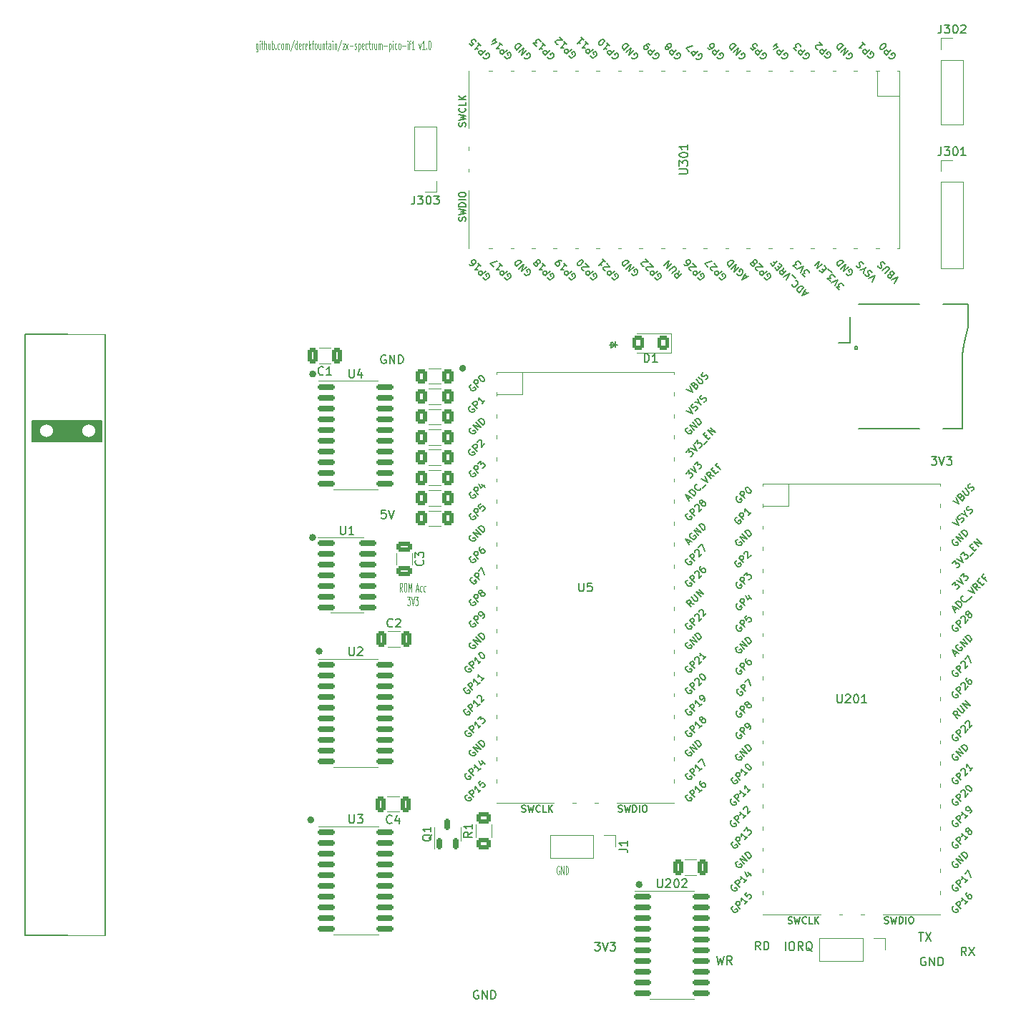
<source format=gto>
G04 #@! TF.GenerationSoftware,KiCad,Pcbnew,6.0.11-2627ca5db0~126~ubuntu22.04.1*
G04 #@! TF.CreationDate,2023-02-12T16:42:10+00:00*
G04 #@! TF.ProjectId,srom,73726f6d-2e6b-4696-9361-645f70636258,v1.0*
G04 #@! TF.SameCoordinates,Original*
G04 #@! TF.FileFunction,Legend,Top*
G04 #@! TF.FilePolarity,Positive*
%FSLAX46Y46*%
G04 Gerber Fmt 4.6, Leading zero omitted, Abs format (unit mm)*
G04 Created by KiCad (PCBNEW 6.0.11-2627ca5db0~126~ubuntu22.04.1) date 2023-02-12 16:42:10*
%MOMM*%
%LPD*%
G01*
G04 APERTURE LIST*
G04 Aperture macros list*
%AMRoundRect*
0 Rectangle with rounded corners*
0 $1 Rounding radius*
0 $2 $3 $4 $5 $6 $7 $8 $9 X,Y pos of 4 corners*
0 Add a 4 corners polygon primitive as box body*
4,1,4,$2,$3,$4,$5,$6,$7,$8,$9,$2,$3,0*
0 Add four circle primitives for the rounded corners*
1,1,$1+$1,$2,$3*
1,1,$1+$1,$4,$5*
1,1,$1+$1,$6,$7*
1,1,$1+$1,$8,$9*
0 Add four rect primitives between the rounded corners*
20,1,$1+$1,$2,$3,$4,$5,0*
20,1,$1+$1,$4,$5,$6,$7,0*
20,1,$1+$1,$6,$7,$8,$9,0*
20,1,$1+$1,$8,$9,$2,$3,0*%
G04 Aperture macros list end*
%ADD10C,0.414706*%
%ADD11C,0.150000*%
%ADD12C,0.125000*%
%ADD13C,0.120000*%
%ADD14C,2.000000*%
%ADD15R,1.700000X1.700000*%
%ADD16O,1.700000X1.700000*%
%ADD17O,1.800000X1.800000*%
%ADD18O,1.500000X1.500000*%
%ADD19R,1.700000X3.500000*%
%ADD20R,3.500000X1.700000*%
%ADD21RoundRect,0.250000X-0.325000X-0.650000X0.325000X-0.650000X0.325000X0.650000X-0.325000X0.650000X0*%
%ADD22RoundRect,0.150000X-0.837500X-0.150000X0.837500X-0.150000X0.837500X0.150000X-0.837500X0.150000X0*%
%ADD23RoundRect,0.250000X-0.650000X0.325000X-0.650000X-0.325000X0.650000X-0.325000X0.650000X0.325000X0*%
%ADD24RoundRect,0.250000X0.625000X-0.400000X0.625000X0.400000X-0.625000X0.400000X-0.625000X-0.400000X0*%
%ADD25RoundRect,0.250000X0.325000X0.650000X-0.325000X0.650000X-0.325000X-0.650000X0.325000X-0.650000X0*%
%ADD26R,1.600000X0.700000*%
%ADD27R,2.200000X1.200000*%
%ADD28R,1.400000X1.600000*%
%ADD29R,1.400000X1.200000*%
%ADD30RoundRect,0.250000X-0.400000X-0.625000X0.400000X-0.625000X0.400000X0.625000X-0.400000X0.625000X0*%
%ADD31RoundRect,0.150000X-0.825000X-0.150000X0.825000X-0.150000X0.825000X0.150000X-0.825000X0.150000X0*%
%ADD32RoundRect,0.150000X0.150000X-0.512500X0.150000X0.512500X-0.150000X0.512500X-0.150000X-0.512500X0*%
%ADD33RoundRect,0.250001X0.462499X0.624999X-0.462499X0.624999X-0.462499X-0.624999X0.462499X-0.624999X0*%
%ADD34C,1.524000*%
G04 APERTURE END LIST*
D10*
X81907353Y-151000000D02*
G75*
G03*
X81907353Y-151000000I-207353J0D01*
G01*
D11*
X117990000Y-94790000D02*
X117050000Y-94780000D01*
D10*
X82137353Y-98250000D02*
G75*
G03*
X82137353Y-98250000I-207353J0D01*
G01*
D11*
X48700000Y-103740000D02*
X56990000Y-103740000D01*
X56990000Y-103740000D02*
X56990000Y-106200000D01*
X56990000Y-106200000D02*
X48700000Y-106200000D01*
X48700000Y-106200000D02*
X48700000Y-103740000D01*
G36*
X48700000Y-103740000D02*
G01*
X56990000Y-103740000D01*
X56990000Y-106200000D01*
X48700000Y-106200000D01*
X48700000Y-103740000D01*
G37*
D10*
X120757353Y-158660000D02*
G75*
G03*
X120757353Y-158660000I-207353J0D01*
G01*
D11*
X117770000Y-94780000D02*
X117280000Y-94480000D01*
X117780000Y-94420000D02*
X117780000Y-95090000D01*
D10*
X82117353Y-117590000D02*
G75*
G03*
X82117353Y-117590000I-207353J0D01*
G01*
X99877353Y-97570000D02*
G75*
G03*
X99877353Y-97570000I-207353J0D01*
G01*
X82897353Y-131050000D02*
G75*
G03*
X82897353Y-131050000I-207353J0D01*
G01*
D11*
X117270000Y-95120000D02*
X117770000Y-94780000D01*
X117270000Y-94440000D02*
X117270000Y-95120000D01*
X154438095Y-167300000D02*
X154342857Y-167252380D01*
X154200000Y-167252380D01*
X154057142Y-167300000D01*
X153961904Y-167395238D01*
X153914285Y-167490476D01*
X153866666Y-167680952D01*
X153866666Y-167823809D01*
X153914285Y-168014285D01*
X153961904Y-168109523D01*
X154057142Y-168204761D01*
X154200000Y-168252380D01*
X154295238Y-168252380D01*
X154438095Y-168204761D01*
X154485714Y-168157142D01*
X154485714Y-167823809D01*
X154295238Y-167823809D01*
X154914285Y-168252380D02*
X154914285Y-167252380D01*
X155485714Y-168252380D01*
X155485714Y-167252380D01*
X155961904Y-168252380D02*
X155961904Y-167252380D01*
X156200000Y-167252380D01*
X156342857Y-167300000D01*
X156438095Y-167395238D01*
X156485714Y-167490476D01*
X156533333Y-167680952D01*
X156533333Y-167823809D01*
X156485714Y-168014285D01*
X156438095Y-168109523D01*
X156342857Y-168204761D01*
X156200000Y-168252380D01*
X155961904Y-168252380D01*
X129721428Y-167122380D02*
X129959523Y-168122380D01*
X130150000Y-167408095D01*
X130340476Y-168122380D01*
X130578571Y-167122380D01*
X131530952Y-168122380D02*
X131197619Y-167646190D01*
X130959523Y-168122380D02*
X130959523Y-167122380D01*
X131340476Y-167122380D01*
X131435714Y-167170000D01*
X131483333Y-167217619D01*
X131530952Y-167312857D01*
X131530952Y-167455714D01*
X131483333Y-167550952D01*
X131435714Y-167598571D01*
X131340476Y-167646190D01*
X130959523Y-167646190D01*
X153638095Y-164312380D02*
X154209523Y-164312380D01*
X153923809Y-165312380D02*
X153923809Y-164312380D01*
X154447619Y-164312380D02*
X155114285Y-165312380D01*
X155114285Y-164312380D02*
X154447619Y-165312380D01*
X101508095Y-171220000D02*
X101412857Y-171172380D01*
X101270000Y-171172380D01*
X101127142Y-171220000D01*
X101031904Y-171315238D01*
X100984285Y-171410476D01*
X100936666Y-171600952D01*
X100936666Y-171743809D01*
X100984285Y-171934285D01*
X101031904Y-172029523D01*
X101127142Y-172124761D01*
X101270000Y-172172380D01*
X101365238Y-172172380D01*
X101508095Y-172124761D01*
X101555714Y-172077142D01*
X101555714Y-171743809D01*
X101365238Y-171743809D01*
X101984285Y-172172380D02*
X101984285Y-171172380D01*
X102555714Y-172172380D01*
X102555714Y-171172380D01*
X103031904Y-172172380D02*
X103031904Y-171172380D01*
X103270000Y-171172380D01*
X103412857Y-171220000D01*
X103508095Y-171315238D01*
X103555714Y-171410476D01*
X103603333Y-171600952D01*
X103603333Y-171743809D01*
X103555714Y-171934285D01*
X103508095Y-172029523D01*
X103412857Y-172124761D01*
X103270000Y-172172380D01*
X103031904Y-172172380D01*
X137852380Y-166442380D02*
X137852380Y-165442380D01*
X138519047Y-165442380D02*
X138709523Y-165442380D01*
X138804761Y-165490000D01*
X138900000Y-165585238D01*
X138947619Y-165775714D01*
X138947619Y-166109047D01*
X138900000Y-166299523D01*
X138804761Y-166394761D01*
X138709523Y-166442380D01*
X138519047Y-166442380D01*
X138423809Y-166394761D01*
X138328571Y-166299523D01*
X138280952Y-166109047D01*
X138280952Y-165775714D01*
X138328571Y-165585238D01*
X138423809Y-165490000D01*
X138519047Y-165442380D01*
X139947619Y-166442380D02*
X139614285Y-165966190D01*
X139376190Y-166442380D02*
X139376190Y-165442380D01*
X139757142Y-165442380D01*
X139852380Y-165490000D01*
X139900000Y-165537619D01*
X139947619Y-165632857D01*
X139947619Y-165775714D01*
X139900000Y-165870952D01*
X139852380Y-165918571D01*
X139757142Y-165966190D01*
X139376190Y-165966190D01*
X141042857Y-166537619D02*
X140947619Y-166490000D01*
X140852380Y-166394761D01*
X140709523Y-166251904D01*
X140614285Y-166204285D01*
X140519047Y-166204285D01*
X140566666Y-166442380D02*
X140471428Y-166394761D01*
X140376190Y-166299523D01*
X140328571Y-166109047D01*
X140328571Y-165775714D01*
X140376190Y-165585238D01*
X140471428Y-165490000D01*
X140566666Y-165442380D01*
X140757142Y-165442380D01*
X140852380Y-165490000D01*
X140947619Y-165585238D01*
X140995238Y-165775714D01*
X140995238Y-166109047D01*
X140947619Y-166299523D01*
X140852380Y-166394761D01*
X140757142Y-166442380D01*
X140566666Y-166442380D01*
D12*
X75442857Y-59135714D02*
X75442857Y-59945238D01*
X75419047Y-60040476D01*
X75395238Y-60088095D01*
X75347619Y-60135714D01*
X75276190Y-60135714D01*
X75228571Y-60088095D01*
X75442857Y-59754761D02*
X75395238Y-59802380D01*
X75300000Y-59802380D01*
X75252380Y-59754761D01*
X75228571Y-59707142D01*
X75204761Y-59611904D01*
X75204761Y-59326190D01*
X75228571Y-59230952D01*
X75252380Y-59183333D01*
X75300000Y-59135714D01*
X75395238Y-59135714D01*
X75442857Y-59183333D01*
X75680952Y-59802380D02*
X75680952Y-59135714D01*
X75680952Y-58802380D02*
X75657142Y-58850000D01*
X75680952Y-58897619D01*
X75704761Y-58850000D01*
X75680952Y-58802380D01*
X75680952Y-58897619D01*
X75847619Y-59135714D02*
X76038095Y-59135714D01*
X75919047Y-58802380D02*
X75919047Y-59659523D01*
X75942857Y-59754761D01*
X75990476Y-59802380D01*
X76038095Y-59802380D01*
X76204761Y-59802380D02*
X76204761Y-58802380D01*
X76419047Y-59802380D02*
X76419047Y-59278571D01*
X76395238Y-59183333D01*
X76347619Y-59135714D01*
X76276190Y-59135714D01*
X76228571Y-59183333D01*
X76204761Y-59230952D01*
X76871428Y-59135714D02*
X76871428Y-59802380D01*
X76657142Y-59135714D02*
X76657142Y-59659523D01*
X76680952Y-59754761D01*
X76728571Y-59802380D01*
X76800000Y-59802380D01*
X76847619Y-59754761D01*
X76871428Y-59707142D01*
X77109523Y-59802380D02*
X77109523Y-58802380D01*
X77109523Y-59183333D02*
X77157142Y-59135714D01*
X77252380Y-59135714D01*
X77300000Y-59183333D01*
X77323809Y-59230952D01*
X77347619Y-59326190D01*
X77347619Y-59611904D01*
X77323809Y-59707142D01*
X77300000Y-59754761D01*
X77252380Y-59802380D01*
X77157142Y-59802380D01*
X77109523Y-59754761D01*
X77561904Y-59707142D02*
X77585714Y-59754761D01*
X77561904Y-59802380D01*
X77538095Y-59754761D01*
X77561904Y-59707142D01*
X77561904Y-59802380D01*
X78014285Y-59754761D02*
X77966666Y-59802380D01*
X77871428Y-59802380D01*
X77823809Y-59754761D01*
X77800000Y-59707142D01*
X77776190Y-59611904D01*
X77776190Y-59326190D01*
X77800000Y-59230952D01*
X77823809Y-59183333D01*
X77871428Y-59135714D01*
X77966666Y-59135714D01*
X78014285Y-59183333D01*
X78300000Y-59802380D02*
X78252380Y-59754761D01*
X78228571Y-59707142D01*
X78204761Y-59611904D01*
X78204761Y-59326190D01*
X78228571Y-59230952D01*
X78252380Y-59183333D01*
X78300000Y-59135714D01*
X78371428Y-59135714D01*
X78419047Y-59183333D01*
X78442857Y-59230952D01*
X78466666Y-59326190D01*
X78466666Y-59611904D01*
X78442857Y-59707142D01*
X78419047Y-59754761D01*
X78371428Y-59802380D01*
X78300000Y-59802380D01*
X78680952Y-59802380D02*
X78680952Y-59135714D01*
X78680952Y-59230952D02*
X78704761Y-59183333D01*
X78752380Y-59135714D01*
X78823809Y-59135714D01*
X78871428Y-59183333D01*
X78895238Y-59278571D01*
X78895238Y-59802380D01*
X78895238Y-59278571D02*
X78919047Y-59183333D01*
X78966666Y-59135714D01*
X79038095Y-59135714D01*
X79085714Y-59183333D01*
X79109523Y-59278571D01*
X79109523Y-59802380D01*
X79704761Y-58754761D02*
X79276190Y-60040476D01*
X80085714Y-59802380D02*
X80085714Y-58802380D01*
X80085714Y-59754761D02*
X80038095Y-59802380D01*
X79942857Y-59802380D01*
X79895238Y-59754761D01*
X79871428Y-59707142D01*
X79847619Y-59611904D01*
X79847619Y-59326190D01*
X79871428Y-59230952D01*
X79895238Y-59183333D01*
X79942857Y-59135714D01*
X80038095Y-59135714D01*
X80085714Y-59183333D01*
X80514285Y-59754761D02*
X80466666Y-59802380D01*
X80371428Y-59802380D01*
X80323809Y-59754761D01*
X80300000Y-59659523D01*
X80300000Y-59278571D01*
X80323809Y-59183333D01*
X80371428Y-59135714D01*
X80466666Y-59135714D01*
X80514285Y-59183333D01*
X80538095Y-59278571D01*
X80538095Y-59373809D01*
X80300000Y-59469047D01*
X80752380Y-59802380D02*
X80752380Y-59135714D01*
X80752380Y-59326190D02*
X80776190Y-59230952D01*
X80800000Y-59183333D01*
X80847619Y-59135714D01*
X80895238Y-59135714D01*
X81252380Y-59754761D02*
X81204761Y-59802380D01*
X81109523Y-59802380D01*
X81061904Y-59754761D01*
X81038095Y-59659523D01*
X81038095Y-59278571D01*
X81061904Y-59183333D01*
X81109523Y-59135714D01*
X81204761Y-59135714D01*
X81252380Y-59183333D01*
X81276190Y-59278571D01*
X81276190Y-59373809D01*
X81038095Y-59469047D01*
X81490476Y-59802380D02*
X81490476Y-58802380D01*
X81538095Y-59421428D02*
X81680952Y-59802380D01*
X81680952Y-59135714D02*
X81490476Y-59516666D01*
X81823809Y-59135714D02*
X82014285Y-59135714D01*
X81895238Y-59802380D02*
X81895238Y-58945238D01*
X81919047Y-58850000D01*
X81966666Y-58802380D01*
X82014285Y-58802380D01*
X82252380Y-59802380D02*
X82204761Y-59754761D01*
X82180952Y-59707142D01*
X82157142Y-59611904D01*
X82157142Y-59326190D01*
X82180952Y-59230952D01*
X82204761Y-59183333D01*
X82252380Y-59135714D01*
X82323809Y-59135714D01*
X82371428Y-59183333D01*
X82395238Y-59230952D01*
X82419047Y-59326190D01*
X82419047Y-59611904D01*
X82395238Y-59707142D01*
X82371428Y-59754761D01*
X82323809Y-59802380D01*
X82252380Y-59802380D01*
X82847619Y-59135714D02*
X82847619Y-59802380D01*
X82633333Y-59135714D02*
X82633333Y-59659523D01*
X82657142Y-59754761D01*
X82704761Y-59802380D01*
X82776190Y-59802380D01*
X82823809Y-59754761D01*
X82847619Y-59707142D01*
X83085714Y-59135714D02*
X83085714Y-59802380D01*
X83085714Y-59230952D02*
X83109523Y-59183333D01*
X83157142Y-59135714D01*
X83228571Y-59135714D01*
X83276190Y-59183333D01*
X83300000Y-59278571D01*
X83300000Y-59802380D01*
X83466666Y-59135714D02*
X83657142Y-59135714D01*
X83538095Y-58802380D02*
X83538095Y-59659523D01*
X83561904Y-59754761D01*
X83609523Y-59802380D01*
X83657142Y-59802380D01*
X84038095Y-59802380D02*
X84038095Y-59278571D01*
X84014285Y-59183333D01*
X83966666Y-59135714D01*
X83871428Y-59135714D01*
X83823809Y-59183333D01*
X84038095Y-59754761D02*
X83990476Y-59802380D01*
X83871428Y-59802380D01*
X83823809Y-59754761D01*
X83800000Y-59659523D01*
X83800000Y-59564285D01*
X83823809Y-59469047D01*
X83871428Y-59421428D01*
X83990476Y-59421428D01*
X84038095Y-59373809D01*
X84276190Y-59802380D02*
X84276190Y-59135714D01*
X84276190Y-58802380D02*
X84252380Y-58850000D01*
X84276190Y-58897619D01*
X84300000Y-58850000D01*
X84276190Y-58802380D01*
X84276190Y-58897619D01*
X84514285Y-59135714D02*
X84514285Y-59802380D01*
X84514285Y-59230952D02*
X84538095Y-59183333D01*
X84585714Y-59135714D01*
X84657142Y-59135714D01*
X84704761Y-59183333D01*
X84728571Y-59278571D01*
X84728571Y-59802380D01*
X85323809Y-58754761D02*
X84895238Y-60040476D01*
X85442857Y-59135714D02*
X85704761Y-59135714D01*
X85442857Y-59802380D01*
X85704761Y-59802380D01*
X85847619Y-59802380D02*
X86109523Y-59135714D01*
X85847619Y-59135714D02*
X86109523Y-59802380D01*
X86300000Y-59421428D02*
X86680952Y-59421428D01*
X86895238Y-59754761D02*
X86942857Y-59802380D01*
X87038095Y-59802380D01*
X87085714Y-59754761D01*
X87109523Y-59659523D01*
X87109523Y-59611904D01*
X87085714Y-59516666D01*
X87038095Y-59469047D01*
X86966666Y-59469047D01*
X86919047Y-59421428D01*
X86895238Y-59326190D01*
X86895238Y-59278571D01*
X86919047Y-59183333D01*
X86966666Y-59135714D01*
X87038095Y-59135714D01*
X87085714Y-59183333D01*
X87323809Y-59135714D02*
X87323809Y-60135714D01*
X87323809Y-59183333D02*
X87371428Y-59135714D01*
X87466666Y-59135714D01*
X87514285Y-59183333D01*
X87538095Y-59230952D01*
X87561904Y-59326190D01*
X87561904Y-59611904D01*
X87538095Y-59707142D01*
X87514285Y-59754761D01*
X87466666Y-59802380D01*
X87371428Y-59802380D01*
X87323809Y-59754761D01*
X87966666Y-59754761D02*
X87919047Y-59802380D01*
X87823809Y-59802380D01*
X87776190Y-59754761D01*
X87752380Y-59659523D01*
X87752380Y-59278571D01*
X87776190Y-59183333D01*
X87823809Y-59135714D01*
X87919047Y-59135714D01*
X87966666Y-59183333D01*
X87990476Y-59278571D01*
X87990476Y-59373809D01*
X87752380Y-59469047D01*
X88419047Y-59754761D02*
X88371428Y-59802380D01*
X88276190Y-59802380D01*
X88228571Y-59754761D01*
X88204761Y-59707142D01*
X88180952Y-59611904D01*
X88180952Y-59326190D01*
X88204761Y-59230952D01*
X88228571Y-59183333D01*
X88276190Y-59135714D01*
X88371428Y-59135714D01*
X88419047Y-59183333D01*
X88561904Y-59135714D02*
X88752380Y-59135714D01*
X88633333Y-58802380D02*
X88633333Y-59659523D01*
X88657142Y-59754761D01*
X88704761Y-59802380D01*
X88752380Y-59802380D01*
X88919047Y-59802380D02*
X88919047Y-59135714D01*
X88919047Y-59326190D02*
X88942857Y-59230952D01*
X88966666Y-59183333D01*
X89014285Y-59135714D01*
X89061904Y-59135714D01*
X89442857Y-59135714D02*
X89442857Y-59802380D01*
X89228571Y-59135714D02*
X89228571Y-59659523D01*
X89252380Y-59754761D01*
X89300000Y-59802380D01*
X89371428Y-59802380D01*
X89419047Y-59754761D01*
X89442857Y-59707142D01*
X89680952Y-59802380D02*
X89680952Y-59135714D01*
X89680952Y-59230952D02*
X89704761Y-59183333D01*
X89752380Y-59135714D01*
X89823809Y-59135714D01*
X89871428Y-59183333D01*
X89895238Y-59278571D01*
X89895238Y-59802380D01*
X89895238Y-59278571D02*
X89919047Y-59183333D01*
X89966666Y-59135714D01*
X90038095Y-59135714D01*
X90085714Y-59183333D01*
X90109523Y-59278571D01*
X90109523Y-59802380D01*
X90347619Y-59421428D02*
X90728571Y-59421428D01*
X90966666Y-59135714D02*
X90966666Y-60135714D01*
X90966666Y-59183333D02*
X91014285Y-59135714D01*
X91109523Y-59135714D01*
X91157142Y-59183333D01*
X91180952Y-59230952D01*
X91204761Y-59326190D01*
X91204761Y-59611904D01*
X91180952Y-59707142D01*
X91157142Y-59754761D01*
X91109523Y-59802380D01*
X91014285Y-59802380D01*
X90966666Y-59754761D01*
X91419047Y-59802380D02*
X91419047Y-59135714D01*
X91419047Y-58802380D02*
X91395238Y-58850000D01*
X91419047Y-58897619D01*
X91442857Y-58850000D01*
X91419047Y-58802380D01*
X91419047Y-58897619D01*
X91871428Y-59754761D02*
X91823809Y-59802380D01*
X91728571Y-59802380D01*
X91680952Y-59754761D01*
X91657142Y-59707142D01*
X91633333Y-59611904D01*
X91633333Y-59326190D01*
X91657142Y-59230952D01*
X91680952Y-59183333D01*
X91728571Y-59135714D01*
X91823809Y-59135714D01*
X91871428Y-59183333D01*
X92157142Y-59802380D02*
X92109523Y-59754761D01*
X92085714Y-59707142D01*
X92061904Y-59611904D01*
X92061904Y-59326190D01*
X92085714Y-59230952D01*
X92109523Y-59183333D01*
X92157142Y-59135714D01*
X92228571Y-59135714D01*
X92276190Y-59183333D01*
X92300000Y-59230952D01*
X92323809Y-59326190D01*
X92323809Y-59611904D01*
X92300000Y-59707142D01*
X92276190Y-59754761D01*
X92228571Y-59802380D01*
X92157142Y-59802380D01*
X92538095Y-59421428D02*
X92919047Y-59421428D01*
X93157142Y-59802380D02*
X93157142Y-59135714D01*
X93157142Y-58802380D02*
X93133333Y-58850000D01*
X93157142Y-58897619D01*
X93180952Y-58850000D01*
X93157142Y-58802380D01*
X93157142Y-58897619D01*
X93323809Y-59135714D02*
X93514285Y-59135714D01*
X93395238Y-59802380D02*
X93395238Y-58945238D01*
X93419047Y-58850000D01*
X93466666Y-58802380D01*
X93514285Y-58802380D01*
X93942857Y-59802380D02*
X93657142Y-59802380D01*
X93800000Y-59802380D02*
X93800000Y-58802380D01*
X93752380Y-58945238D01*
X93704761Y-59040476D01*
X93657142Y-59088095D01*
X94490476Y-59135714D02*
X94609523Y-59802380D01*
X94728571Y-59135714D01*
X95180952Y-59802380D02*
X94895238Y-59802380D01*
X95038095Y-59802380D02*
X95038095Y-58802380D01*
X94990476Y-58945238D01*
X94942857Y-59040476D01*
X94895238Y-59088095D01*
X95395238Y-59707142D02*
X95419047Y-59754761D01*
X95395238Y-59802380D01*
X95371428Y-59754761D01*
X95395238Y-59707142D01*
X95395238Y-59802380D01*
X95728571Y-58802380D02*
X95776190Y-58802380D01*
X95823809Y-58850000D01*
X95847619Y-58897619D01*
X95871428Y-58992857D01*
X95895238Y-59183333D01*
X95895238Y-59421428D01*
X95871428Y-59611904D01*
X95847619Y-59707142D01*
X95823809Y-59754761D01*
X95776190Y-59802380D01*
X95728571Y-59802380D01*
X95680952Y-59754761D01*
X95657142Y-59707142D01*
X95633333Y-59611904D01*
X95609523Y-59421428D01*
X95609523Y-59183333D01*
X95633333Y-58992857D01*
X95657142Y-58897619D01*
X95680952Y-58850000D01*
X95728571Y-58802380D01*
D11*
X134899523Y-166382380D02*
X134566190Y-165906190D01*
X134328095Y-166382380D02*
X134328095Y-165382380D01*
X134709047Y-165382380D01*
X134804285Y-165430000D01*
X134851904Y-165477619D01*
X134899523Y-165572857D01*
X134899523Y-165715714D01*
X134851904Y-165810952D01*
X134804285Y-165858571D01*
X134709047Y-165906190D01*
X134328095Y-165906190D01*
X135328095Y-166382380D02*
X135328095Y-165382380D01*
X135566190Y-165382380D01*
X135709047Y-165430000D01*
X135804285Y-165525238D01*
X135851904Y-165620476D01*
X135899523Y-165810952D01*
X135899523Y-165953809D01*
X135851904Y-166144285D01*
X135804285Y-166239523D01*
X135709047Y-166334761D01*
X135566190Y-166382380D01*
X135328095Y-166382380D01*
X90569523Y-114342380D02*
X90093333Y-114342380D01*
X90045714Y-114818571D01*
X90093333Y-114770952D01*
X90188571Y-114723333D01*
X90426666Y-114723333D01*
X90521904Y-114770952D01*
X90569523Y-114818571D01*
X90617142Y-114913809D01*
X90617142Y-115151904D01*
X90569523Y-115247142D01*
X90521904Y-115294761D01*
X90426666Y-115342380D01*
X90188571Y-115342380D01*
X90093333Y-115294761D01*
X90045714Y-115247142D01*
X90902857Y-114342380D02*
X91236190Y-115342380D01*
X91569523Y-114342380D01*
D12*
X111099047Y-156490000D02*
X111051428Y-156442380D01*
X110980000Y-156442380D01*
X110908571Y-156490000D01*
X110860952Y-156585238D01*
X110837142Y-156680476D01*
X110813333Y-156870952D01*
X110813333Y-157013809D01*
X110837142Y-157204285D01*
X110860952Y-157299523D01*
X110908571Y-157394761D01*
X110980000Y-157442380D01*
X111027619Y-157442380D01*
X111099047Y-157394761D01*
X111122857Y-157347142D01*
X111122857Y-157013809D01*
X111027619Y-157013809D01*
X111337142Y-157442380D02*
X111337142Y-156442380D01*
X111622857Y-157442380D01*
X111622857Y-156442380D01*
X111860952Y-157442380D02*
X111860952Y-156442380D01*
X111980000Y-156442380D01*
X112051428Y-156490000D01*
X112099047Y-156585238D01*
X112122857Y-156680476D01*
X112146666Y-156870952D01*
X112146666Y-157013809D01*
X112122857Y-157204285D01*
X112099047Y-157299523D01*
X112051428Y-157394761D01*
X111980000Y-157442380D01*
X111860952Y-157442380D01*
D11*
X159263333Y-167062380D02*
X158930000Y-166586190D01*
X158691904Y-167062380D02*
X158691904Y-166062380D01*
X159072857Y-166062380D01*
X159168095Y-166110000D01*
X159215714Y-166157619D01*
X159263333Y-166252857D01*
X159263333Y-166395714D01*
X159215714Y-166490952D01*
X159168095Y-166538571D01*
X159072857Y-166586190D01*
X158691904Y-166586190D01*
X159596666Y-166062380D02*
X160263333Y-167062380D01*
X160263333Y-166062380D02*
X159596666Y-167062380D01*
X115301904Y-165482380D02*
X115920952Y-165482380D01*
X115587619Y-165863333D01*
X115730476Y-165863333D01*
X115825714Y-165910952D01*
X115873333Y-165958571D01*
X115920952Y-166053809D01*
X115920952Y-166291904D01*
X115873333Y-166387142D01*
X115825714Y-166434761D01*
X115730476Y-166482380D01*
X115444761Y-166482380D01*
X115349523Y-166434761D01*
X115301904Y-166387142D01*
X116206666Y-165482380D02*
X116540000Y-166482380D01*
X116873333Y-165482380D01*
X117111428Y-165482380D02*
X117730476Y-165482380D01*
X117397142Y-165863333D01*
X117540000Y-165863333D01*
X117635238Y-165910952D01*
X117682857Y-165958571D01*
X117730476Y-166053809D01*
X117730476Y-166291904D01*
X117682857Y-166387142D01*
X117635238Y-166434761D01*
X117540000Y-166482380D01*
X117254285Y-166482380D01*
X117159047Y-166434761D01*
X117111428Y-166387142D01*
D12*
X92533809Y-123987380D02*
X92367142Y-123511190D01*
X92248095Y-123987380D02*
X92248095Y-122987380D01*
X92438571Y-122987380D01*
X92486190Y-123035000D01*
X92510000Y-123082619D01*
X92533809Y-123177857D01*
X92533809Y-123320714D01*
X92510000Y-123415952D01*
X92486190Y-123463571D01*
X92438571Y-123511190D01*
X92248095Y-123511190D01*
X92843333Y-122987380D02*
X92938571Y-122987380D01*
X92986190Y-123035000D01*
X93033809Y-123130238D01*
X93057619Y-123320714D01*
X93057619Y-123654047D01*
X93033809Y-123844523D01*
X92986190Y-123939761D01*
X92938571Y-123987380D01*
X92843333Y-123987380D01*
X92795714Y-123939761D01*
X92748095Y-123844523D01*
X92724285Y-123654047D01*
X92724285Y-123320714D01*
X92748095Y-123130238D01*
X92795714Y-123035000D01*
X92843333Y-122987380D01*
X93271904Y-123987380D02*
X93271904Y-122987380D01*
X93438571Y-123701666D01*
X93605238Y-122987380D01*
X93605238Y-123987380D01*
X94200476Y-123701666D02*
X94438571Y-123701666D01*
X94152857Y-123987380D02*
X94319523Y-122987380D01*
X94486190Y-123987380D01*
X94867142Y-123939761D02*
X94819523Y-123987380D01*
X94724285Y-123987380D01*
X94676666Y-123939761D01*
X94652857Y-123892142D01*
X94629047Y-123796904D01*
X94629047Y-123511190D01*
X94652857Y-123415952D01*
X94676666Y-123368333D01*
X94724285Y-123320714D01*
X94819523Y-123320714D01*
X94867142Y-123368333D01*
X95295714Y-123939761D02*
X95248095Y-123987380D01*
X95152857Y-123987380D01*
X95105238Y-123939761D01*
X95081428Y-123892142D01*
X95057619Y-123796904D01*
X95057619Y-123511190D01*
X95081428Y-123415952D01*
X95105238Y-123368333D01*
X95152857Y-123320714D01*
X95248095Y-123320714D01*
X95295714Y-123368333D01*
X93140952Y-124597380D02*
X93450476Y-124597380D01*
X93283809Y-124978333D01*
X93355238Y-124978333D01*
X93402857Y-125025952D01*
X93426666Y-125073571D01*
X93450476Y-125168809D01*
X93450476Y-125406904D01*
X93426666Y-125502142D01*
X93402857Y-125549761D01*
X93355238Y-125597380D01*
X93212380Y-125597380D01*
X93164761Y-125549761D01*
X93140952Y-125502142D01*
X93593333Y-124597380D02*
X93760000Y-125597380D01*
X93926666Y-124597380D01*
X94045714Y-124597380D02*
X94355238Y-124597380D01*
X94188571Y-124978333D01*
X94260000Y-124978333D01*
X94307619Y-125025952D01*
X94331428Y-125073571D01*
X94355238Y-125168809D01*
X94355238Y-125406904D01*
X94331428Y-125502142D01*
X94307619Y-125549761D01*
X94260000Y-125597380D01*
X94117142Y-125597380D01*
X94069523Y-125549761D01*
X94045714Y-125502142D01*
D11*
X90558095Y-96060000D02*
X90462857Y-96012380D01*
X90320000Y-96012380D01*
X90177142Y-96060000D01*
X90081904Y-96155238D01*
X90034285Y-96250476D01*
X89986666Y-96440952D01*
X89986666Y-96583809D01*
X90034285Y-96774285D01*
X90081904Y-96869523D01*
X90177142Y-96964761D01*
X90320000Y-97012380D01*
X90415238Y-97012380D01*
X90558095Y-96964761D01*
X90605714Y-96917142D01*
X90605714Y-96583809D01*
X90415238Y-96583809D01*
X91034285Y-97012380D02*
X91034285Y-96012380D01*
X91605714Y-97012380D01*
X91605714Y-96012380D01*
X92081904Y-97012380D02*
X92081904Y-96012380D01*
X92320000Y-96012380D01*
X92462857Y-96060000D01*
X92558095Y-96155238D01*
X92605714Y-96250476D01*
X92653333Y-96440952D01*
X92653333Y-96583809D01*
X92605714Y-96774285D01*
X92558095Y-96869523D01*
X92462857Y-96964761D01*
X92320000Y-97012380D01*
X92081904Y-97012380D01*
X155121904Y-108012380D02*
X155740952Y-108012380D01*
X155407619Y-108393333D01*
X155550476Y-108393333D01*
X155645714Y-108440952D01*
X155693333Y-108488571D01*
X155740952Y-108583809D01*
X155740952Y-108821904D01*
X155693333Y-108917142D01*
X155645714Y-108964761D01*
X155550476Y-109012380D01*
X155264761Y-109012380D01*
X155169523Y-108964761D01*
X155121904Y-108917142D01*
X156026666Y-108012380D02*
X156360000Y-109012380D01*
X156693333Y-108012380D01*
X156931428Y-108012380D02*
X157550476Y-108012380D01*
X157217142Y-108393333D01*
X157360000Y-108393333D01*
X157455238Y-108440952D01*
X157502857Y-108488571D01*
X157550476Y-108583809D01*
X157550476Y-108821904D01*
X157502857Y-108917142D01*
X157455238Y-108964761D01*
X157360000Y-109012380D01*
X157074285Y-109012380D01*
X156979047Y-108964761D01*
X156931428Y-108917142D01*
X93964285Y-77162380D02*
X93964285Y-77876666D01*
X93916666Y-78019523D01*
X93821428Y-78114761D01*
X93678571Y-78162380D01*
X93583333Y-78162380D01*
X94345238Y-77162380D02*
X94964285Y-77162380D01*
X94630952Y-77543333D01*
X94773809Y-77543333D01*
X94869047Y-77590952D01*
X94916666Y-77638571D01*
X94964285Y-77733809D01*
X94964285Y-77971904D01*
X94916666Y-78067142D01*
X94869047Y-78114761D01*
X94773809Y-78162380D01*
X94488095Y-78162380D01*
X94392857Y-78114761D01*
X94345238Y-78067142D01*
X95583333Y-77162380D02*
X95678571Y-77162380D01*
X95773809Y-77210000D01*
X95821428Y-77257619D01*
X95869047Y-77352857D01*
X95916666Y-77543333D01*
X95916666Y-77781428D01*
X95869047Y-77971904D01*
X95821428Y-78067142D01*
X95773809Y-78114761D01*
X95678571Y-78162380D01*
X95583333Y-78162380D01*
X95488095Y-78114761D01*
X95440476Y-78067142D01*
X95392857Y-77971904D01*
X95345238Y-77781428D01*
X95345238Y-77543333D01*
X95392857Y-77352857D01*
X95440476Y-77257619D01*
X95488095Y-77210000D01*
X95583333Y-77162380D01*
X96250000Y-77162380D02*
X96869047Y-77162380D01*
X96535714Y-77543333D01*
X96678571Y-77543333D01*
X96773809Y-77590952D01*
X96821428Y-77638571D01*
X96869047Y-77733809D01*
X96869047Y-77971904D01*
X96821428Y-78067142D01*
X96773809Y-78114761D01*
X96678571Y-78162380D01*
X96392857Y-78162380D01*
X96297619Y-78114761D01*
X96250000Y-78067142D01*
X125307380Y-74564285D02*
X126116904Y-74564285D01*
X126212142Y-74516666D01*
X126259761Y-74469047D01*
X126307380Y-74373809D01*
X126307380Y-74183333D01*
X126259761Y-74088095D01*
X126212142Y-74040476D01*
X126116904Y-73992857D01*
X125307380Y-73992857D01*
X125307380Y-73611904D02*
X125307380Y-72992857D01*
X125688333Y-73326190D01*
X125688333Y-73183333D01*
X125735952Y-73088095D01*
X125783571Y-73040476D01*
X125878809Y-72992857D01*
X126116904Y-72992857D01*
X126212142Y-73040476D01*
X126259761Y-73088095D01*
X126307380Y-73183333D01*
X126307380Y-73469047D01*
X126259761Y-73564285D01*
X126212142Y-73611904D01*
X125307380Y-72373809D02*
X125307380Y-72278571D01*
X125355000Y-72183333D01*
X125402619Y-72135714D01*
X125497857Y-72088095D01*
X125688333Y-72040476D01*
X125926428Y-72040476D01*
X126116904Y-72088095D01*
X126212142Y-72135714D01*
X126259761Y-72183333D01*
X126307380Y-72278571D01*
X126307380Y-72373809D01*
X126259761Y-72469047D01*
X126212142Y-72516666D01*
X126116904Y-72564285D01*
X125926428Y-72611904D01*
X125688333Y-72611904D01*
X125497857Y-72564285D01*
X125402619Y-72516666D01*
X125355000Y-72469047D01*
X125307380Y-72373809D01*
X126307380Y-71088095D02*
X126307380Y-71659523D01*
X126307380Y-71373809D02*
X125307380Y-71373809D01*
X125450238Y-71469047D01*
X125545476Y-71564285D01*
X125593095Y-71659523D01*
X145053155Y-86363841D02*
X145080093Y-86444653D01*
X145160905Y-86525465D01*
X145268654Y-86579340D01*
X145376404Y-86579340D01*
X145457216Y-86552402D01*
X145591903Y-86471590D01*
X145672715Y-86390778D01*
X145753528Y-86256091D01*
X145780465Y-86175279D01*
X145780465Y-86067529D01*
X145726590Y-85959780D01*
X145672715Y-85905905D01*
X145564966Y-85852030D01*
X145511091Y-85852030D01*
X145322529Y-86040592D01*
X145430279Y-86148341D01*
X145322529Y-85555719D02*
X144756844Y-86121404D01*
X144999280Y-85232470D01*
X144433595Y-85798155D01*
X144729906Y-84963096D02*
X144164221Y-85528781D01*
X144029534Y-85394094D01*
X143975659Y-85286345D01*
X143975659Y-85178595D01*
X144002597Y-85097783D01*
X144083409Y-84963096D01*
X144164221Y-84882284D01*
X144298908Y-84801471D01*
X144379720Y-84774534D01*
X144487470Y-84774534D01*
X144595219Y-84828409D01*
X144729906Y-84963096D01*
X150782309Y-87496870D02*
X151159433Y-86742622D01*
X150405186Y-87119746D01*
X150297436Y-86473248D02*
X150243561Y-86365499D01*
X150243561Y-86311624D01*
X150270499Y-86230812D01*
X150351311Y-86149999D01*
X150432123Y-86123062D01*
X150485998Y-86123062D01*
X150566810Y-86149999D01*
X150782309Y-86365499D01*
X150216624Y-86931184D01*
X150028062Y-86742622D01*
X150001125Y-86661810D01*
X150001125Y-86607935D01*
X150028062Y-86527123D01*
X150081937Y-86473248D01*
X150162749Y-86446311D01*
X150216624Y-86446311D01*
X150297436Y-86473248D01*
X150485998Y-86661810D01*
X149650938Y-86365499D02*
X150108874Y-85907563D01*
X150135812Y-85826751D01*
X150135812Y-85772876D01*
X150108874Y-85692064D01*
X150001125Y-85584314D01*
X149920312Y-85557377D01*
X149866438Y-85557377D01*
X149785625Y-85584314D01*
X149327690Y-86042250D01*
X149624001Y-85261065D02*
X149570126Y-85153316D01*
X149435439Y-85018629D01*
X149354627Y-84991691D01*
X149300752Y-84991691D01*
X149219940Y-85018629D01*
X149166065Y-85072503D01*
X149139128Y-85153316D01*
X149139128Y-85207190D01*
X149166065Y-85288003D01*
X149246877Y-85422690D01*
X149273815Y-85503502D01*
X149273815Y-85557377D01*
X149246877Y-85638189D01*
X149193003Y-85692064D01*
X149112190Y-85719001D01*
X149058316Y-85719001D01*
X148977503Y-85692064D01*
X148842816Y-85557377D01*
X148788942Y-85449627D01*
X125258435Y-86011624D02*
X125177622Y-86469560D01*
X125581683Y-86334873D02*
X125015998Y-86900558D01*
X124800499Y-86685059D01*
X124773561Y-86604247D01*
X124773561Y-86550372D01*
X124800499Y-86469560D01*
X124881311Y-86388748D01*
X124962123Y-86361810D01*
X125015998Y-86361810D01*
X125096810Y-86388748D01*
X125312309Y-86604247D01*
X124450312Y-86334873D02*
X124908248Y-85876937D01*
X124935186Y-85796125D01*
X124935186Y-85742250D01*
X124908248Y-85661438D01*
X124800499Y-85553688D01*
X124719687Y-85526751D01*
X124665812Y-85526751D01*
X124585000Y-85553688D01*
X124127064Y-86011624D01*
X124423375Y-85176564D02*
X123857690Y-85742250D01*
X124100126Y-84853316D01*
X123534441Y-85419001D01*
X106953155Y-60763841D02*
X106980093Y-60844653D01*
X107060905Y-60925465D01*
X107168654Y-60979340D01*
X107276404Y-60979340D01*
X107357216Y-60952402D01*
X107491903Y-60871590D01*
X107572715Y-60790778D01*
X107653528Y-60656091D01*
X107680465Y-60575279D01*
X107680465Y-60467529D01*
X107626590Y-60359780D01*
X107572715Y-60305905D01*
X107464966Y-60252030D01*
X107411091Y-60252030D01*
X107222529Y-60440592D01*
X107330279Y-60548341D01*
X107222529Y-59955719D02*
X106656844Y-60521404D01*
X106899280Y-59632470D01*
X106333595Y-60198155D01*
X106629906Y-59363096D02*
X106064221Y-59928781D01*
X105929534Y-59794094D01*
X105875659Y-59686345D01*
X105875659Y-59578595D01*
X105902597Y-59497783D01*
X105983409Y-59363096D01*
X106064221Y-59282284D01*
X106198908Y-59201471D01*
X106279720Y-59174534D01*
X106387470Y-59174534D01*
X106495219Y-59228409D01*
X106629906Y-59363096D01*
X133295964Y-86806402D02*
X133026590Y-86537028D01*
X133511463Y-86698653D02*
X132757216Y-87075776D01*
X133134340Y-86321529D01*
X132110719Y-86375404D02*
X132137656Y-86456216D01*
X132218468Y-86537028D01*
X132326218Y-86590903D01*
X132433967Y-86590903D01*
X132514780Y-86563966D01*
X132649467Y-86483154D01*
X132730279Y-86402341D01*
X132811091Y-86267654D01*
X132838028Y-86186842D01*
X132838028Y-86079093D01*
X132784154Y-85971343D01*
X132730279Y-85917468D01*
X132622529Y-85863593D01*
X132568654Y-85863593D01*
X132380093Y-86052155D01*
X132487842Y-86159905D01*
X132380093Y-85567282D02*
X131814407Y-86132967D01*
X132056844Y-85244033D01*
X131491158Y-85809719D01*
X131787470Y-84974659D02*
X131221784Y-85540345D01*
X131087097Y-85405658D01*
X131033223Y-85297908D01*
X131033223Y-85190158D01*
X131060160Y-85109346D01*
X131140972Y-84974659D01*
X131221784Y-84893847D01*
X131356471Y-84813035D01*
X131437284Y-84786097D01*
X131545033Y-84786097D01*
X131652783Y-84839972D01*
X131787470Y-84974659D01*
X109735592Y-86860277D02*
X109762529Y-86941089D01*
X109843341Y-87021902D01*
X109951091Y-87075776D01*
X110058841Y-87075776D01*
X110139653Y-87048839D01*
X110274340Y-86968027D01*
X110355152Y-86887215D01*
X110435964Y-86752528D01*
X110462902Y-86671715D01*
X110462902Y-86563966D01*
X110409027Y-86456216D01*
X110355152Y-86402341D01*
X110247402Y-86348467D01*
X110193528Y-86348467D01*
X110004966Y-86537028D01*
X110112715Y-86644778D01*
X110004966Y-86052155D02*
X109439280Y-86617841D01*
X109223781Y-86402341D01*
X109196844Y-86321529D01*
X109196844Y-86267654D01*
X109223781Y-86186842D01*
X109304593Y-86106030D01*
X109385406Y-86079093D01*
X109439280Y-86079093D01*
X109520093Y-86106030D01*
X109735592Y-86321529D01*
X109142969Y-85190158D02*
X109466218Y-85513407D01*
X109304593Y-85351783D02*
X108738908Y-85917468D01*
X108873595Y-85890531D01*
X108981345Y-85890531D01*
X109062157Y-85917468D01*
X108496471Y-85190158D02*
X108523409Y-85270971D01*
X108523409Y-85324845D01*
X108496471Y-85405658D01*
X108469534Y-85432595D01*
X108388722Y-85459532D01*
X108334847Y-85459532D01*
X108254035Y-85432595D01*
X108146285Y-85324845D01*
X108119348Y-85244033D01*
X108119348Y-85190158D01*
X108146285Y-85109346D01*
X108173223Y-85082409D01*
X108254035Y-85055471D01*
X108307910Y-85055471D01*
X108388722Y-85082409D01*
X108496471Y-85190158D01*
X108577284Y-85217096D01*
X108631158Y-85217096D01*
X108711971Y-85190158D01*
X108819720Y-85082409D01*
X108846658Y-85001597D01*
X108846658Y-84947722D01*
X108819720Y-84866910D01*
X108711971Y-84759160D01*
X108631158Y-84732223D01*
X108577284Y-84732223D01*
X108496471Y-84759160D01*
X108388722Y-84866910D01*
X108361784Y-84947722D01*
X108361784Y-85001597D01*
X108388722Y-85082409D01*
X122435592Y-86860277D02*
X122462529Y-86941089D01*
X122543341Y-87021902D01*
X122651091Y-87075776D01*
X122758841Y-87075776D01*
X122839653Y-87048839D01*
X122974340Y-86968027D01*
X123055152Y-86887215D01*
X123135964Y-86752528D01*
X123162902Y-86671715D01*
X123162902Y-86563966D01*
X123109027Y-86456216D01*
X123055152Y-86402341D01*
X122947402Y-86348467D01*
X122893528Y-86348467D01*
X122704966Y-86537028D01*
X122812715Y-86644778D01*
X122704966Y-86052155D02*
X122139280Y-86617841D01*
X121923781Y-86402341D01*
X121896844Y-86321529D01*
X121896844Y-86267654D01*
X121923781Y-86186842D01*
X122004593Y-86106030D01*
X122085406Y-86079093D01*
X122139280Y-86079093D01*
X122220093Y-86106030D01*
X122435592Y-86321529D01*
X121654407Y-86025218D02*
X121600532Y-86025218D01*
X121519720Y-85998280D01*
X121385033Y-85863593D01*
X121358096Y-85782781D01*
X121358096Y-85728906D01*
X121385033Y-85648094D01*
X121438908Y-85594219D01*
X121546658Y-85540345D01*
X122193155Y-85540345D01*
X121842969Y-85190158D01*
X121115659Y-85486470D02*
X121061784Y-85486470D01*
X120980972Y-85459532D01*
X120846285Y-85324845D01*
X120819348Y-85244033D01*
X120819348Y-85190158D01*
X120846285Y-85109346D01*
X120900160Y-85055471D01*
X121007910Y-85001597D01*
X121654407Y-85001597D01*
X121304221Y-84651410D01*
X132353155Y-60763841D02*
X132380093Y-60844653D01*
X132460905Y-60925465D01*
X132568654Y-60979340D01*
X132676404Y-60979340D01*
X132757216Y-60952402D01*
X132891903Y-60871590D01*
X132972715Y-60790778D01*
X133053528Y-60656091D01*
X133080465Y-60575279D01*
X133080465Y-60467529D01*
X133026590Y-60359780D01*
X132972715Y-60305905D01*
X132864966Y-60252030D01*
X132811091Y-60252030D01*
X132622529Y-60440592D01*
X132730279Y-60548341D01*
X132622529Y-59955719D02*
X132056844Y-60521404D01*
X132299280Y-59632470D01*
X131733595Y-60198155D01*
X132029906Y-59363096D02*
X131464221Y-59928781D01*
X131329534Y-59794094D01*
X131275659Y-59686345D01*
X131275659Y-59578595D01*
X131302597Y-59497783D01*
X131383409Y-59363096D01*
X131464221Y-59282284D01*
X131598908Y-59201471D01*
X131679720Y-59174534D01*
X131787470Y-59174534D01*
X131895219Y-59228409D01*
X132029906Y-59363096D01*
X139946218Y-60736903D02*
X139973155Y-60817715D01*
X140053967Y-60898528D01*
X140161717Y-60952402D01*
X140269467Y-60952402D01*
X140350279Y-60925465D01*
X140484966Y-60844653D01*
X140565778Y-60763841D01*
X140646590Y-60629154D01*
X140673528Y-60548341D01*
X140673528Y-60440592D01*
X140619653Y-60332842D01*
X140565778Y-60278967D01*
X140458028Y-60225093D01*
X140404154Y-60225093D01*
X140215592Y-60413654D01*
X140323341Y-60521404D01*
X140215592Y-59928781D02*
X139649906Y-60494467D01*
X139434407Y-60278967D01*
X139407470Y-60198155D01*
X139407470Y-60144280D01*
X139434407Y-60063468D01*
X139515219Y-59982656D01*
X139596032Y-59955719D01*
X139649906Y-59955719D01*
X139730719Y-59982656D01*
X139946218Y-60198155D01*
X139138096Y-59982656D02*
X138787910Y-59632470D01*
X139191971Y-59605532D01*
X139111158Y-59524720D01*
X139084221Y-59443908D01*
X139084221Y-59390033D01*
X139111158Y-59309221D01*
X139245845Y-59174534D01*
X139326658Y-59147597D01*
X139380532Y-59147597D01*
X139461345Y-59174534D01*
X139622969Y-59336158D01*
X139649906Y-59416971D01*
X139649906Y-59470845D01*
X119653155Y-60763841D02*
X119680093Y-60844653D01*
X119760905Y-60925465D01*
X119868654Y-60979340D01*
X119976404Y-60979340D01*
X120057216Y-60952402D01*
X120191903Y-60871590D01*
X120272715Y-60790778D01*
X120353528Y-60656091D01*
X120380465Y-60575279D01*
X120380465Y-60467529D01*
X120326590Y-60359780D01*
X120272715Y-60305905D01*
X120164966Y-60252030D01*
X120111091Y-60252030D01*
X119922529Y-60440592D01*
X120030279Y-60548341D01*
X119922529Y-59955719D02*
X119356844Y-60521404D01*
X119599280Y-59632470D01*
X119033595Y-60198155D01*
X119329906Y-59363096D02*
X118764221Y-59928781D01*
X118629534Y-59794094D01*
X118575659Y-59686345D01*
X118575659Y-59578595D01*
X118602597Y-59497783D01*
X118683409Y-59363096D01*
X118764221Y-59282284D01*
X118898908Y-59201471D01*
X118979720Y-59174534D01*
X119087470Y-59174534D01*
X119195219Y-59228409D01*
X119329906Y-59363096D01*
X99978809Y-80145238D02*
X100016904Y-80030952D01*
X100016904Y-79840476D01*
X99978809Y-79764285D01*
X99940714Y-79726190D01*
X99864523Y-79688095D01*
X99788333Y-79688095D01*
X99712142Y-79726190D01*
X99674047Y-79764285D01*
X99635952Y-79840476D01*
X99597857Y-79992857D01*
X99559761Y-80069047D01*
X99521666Y-80107142D01*
X99445476Y-80145238D01*
X99369285Y-80145238D01*
X99293095Y-80107142D01*
X99255000Y-80069047D01*
X99216904Y-79992857D01*
X99216904Y-79802380D01*
X99255000Y-79688095D01*
X99216904Y-79421428D02*
X100016904Y-79230952D01*
X99445476Y-79078571D01*
X100016904Y-78926190D01*
X99216904Y-78735714D01*
X100016904Y-78430952D02*
X99216904Y-78430952D01*
X99216904Y-78240476D01*
X99255000Y-78126190D01*
X99331190Y-78050000D01*
X99407380Y-78011904D01*
X99559761Y-77973809D01*
X99674047Y-77973809D01*
X99826428Y-78011904D01*
X99902619Y-78050000D01*
X99978809Y-78126190D01*
X100016904Y-78240476D01*
X100016904Y-78430952D01*
X100016904Y-77630952D02*
X99216904Y-77630952D01*
X99216904Y-77097619D02*
X99216904Y-76945238D01*
X99255000Y-76869047D01*
X99331190Y-76792857D01*
X99483571Y-76754761D01*
X99750238Y-76754761D01*
X99902619Y-76792857D01*
X99978809Y-76869047D01*
X100016904Y-76945238D01*
X100016904Y-77097619D01*
X99978809Y-77173809D01*
X99902619Y-77250000D01*
X99750238Y-77288095D01*
X99483571Y-77288095D01*
X99331190Y-77250000D01*
X99255000Y-77173809D01*
X99216904Y-77097619D01*
X102115592Y-86860277D02*
X102142529Y-86941089D01*
X102223341Y-87021902D01*
X102331091Y-87075776D01*
X102438841Y-87075776D01*
X102519653Y-87048839D01*
X102654340Y-86968027D01*
X102735152Y-86887215D01*
X102815964Y-86752528D01*
X102842902Y-86671715D01*
X102842902Y-86563966D01*
X102789027Y-86456216D01*
X102735152Y-86402341D01*
X102627402Y-86348467D01*
X102573528Y-86348467D01*
X102384966Y-86537028D01*
X102492715Y-86644778D01*
X102384966Y-86052155D02*
X101819280Y-86617841D01*
X101603781Y-86402341D01*
X101576844Y-86321529D01*
X101576844Y-86267654D01*
X101603781Y-86186842D01*
X101684593Y-86106030D01*
X101765406Y-86079093D01*
X101819280Y-86079093D01*
X101900093Y-86106030D01*
X102115592Y-86321529D01*
X101522969Y-85190158D02*
X101846218Y-85513407D01*
X101684593Y-85351783D02*
X101118908Y-85917468D01*
X101253595Y-85890531D01*
X101361345Y-85890531D01*
X101442157Y-85917468D01*
X100472410Y-85270971D02*
X100580160Y-85378720D01*
X100660972Y-85405658D01*
X100714847Y-85405658D01*
X100849534Y-85378720D01*
X100984221Y-85297908D01*
X101199720Y-85082409D01*
X101226658Y-85001597D01*
X101226658Y-84947722D01*
X101199720Y-84866910D01*
X101091971Y-84759160D01*
X101011158Y-84732223D01*
X100957284Y-84732223D01*
X100876471Y-84759160D01*
X100741784Y-84893847D01*
X100714847Y-84974659D01*
X100714847Y-85028534D01*
X100741784Y-85109346D01*
X100849534Y-85217096D01*
X100930346Y-85244033D01*
X100984221Y-85244033D01*
X101065033Y-85217096D01*
X124706218Y-60736903D02*
X124733155Y-60817715D01*
X124813967Y-60898528D01*
X124921717Y-60952402D01*
X125029467Y-60952402D01*
X125110279Y-60925465D01*
X125244966Y-60844653D01*
X125325778Y-60763841D01*
X125406590Y-60629154D01*
X125433528Y-60548341D01*
X125433528Y-60440592D01*
X125379653Y-60332842D01*
X125325778Y-60278967D01*
X125218028Y-60225093D01*
X125164154Y-60225093D01*
X124975592Y-60413654D01*
X125083341Y-60521404D01*
X124975592Y-59928781D02*
X124409906Y-60494467D01*
X124194407Y-60278967D01*
X124167470Y-60198155D01*
X124167470Y-60144280D01*
X124194407Y-60063468D01*
X124275219Y-59982656D01*
X124356032Y-59955719D01*
X124409906Y-59955719D01*
X124490719Y-59982656D01*
X124706218Y-60198155D01*
X124005845Y-59605532D02*
X124032783Y-59686345D01*
X124032783Y-59740219D01*
X124005845Y-59821032D01*
X123978908Y-59847969D01*
X123898096Y-59874906D01*
X123844221Y-59874906D01*
X123763409Y-59847969D01*
X123655659Y-59740219D01*
X123628722Y-59659407D01*
X123628722Y-59605532D01*
X123655659Y-59524720D01*
X123682597Y-59497783D01*
X123763409Y-59470845D01*
X123817284Y-59470845D01*
X123898096Y-59497783D01*
X124005845Y-59605532D01*
X124086658Y-59632470D01*
X124140532Y-59632470D01*
X124221345Y-59605532D01*
X124329094Y-59497783D01*
X124356032Y-59416971D01*
X124356032Y-59363096D01*
X124329094Y-59282284D01*
X124221345Y-59174534D01*
X124140532Y-59147597D01*
X124086658Y-59147597D01*
X124005845Y-59174534D01*
X123898096Y-59282284D01*
X123871158Y-59363096D01*
X123871158Y-59416971D01*
X123898096Y-59497783D01*
X99978809Y-68959523D02*
X100016904Y-68845238D01*
X100016904Y-68654761D01*
X99978809Y-68578571D01*
X99940714Y-68540476D01*
X99864523Y-68502380D01*
X99788333Y-68502380D01*
X99712142Y-68540476D01*
X99674047Y-68578571D01*
X99635952Y-68654761D01*
X99597857Y-68807142D01*
X99559761Y-68883333D01*
X99521666Y-68921428D01*
X99445476Y-68959523D01*
X99369285Y-68959523D01*
X99293095Y-68921428D01*
X99255000Y-68883333D01*
X99216904Y-68807142D01*
X99216904Y-68616666D01*
X99255000Y-68502380D01*
X99216904Y-68235714D02*
X100016904Y-68045238D01*
X99445476Y-67892857D01*
X100016904Y-67740476D01*
X99216904Y-67550000D01*
X99940714Y-66788095D02*
X99978809Y-66826190D01*
X100016904Y-66940476D01*
X100016904Y-67016666D01*
X99978809Y-67130952D01*
X99902619Y-67207142D01*
X99826428Y-67245238D01*
X99674047Y-67283333D01*
X99559761Y-67283333D01*
X99407380Y-67245238D01*
X99331190Y-67207142D01*
X99255000Y-67130952D01*
X99216904Y-67016666D01*
X99216904Y-66940476D01*
X99255000Y-66826190D01*
X99293095Y-66788095D01*
X100016904Y-66064285D02*
X100016904Y-66445238D01*
X99216904Y-66445238D01*
X100016904Y-65797619D02*
X99216904Y-65797619D01*
X100016904Y-65340476D02*
X99559761Y-65683333D01*
X99216904Y-65340476D02*
X99674047Y-65797619D01*
X127515592Y-86860277D02*
X127542529Y-86941089D01*
X127623341Y-87021902D01*
X127731091Y-87075776D01*
X127838841Y-87075776D01*
X127919653Y-87048839D01*
X128054340Y-86968027D01*
X128135152Y-86887215D01*
X128215964Y-86752528D01*
X128242902Y-86671715D01*
X128242902Y-86563966D01*
X128189027Y-86456216D01*
X128135152Y-86402341D01*
X128027402Y-86348467D01*
X127973528Y-86348467D01*
X127784966Y-86537028D01*
X127892715Y-86644778D01*
X127784966Y-86052155D02*
X127219280Y-86617841D01*
X127003781Y-86402341D01*
X126976844Y-86321529D01*
X126976844Y-86267654D01*
X127003781Y-86186842D01*
X127084593Y-86106030D01*
X127165406Y-86079093D01*
X127219280Y-86079093D01*
X127300093Y-86106030D01*
X127515592Y-86321529D01*
X126734407Y-86025218D02*
X126680532Y-86025218D01*
X126599720Y-85998280D01*
X126465033Y-85863593D01*
X126438096Y-85782781D01*
X126438096Y-85728906D01*
X126465033Y-85648094D01*
X126518908Y-85594219D01*
X126626658Y-85540345D01*
X127273155Y-85540345D01*
X126922969Y-85190158D01*
X125872410Y-85270971D02*
X125980160Y-85378720D01*
X126060972Y-85405658D01*
X126114847Y-85405658D01*
X126249534Y-85378720D01*
X126384221Y-85297908D01*
X126599720Y-85082409D01*
X126626658Y-85001597D01*
X126626658Y-84947722D01*
X126599720Y-84866910D01*
X126491971Y-84759160D01*
X126411158Y-84732223D01*
X126357284Y-84732223D01*
X126276471Y-84759160D01*
X126141784Y-84893847D01*
X126114847Y-84974659D01*
X126114847Y-85028534D01*
X126141784Y-85109346D01*
X126249534Y-85217096D01*
X126330346Y-85244033D01*
X126384221Y-85244033D01*
X126465033Y-85217096D01*
X130045592Y-86860277D02*
X130072529Y-86941089D01*
X130153341Y-87021902D01*
X130261091Y-87075776D01*
X130368841Y-87075776D01*
X130449653Y-87048839D01*
X130584340Y-86968027D01*
X130665152Y-86887215D01*
X130745964Y-86752528D01*
X130772902Y-86671715D01*
X130772902Y-86563966D01*
X130719027Y-86456216D01*
X130665152Y-86402341D01*
X130557402Y-86348467D01*
X130503528Y-86348467D01*
X130314966Y-86537028D01*
X130422715Y-86644778D01*
X130314966Y-86052155D02*
X129749280Y-86617841D01*
X129533781Y-86402341D01*
X129506844Y-86321529D01*
X129506844Y-86267654D01*
X129533781Y-86186842D01*
X129614593Y-86106030D01*
X129695406Y-86079093D01*
X129749280Y-86079093D01*
X129830093Y-86106030D01*
X130045592Y-86321529D01*
X129264407Y-86025218D02*
X129210532Y-86025218D01*
X129129720Y-85998280D01*
X128995033Y-85863593D01*
X128968096Y-85782781D01*
X128968096Y-85728906D01*
X128995033Y-85648094D01*
X129048908Y-85594219D01*
X129156658Y-85540345D01*
X129803155Y-85540345D01*
X129452969Y-85190158D01*
X128698722Y-85567282D02*
X128321598Y-85190158D01*
X129129720Y-84866910D01*
X122166218Y-60736903D02*
X122193155Y-60817715D01*
X122273967Y-60898528D01*
X122381717Y-60952402D01*
X122489467Y-60952402D01*
X122570279Y-60925465D01*
X122704966Y-60844653D01*
X122785778Y-60763841D01*
X122866590Y-60629154D01*
X122893528Y-60548341D01*
X122893528Y-60440592D01*
X122839653Y-60332842D01*
X122785778Y-60278967D01*
X122678028Y-60225093D01*
X122624154Y-60225093D01*
X122435592Y-60413654D01*
X122543341Y-60521404D01*
X122435592Y-59928781D02*
X121869906Y-60494467D01*
X121654407Y-60278967D01*
X121627470Y-60198155D01*
X121627470Y-60144280D01*
X121654407Y-60063468D01*
X121735219Y-59982656D01*
X121816032Y-59955719D01*
X121869906Y-59955719D01*
X121950719Y-59982656D01*
X122166218Y-60198155D01*
X121842969Y-59336158D02*
X121735219Y-59228409D01*
X121654407Y-59201471D01*
X121600532Y-59201471D01*
X121465845Y-59228409D01*
X121331158Y-59309221D01*
X121115659Y-59524720D01*
X121088722Y-59605532D01*
X121088722Y-59659407D01*
X121115659Y-59740219D01*
X121223409Y-59847969D01*
X121304221Y-59874906D01*
X121358096Y-59874906D01*
X121438908Y-59847969D01*
X121573595Y-59713282D01*
X121600532Y-59632470D01*
X121600532Y-59578595D01*
X121573595Y-59497783D01*
X121465845Y-59390033D01*
X121385033Y-59363096D01*
X121331158Y-59363096D01*
X121250346Y-59390033D01*
X134866218Y-60736903D02*
X134893155Y-60817715D01*
X134973967Y-60898528D01*
X135081717Y-60952402D01*
X135189467Y-60952402D01*
X135270279Y-60925465D01*
X135404966Y-60844653D01*
X135485778Y-60763841D01*
X135566590Y-60629154D01*
X135593528Y-60548341D01*
X135593528Y-60440592D01*
X135539653Y-60332842D01*
X135485778Y-60278967D01*
X135378028Y-60225093D01*
X135324154Y-60225093D01*
X135135592Y-60413654D01*
X135243341Y-60521404D01*
X135135592Y-59928781D02*
X134569906Y-60494467D01*
X134354407Y-60278967D01*
X134327470Y-60198155D01*
X134327470Y-60144280D01*
X134354407Y-60063468D01*
X134435219Y-59982656D01*
X134516032Y-59955719D01*
X134569906Y-59955719D01*
X134650719Y-59982656D01*
X134866218Y-60198155D01*
X133734847Y-59659407D02*
X134004221Y-59928781D01*
X134300532Y-59686345D01*
X134246658Y-59686345D01*
X134165845Y-59659407D01*
X134031158Y-59524720D01*
X134004221Y-59443908D01*
X134004221Y-59390033D01*
X134031158Y-59309221D01*
X134165845Y-59174534D01*
X134246658Y-59147597D01*
X134300532Y-59147597D01*
X134381345Y-59174534D01*
X134516032Y-59309221D01*
X134542969Y-59390033D01*
X134542969Y-59443908D01*
X114815592Y-86860277D02*
X114842529Y-86941089D01*
X114923341Y-87021902D01*
X115031091Y-87075776D01*
X115138841Y-87075776D01*
X115219653Y-87048839D01*
X115354340Y-86968027D01*
X115435152Y-86887215D01*
X115515964Y-86752528D01*
X115542902Y-86671715D01*
X115542902Y-86563966D01*
X115489027Y-86456216D01*
X115435152Y-86402341D01*
X115327402Y-86348467D01*
X115273528Y-86348467D01*
X115084966Y-86537028D01*
X115192715Y-86644778D01*
X115084966Y-86052155D02*
X114519280Y-86617841D01*
X114303781Y-86402341D01*
X114276844Y-86321529D01*
X114276844Y-86267654D01*
X114303781Y-86186842D01*
X114384593Y-86106030D01*
X114465406Y-86079093D01*
X114519280Y-86079093D01*
X114600093Y-86106030D01*
X114815592Y-86321529D01*
X114034407Y-86025218D02*
X113980532Y-86025218D01*
X113899720Y-85998280D01*
X113765033Y-85863593D01*
X113738096Y-85782781D01*
X113738096Y-85728906D01*
X113765033Y-85648094D01*
X113818908Y-85594219D01*
X113926658Y-85540345D01*
X114573155Y-85540345D01*
X114222969Y-85190158D01*
X113307097Y-85405658D02*
X113253223Y-85351783D01*
X113226285Y-85270971D01*
X113226285Y-85217096D01*
X113253223Y-85136284D01*
X113334035Y-85001597D01*
X113468722Y-84866910D01*
X113603409Y-84786097D01*
X113684221Y-84759160D01*
X113738096Y-84759160D01*
X113818908Y-84786097D01*
X113872783Y-84839972D01*
X113899720Y-84920784D01*
X113899720Y-84974659D01*
X113872783Y-85055471D01*
X113791971Y-85190158D01*
X113657284Y-85324845D01*
X113522597Y-85405658D01*
X113441784Y-85432595D01*
X113387910Y-85432595D01*
X113307097Y-85405658D01*
X140388773Y-88695211D02*
X140119399Y-88425837D01*
X140604272Y-88587462D02*
X139850025Y-88964585D01*
X140227149Y-88210338D01*
X140038587Y-88021776D02*
X139472902Y-88587462D01*
X139338215Y-88452775D01*
X139284340Y-88345025D01*
X139284340Y-88237276D01*
X139311277Y-88156463D01*
X139392089Y-88021776D01*
X139472902Y-87940964D01*
X139607589Y-87860152D01*
X139688401Y-87833215D01*
X139796150Y-87833215D01*
X139903900Y-87887089D01*
X140038587Y-88021776D01*
X139095778Y-87186717D02*
X139149653Y-87186717D01*
X139257402Y-87240592D01*
X139311277Y-87294467D01*
X139365152Y-87402216D01*
X139365152Y-87509966D01*
X139338215Y-87590778D01*
X139257402Y-87725465D01*
X139176590Y-87806277D01*
X139041903Y-87887089D01*
X138961091Y-87914027D01*
X138853341Y-87914027D01*
X138745592Y-87860152D01*
X138691717Y-87806277D01*
X138637842Y-87698528D01*
X138637842Y-87644653D01*
X139095778Y-86971218D02*
X138664780Y-86540219D01*
X137991345Y-87105905D02*
X138368468Y-86351658D01*
X137614221Y-86728781D01*
X137668096Y-85651285D02*
X137587284Y-86109221D01*
X137991345Y-85974534D02*
X137425659Y-86540219D01*
X137210160Y-86324720D01*
X137183223Y-86243908D01*
X137183223Y-86190033D01*
X137210160Y-86109221D01*
X137290972Y-86028409D01*
X137371784Y-86001471D01*
X137425659Y-86001471D01*
X137506471Y-86028409D01*
X137721971Y-86243908D01*
X137129348Y-85705160D02*
X136940786Y-85516598D01*
X137156285Y-85139475D02*
X137425659Y-85408849D01*
X136859974Y-85974534D01*
X136590600Y-85705160D01*
X136428975Y-85004788D02*
X136617537Y-85193349D01*
X136913849Y-84897038D02*
X136348163Y-85462723D01*
X136078789Y-85193349D01*
X140145592Y-86760152D02*
X139795406Y-86409966D01*
X140199467Y-86383028D01*
X140118654Y-86302216D01*
X140091717Y-86221404D01*
X140091717Y-86167529D01*
X140118654Y-86086717D01*
X140253341Y-85952030D01*
X140334154Y-85925093D01*
X140388028Y-85925093D01*
X140468841Y-85952030D01*
X140630465Y-86113654D01*
X140657402Y-86194467D01*
X140657402Y-86248341D01*
X139633781Y-86248341D02*
X140010905Y-85494094D01*
X139256658Y-85871218D01*
X139121971Y-85736531D02*
X138771784Y-85386345D01*
X139175845Y-85359407D01*
X139095033Y-85278595D01*
X139068096Y-85197783D01*
X139068096Y-85143908D01*
X139095033Y-85063096D01*
X139229720Y-84928409D01*
X139310532Y-84901471D01*
X139364407Y-84901471D01*
X139445219Y-84928409D01*
X139606844Y-85090033D01*
X139633781Y-85170845D01*
X139633781Y-85224720D01*
X109735592Y-60752277D02*
X109762529Y-60833089D01*
X109843341Y-60913902D01*
X109951091Y-60967776D01*
X110058841Y-60967776D01*
X110139653Y-60940839D01*
X110274340Y-60860027D01*
X110355152Y-60779215D01*
X110435964Y-60644528D01*
X110462902Y-60563715D01*
X110462902Y-60455966D01*
X110409027Y-60348216D01*
X110355152Y-60294341D01*
X110247402Y-60240467D01*
X110193528Y-60240467D01*
X110004966Y-60429028D01*
X110112715Y-60536778D01*
X110004966Y-59944155D02*
X109439280Y-60509841D01*
X109223781Y-60294341D01*
X109196844Y-60213529D01*
X109196844Y-60159654D01*
X109223781Y-60078842D01*
X109304593Y-59998030D01*
X109385406Y-59971093D01*
X109439280Y-59971093D01*
X109520093Y-59998030D01*
X109735592Y-60213529D01*
X109142969Y-59082158D02*
X109466218Y-59405407D01*
X109304593Y-59243783D02*
X108738908Y-59809468D01*
X108873595Y-59782531D01*
X108981345Y-59782531D01*
X109062157Y-59809468D01*
X108388722Y-59459282D02*
X108038536Y-59109096D01*
X108442597Y-59082158D01*
X108361784Y-59001346D01*
X108334847Y-58920534D01*
X108334847Y-58866659D01*
X108361784Y-58785847D01*
X108496471Y-58651160D01*
X108577284Y-58624223D01*
X108631158Y-58624223D01*
X108711971Y-58651160D01*
X108873595Y-58812784D01*
X108900532Y-58893597D01*
X108900532Y-58947471D01*
X104655592Y-60706277D02*
X104682529Y-60787089D01*
X104763341Y-60867902D01*
X104871091Y-60921776D01*
X104978841Y-60921776D01*
X105059653Y-60894839D01*
X105194340Y-60814027D01*
X105275152Y-60733215D01*
X105355964Y-60598528D01*
X105382902Y-60517715D01*
X105382902Y-60409966D01*
X105329027Y-60302216D01*
X105275152Y-60248341D01*
X105167402Y-60194467D01*
X105113528Y-60194467D01*
X104924966Y-60383028D01*
X105032715Y-60490778D01*
X104924966Y-59898155D02*
X104359280Y-60463841D01*
X104143781Y-60248341D01*
X104116844Y-60167529D01*
X104116844Y-60113654D01*
X104143781Y-60032842D01*
X104224593Y-59952030D01*
X104305406Y-59925093D01*
X104359280Y-59925093D01*
X104440093Y-59952030D01*
X104655592Y-60167529D01*
X104062969Y-59036158D02*
X104386218Y-59359407D01*
X104224593Y-59197783D02*
X103658908Y-59763468D01*
X103793595Y-59736531D01*
X103901345Y-59736531D01*
X103982157Y-59763468D01*
X103200972Y-58928409D02*
X103578096Y-58551285D01*
X103120160Y-59278595D02*
X103658908Y-59009221D01*
X103308722Y-58659035D01*
X148104966Y-87329526D02*
X148482089Y-86575279D01*
X147727842Y-86952402D01*
X148104966Y-86252030D02*
X148051091Y-86144280D01*
X147916404Y-86009593D01*
X147835592Y-85982656D01*
X147781717Y-85982656D01*
X147700905Y-86009593D01*
X147647030Y-86063468D01*
X147620093Y-86144280D01*
X147620093Y-86198155D01*
X147647030Y-86278967D01*
X147727842Y-86413654D01*
X147754780Y-86494467D01*
X147754780Y-86548341D01*
X147727842Y-86629154D01*
X147673967Y-86683028D01*
X147593155Y-86709966D01*
X147539280Y-86709966D01*
X147458468Y-86683028D01*
X147323781Y-86548341D01*
X147269906Y-86440592D01*
X147189094Y-85821032D02*
X147458468Y-85551658D01*
X147081345Y-86305905D02*
X147189094Y-85821032D01*
X146704221Y-85928781D01*
X147081345Y-85228409D02*
X147027470Y-85120659D01*
X146892783Y-84985972D01*
X146811971Y-84959035D01*
X146758096Y-84959035D01*
X146677284Y-84985972D01*
X146623409Y-85039847D01*
X146596471Y-85120659D01*
X146596471Y-85174534D01*
X146623409Y-85255346D01*
X146704221Y-85390033D01*
X146731158Y-85470845D01*
X146731158Y-85524720D01*
X146704221Y-85605532D01*
X146650346Y-85659407D01*
X146569534Y-85686345D01*
X146515659Y-85686345D01*
X146434847Y-85659407D01*
X146300160Y-85524720D01*
X146246285Y-85416971D01*
X127276218Y-60836903D02*
X127303155Y-60917715D01*
X127383967Y-60998528D01*
X127491717Y-61052402D01*
X127599467Y-61052402D01*
X127680279Y-61025465D01*
X127814966Y-60944653D01*
X127895778Y-60863841D01*
X127976590Y-60729154D01*
X128003528Y-60648341D01*
X128003528Y-60540592D01*
X127949653Y-60432842D01*
X127895778Y-60378967D01*
X127788028Y-60325093D01*
X127734154Y-60325093D01*
X127545592Y-60513654D01*
X127653341Y-60621404D01*
X127545592Y-60028781D02*
X126979906Y-60594467D01*
X126764407Y-60378967D01*
X126737470Y-60298155D01*
X126737470Y-60244280D01*
X126764407Y-60163468D01*
X126845219Y-60082656D01*
X126926032Y-60055719D01*
X126979906Y-60055719D01*
X127060719Y-60082656D01*
X127276218Y-60298155D01*
X126468096Y-60082656D02*
X126090972Y-59705532D01*
X126899094Y-59382284D01*
X147576218Y-60636903D02*
X147603155Y-60717715D01*
X147683967Y-60798528D01*
X147791717Y-60852402D01*
X147899467Y-60852402D01*
X147980279Y-60825465D01*
X148114966Y-60744653D01*
X148195778Y-60663841D01*
X148276590Y-60529154D01*
X148303528Y-60448341D01*
X148303528Y-60340592D01*
X148249653Y-60232842D01*
X148195778Y-60178967D01*
X148088028Y-60125093D01*
X148034154Y-60125093D01*
X147845592Y-60313654D01*
X147953341Y-60421404D01*
X147845592Y-59828781D02*
X147279906Y-60394467D01*
X147064407Y-60178967D01*
X147037470Y-60098155D01*
X147037470Y-60044280D01*
X147064407Y-59963468D01*
X147145219Y-59882656D01*
X147226032Y-59855719D01*
X147279906Y-59855719D01*
X147360719Y-59882656D01*
X147576218Y-60098155D01*
X146983595Y-58966784D02*
X147306844Y-59290033D01*
X147145219Y-59128409D02*
X146579534Y-59694094D01*
X146714221Y-59667157D01*
X146821971Y-59667157D01*
X146902783Y-59694094D01*
X119653155Y-86363841D02*
X119680093Y-86444653D01*
X119760905Y-86525465D01*
X119868654Y-86579340D01*
X119976404Y-86579340D01*
X120057216Y-86552402D01*
X120191903Y-86471590D01*
X120272715Y-86390778D01*
X120353528Y-86256091D01*
X120380465Y-86175279D01*
X120380465Y-86067529D01*
X120326590Y-85959780D01*
X120272715Y-85905905D01*
X120164966Y-85852030D01*
X120111091Y-85852030D01*
X119922529Y-86040592D01*
X120030279Y-86148341D01*
X119922529Y-85555719D02*
X119356844Y-86121404D01*
X119599280Y-85232470D01*
X119033595Y-85798155D01*
X119329906Y-84963096D02*
X118764221Y-85528781D01*
X118629534Y-85394094D01*
X118575659Y-85286345D01*
X118575659Y-85178595D01*
X118602597Y-85097783D01*
X118683409Y-84963096D01*
X118764221Y-84882284D01*
X118898908Y-84801471D01*
X118979720Y-84774534D01*
X119087470Y-84774534D01*
X119195219Y-84828409D01*
X119329906Y-84963096D01*
X114815592Y-60606277D02*
X114842529Y-60687089D01*
X114923341Y-60767902D01*
X115031091Y-60821776D01*
X115138841Y-60821776D01*
X115219653Y-60794839D01*
X115354340Y-60714027D01*
X115435152Y-60633215D01*
X115515964Y-60498528D01*
X115542902Y-60417715D01*
X115542902Y-60309966D01*
X115489027Y-60202216D01*
X115435152Y-60148341D01*
X115327402Y-60094467D01*
X115273528Y-60094467D01*
X115084966Y-60283028D01*
X115192715Y-60390778D01*
X115084966Y-59798155D02*
X114519280Y-60363841D01*
X114303781Y-60148341D01*
X114276844Y-60067529D01*
X114276844Y-60013654D01*
X114303781Y-59932842D01*
X114384593Y-59852030D01*
X114465406Y-59825093D01*
X114519280Y-59825093D01*
X114600093Y-59852030D01*
X114815592Y-60067529D01*
X114222969Y-58936158D02*
X114546218Y-59259407D01*
X114384593Y-59097783D02*
X113818908Y-59663468D01*
X113953595Y-59636531D01*
X114061345Y-59636531D01*
X114142157Y-59663468D01*
X113684221Y-58397410D02*
X114007470Y-58720659D01*
X113845845Y-58559035D02*
X113280160Y-59124720D01*
X113414847Y-59097783D01*
X113522597Y-59097783D01*
X113603409Y-59124720D01*
X102115592Y-60752277D02*
X102142529Y-60833089D01*
X102223341Y-60913902D01*
X102331091Y-60967776D01*
X102438841Y-60967776D01*
X102519653Y-60940839D01*
X102654340Y-60860027D01*
X102735152Y-60779215D01*
X102815964Y-60644528D01*
X102842902Y-60563715D01*
X102842902Y-60455966D01*
X102789027Y-60348216D01*
X102735152Y-60294341D01*
X102627402Y-60240467D01*
X102573528Y-60240467D01*
X102384966Y-60429028D01*
X102492715Y-60536778D01*
X102384966Y-59944155D02*
X101819280Y-60509841D01*
X101603781Y-60294341D01*
X101576844Y-60213529D01*
X101576844Y-60159654D01*
X101603781Y-60078842D01*
X101684593Y-59998030D01*
X101765406Y-59971093D01*
X101819280Y-59971093D01*
X101900093Y-59998030D01*
X102115592Y-60213529D01*
X101522969Y-59082158D02*
X101846218Y-59405407D01*
X101684593Y-59243783D02*
X101118908Y-59809468D01*
X101253595Y-59782531D01*
X101361345Y-59782531D01*
X101442157Y-59809468D01*
X100445473Y-59136033D02*
X100714847Y-59405407D01*
X101011158Y-59162971D01*
X100957284Y-59162971D01*
X100876471Y-59136033D01*
X100741784Y-59001346D01*
X100714847Y-58920534D01*
X100714847Y-58866659D01*
X100741784Y-58785847D01*
X100876471Y-58651160D01*
X100957284Y-58624223D01*
X101011158Y-58624223D01*
X101091971Y-58651160D01*
X101226658Y-58785847D01*
X101253595Y-58866659D01*
X101253595Y-58920534D01*
X106953155Y-86363841D02*
X106980093Y-86444653D01*
X107060905Y-86525465D01*
X107168654Y-86579340D01*
X107276404Y-86579340D01*
X107357216Y-86552402D01*
X107491903Y-86471590D01*
X107572715Y-86390778D01*
X107653528Y-86256091D01*
X107680465Y-86175279D01*
X107680465Y-86067529D01*
X107626590Y-85959780D01*
X107572715Y-85905905D01*
X107464966Y-85852030D01*
X107411091Y-85852030D01*
X107222529Y-86040592D01*
X107330279Y-86148341D01*
X107222529Y-85555719D02*
X106656844Y-86121404D01*
X106899280Y-85232470D01*
X106333595Y-85798155D01*
X106629906Y-84963096D02*
X106064221Y-85528781D01*
X105929534Y-85394094D01*
X105875659Y-85286345D01*
X105875659Y-85178595D01*
X105902597Y-85097783D01*
X105983409Y-84963096D01*
X106064221Y-84882284D01*
X106198908Y-84801471D01*
X106279720Y-84774534D01*
X106387470Y-84774534D01*
X106495219Y-84828409D01*
X106629906Y-84963096D01*
X144213308Y-88327868D02*
X143863122Y-87977682D01*
X144267183Y-87950744D01*
X144186370Y-87869932D01*
X144159433Y-87789120D01*
X144159433Y-87735245D01*
X144186370Y-87654433D01*
X144321057Y-87519746D01*
X144401870Y-87492809D01*
X144455744Y-87492809D01*
X144536557Y-87519746D01*
X144698181Y-87681370D01*
X144725118Y-87762183D01*
X144725118Y-87816057D01*
X143701497Y-87816057D02*
X144078621Y-87061810D01*
X143324374Y-87438934D01*
X143189687Y-87304247D02*
X142839500Y-86954061D01*
X143243561Y-86927123D01*
X143162749Y-86846311D01*
X143135812Y-86765499D01*
X143135812Y-86711624D01*
X143162749Y-86630812D01*
X143297436Y-86496125D01*
X143378248Y-86469187D01*
X143432123Y-86469187D01*
X143512935Y-86496125D01*
X143674560Y-86657749D01*
X143701497Y-86738561D01*
X143701497Y-86792436D01*
X143351311Y-86226751D02*
X142920312Y-85795752D01*
X142435439Y-86011251D02*
X142246877Y-85822690D01*
X142462377Y-85445566D02*
X142731751Y-85714940D01*
X142166065Y-86280625D01*
X141896691Y-86011251D01*
X142219940Y-85203129D02*
X141654255Y-85768815D01*
X141896691Y-84879881D01*
X141331006Y-85445566D01*
X145053155Y-60763841D02*
X145080093Y-60844653D01*
X145160905Y-60925465D01*
X145268654Y-60979340D01*
X145376404Y-60979340D01*
X145457216Y-60952402D01*
X145591903Y-60871590D01*
X145672715Y-60790778D01*
X145753528Y-60656091D01*
X145780465Y-60575279D01*
X145780465Y-60467529D01*
X145726590Y-60359780D01*
X145672715Y-60305905D01*
X145564966Y-60252030D01*
X145511091Y-60252030D01*
X145322529Y-60440592D01*
X145430279Y-60548341D01*
X145322529Y-59955719D02*
X144756844Y-60521404D01*
X144999280Y-59632470D01*
X144433595Y-60198155D01*
X144729906Y-59363096D02*
X144164221Y-59928781D01*
X144029534Y-59794094D01*
X143975659Y-59686345D01*
X143975659Y-59578595D01*
X144002597Y-59497783D01*
X144083409Y-59363096D01*
X144164221Y-59282284D01*
X144298908Y-59201471D01*
X144379720Y-59174534D01*
X144487470Y-59174534D01*
X144595219Y-59228409D01*
X144729906Y-59363096D01*
X117355592Y-60752277D02*
X117382529Y-60833089D01*
X117463341Y-60913902D01*
X117571091Y-60967776D01*
X117678841Y-60967776D01*
X117759653Y-60940839D01*
X117894340Y-60860027D01*
X117975152Y-60779215D01*
X118055964Y-60644528D01*
X118082902Y-60563715D01*
X118082902Y-60455966D01*
X118029027Y-60348216D01*
X117975152Y-60294341D01*
X117867402Y-60240467D01*
X117813528Y-60240467D01*
X117624966Y-60429028D01*
X117732715Y-60536778D01*
X117624966Y-59944155D02*
X117059280Y-60509841D01*
X116843781Y-60294341D01*
X116816844Y-60213529D01*
X116816844Y-60159654D01*
X116843781Y-60078842D01*
X116924593Y-59998030D01*
X117005406Y-59971093D01*
X117059280Y-59971093D01*
X117140093Y-59998030D01*
X117355592Y-60213529D01*
X116762969Y-59082158D02*
X117086218Y-59405407D01*
X116924593Y-59243783D02*
X116358908Y-59809468D01*
X116493595Y-59782531D01*
X116601345Y-59782531D01*
X116682157Y-59809468D01*
X115847097Y-59297658D02*
X115793223Y-59243783D01*
X115766285Y-59162971D01*
X115766285Y-59109096D01*
X115793223Y-59028284D01*
X115874035Y-58893597D01*
X116008722Y-58758910D01*
X116143409Y-58678097D01*
X116224221Y-58651160D01*
X116278096Y-58651160D01*
X116358908Y-58678097D01*
X116412783Y-58731972D01*
X116439720Y-58812784D01*
X116439720Y-58866659D01*
X116412783Y-58947471D01*
X116331971Y-59082158D01*
X116197284Y-59216845D01*
X116062597Y-59297658D01*
X115981784Y-59324595D01*
X115927910Y-59324595D01*
X115847097Y-59297658D01*
X112275592Y-86860277D02*
X112302529Y-86941089D01*
X112383341Y-87021902D01*
X112491091Y-87075776D01*
X112598841Y-87075776D01*
X112679653Y-87048839D01*
X112814340Y-86968027D01*
X112895152Y-86887215D01*
X112975964Y-86752528D01*
X113002902Y-86671715D01*
X113002902Y-86563966D01*
X112949027Y-86456216D01*
X112895152Y-86402341D01*
X112787402Y-86348467D01*
X112733528Y-86348467D01*
X112544966Y-86537028D01*
X112652715Y-86644778D01*
X112544966Y-86052155D02*
X111979280Y-86617841D01*
X111763781Y-86402341D01*
X111736844Y-86321529D01*
X111736844Y-86267654D01*
X111763781Y-86186842D01*
X111844593Y-86106030D01*
X111925406Y-86079093D01*
X111979280Y-86079093D01*
X112060093Y-86106030D01*
X112275592Y-86321529D01*
X111682969Y-85190158D02*
X112006218Y-85513407D01*
X111844593Y-85351783D02*
X111278908Y-85917468D01*
X111413595Y-85890531D01*
X111521345Y-85890531D01*
X111602157Y-85917468D01*
X111413595Y-84920784D02*
X111305845Y-84813035D01*
X111225033Y-84786097D01*
X111171158Y-84786097D01*
X111036471Y-84813035D01*
X110901784Y-84893847D01*
X110686285Y-85109346D01*
X110659348Y-85190158D01*
X110659348Y-85244033D01*
X110686285Y-85324845D01*
X110794035Y-85432595D01*
X110874847Y-85459532D01*
X110928722Y-85459532D01*
X111009534Y-85432595D01*
X111144221Y-85297908D01*
X111171158Y-85217096D01*
X111171158Y-85163221D01*
X111144221Y-85082409D01*
X111036471Y-84974659D01*
X110955659Y-84947722D01*
X110901784Y-84947722D01*
X110820972Y-84974659D01*
X104655592Y-86860277D02*
X104682529Y-86941089D01*
X104763341Y-87021902D01*
X104871091Y-87075776D01*
X104978841Y-87075776D01*
X105059653Y-87048839D01*
X105194340Y-86968027D01*
X105275152Y-86887215D01*
X105355964Y-86752528D01*
X105382902Y-86671715D01*
X105382902Y-86563966D01*
X105329027Y-86456216D01*
X105275152Y-86402341D01*
X105167402Y-86348467D01*
X105113528Y-86348467D01*
X104924966Y-86537028D01*
X105032715Y-86644778D01*
X104924966Y-86052155D02*
X104359280Y-86617841D01*
X104143781Y-86402341D01*
X104116844Y-86321529D01*
X104116844Y-86267654D01*
X104143781Y-86186842D01*
X104224593Y-86106030D01*
X104305406Y-86079093D01*
X104359280Y-86079093D01*
X104440093Y-86106030D01*
X104655592Y-86321529D01*
X104062969Y-85190158D02*
X104386218Y-85513407D01*
X104224593Y-85351783D02*
X103658908Y-85917468D01*
X103793595Y-85890531D01*
X103901345Y-85890531D01*
X103982157Y-85917468D01*
X103308722Y-85567282D02*
X102931598Y-85190158D01*
X103739720Y-84866910D01*
X112275592Y-60606277D02*
X112302529Y-60687089D01*
X112383341Y-60767902D01*
X112491091Y-60821776D01*
X112598841Y-60821776D01*
X112679653Y-60794839D01*
X112814340Y-60714027D01*
X112895152Y-60633215D01*
X112975964Y-60498528D01*
X113002902Y-60417715D01*
X113002902Y-60309966D01*
X112949027Y-60202216D01*
X112895152Y-60148341D01*
X112787402Y-60094467D01*
X112733528Y-60094467D01*
X112544966Y-60283028D01*
X112652715Y-60390778D01*
X112544966Y-59798155D02*
X111979280Y-60363841D01*
X111763781Y-60148341D01*
X111736844Y-60067529D01*
X111736844Y-60013654D01*
X111763781Y-59932842D01*
X111844593Y-59852030D01*
X111925406Y-59825093D01*
X111979280Y-59825093D01*
X112060093Y-59852030D01*
X112275592Y-60067529D01*
X111682969Y-58936158D02*
X112006218Y-59259407D01*
X111844593Y-59097783D02*
X111278908Y-59663468D01*
X111413595Y-59636531D01*
X111521345Y-59636531D01*
X111602157Y-59663468D01*
X110955659Y-59232470D02*
X110901784Y-59232470D01*
X110820972Y-59205532D01*
X110686285Y-59070845D01*
X110659348Y-58990033D01*
X110659348Y-58936158D01*
X110686285Y-58855346D01*
X110740160Y-58801471D01*
X110847910Y-58747597D01*
X111494407Y-58747597D01*
X111144221Y-58397410D01*
X137406218Y-60736903D02*
X137433155Y-60817715D01*
X137513967Y-60898528D01*
X137621717Y-60952402D01*
X137729467Y-60952402D01*
X137810279Y-60925465D01*
X137944966Y-60844653D01*
X138025778Y-60763841D01*
X138106590Y-60629154D01*
X138133528Y-60548341D01*
X138133528Y-60440592D01*
X138079653Y-60332842D01*
X138025778Y-60278967D01*
X137918028Y-60225093D01*
X137864154Y-60225093D01*
X137675592Y-60413654D01*
X137783341Y-60521404D01*
X137675592Y-59928781D02*
X137109906Y-60494467D01*
X136894407Y-60278967D01*
X136867470Y-60198155D01*
X136867470Y-60144280D01*
X136894407Y-60063468D01*
X136975219Y-59982656D01*
X137056032Y-59955719D01*
X137109906Y-59955719D01*
X137190719Y-59982656D01*
X137406218Y-60198155D01*
X136490346Y-59497783D02*
X136867470Y-59120659D01*
X136409534Y-59847969D02*
X136948282Y-59578595D01*
X136598096Y-59228409D01*
X150106218Y-60736903D02*
X150133155Y-60817715D01*
X150213967Y-60898528D01*
X150321717Y-60952402D01*
X150429467Y-60952402D01*
X150510279Y-60925465D01*
X150644966Y-60844653D01*
X150725778Y-60763841D01*
X150806590Y-60629154D01*
X150833528Y-60548341D01*
X150833528Y-60440592D01*
X150779653Y-60332842D01*
X150725778Y-60278967D01*
X150618028Y-60225093D01*
X150564154Y-60225093D01*
X150375592Y-60413654D01*
X150483341Y-60521404D01*
X150375592Y-59928781D02*
X149809906Y-60494467D01*
X149594407Y-60278967D01*
X149567470Y-60198155D01*
X149567470Y-60144280D01*
X149594407Y-60063468D01*
X149675219Y-59982656D01*
X149756032Y-59955719D01*
X149809906Y-59955719D01*
X149890719Y-59982656D01*
X150106218Y-60198155D01*
X149136471Y-59821032D02*
X149082597Y-59767157D01*
X149055659Y-59686345D01*
X149055659Y-59632470D01*
X149082597Y-59551658D01*
X149163409Y-59416971D01*
X149298096Y-59282284D01*
X149432783Y-59201471D01*
X149513595Y-59174534D01*
X149567470Y-59174534D01*
X149648282Y-59201471D01*
X149702157Y-59255346D01*
X149729094Y-59336158D01*
X149729094Y-59390033D01*
X149702157Y-59470845D01*
X149621345Y-59605532D01*
X149486658Y-59740219D01*
X149351971Y-59821032D01*
X149271158Y-59847969D01*
X149217284Y-59847969D01*
X149136471Y-59821032D01*
X142486218Y-60636903D02*
X142513155Y-60717715D01*
X142593967Y-60798528D01*
X142701717Y-60852402D01*
X142809467Y-60852402D01*
X142890279Y-60825465D01*
X143024966Y-60744653D01*
X143105778Y-60663841D01*
X143186590Y-60529154D01*
X143213528Y-60448341D01*
X143213528Y-60340592D01*
X143159653Y-60232842D01*
X143105778Y-60178967D01*
X142998028Y-60125093D01*
X142944154Y-60125093D01*
X142755592Y-60313654D01*
X142863341Y-60421404D01*
X142755592Y-59828781D02*
X142189906Y-60394467D01*
X141974407Y-60178967D01*
X141947470Y-60098155D01*
X141947470Y-60044280D01*
X141974407Y-59963468D01*
X142055219Y-59882656D01*
X142136032Y-59855719D01*
X142189906Y-59855719D01*
X142270719Y-59882656D01*
X142486218Y-60098155D01*
X141705033Y-59801844D02*
X141651158Y-59801844D01*
X141570346Y-59774906D01*
X141435659Y-59640219D01*
X141408722Y-59559407D01*
X141408722Y-59505532D01*
X141435659Y-59424720D01*
X141489534Y-59370845D01*
X141597284Y-59316971D01*
X142243781Y-59316971D01*
X141893595Y-58966784D01*
X117345592Y-86860277D02*
X117372529Y-86941089D01*
X117453341Y-87021902D01*
X117561091Y-87075776D01*
X117668841Y-87075776D01*
X117749653Y-87048839D01*
X117884340Y-86968027D01*
X117965152Y-86887215D01*
X118045964Y-86752528D01*
X118072902Y-86671715D01*
X118072902Y-86563966D01*
X118019027Y-86456216D01*
X117965152Y-86402341D01*
X117857402Y-86348467D01*
X117803528Y-86348467D01*
X117614966Y-86537028D01*
X117722715Y-86644778D01*
X117614966Y-86052155D02*
X117049280Y-86617841D01*
X116833781Y-86402341D01*
X116806844Y-86321529D01*
X116806844Y-86267654D01*
X116833781Y-86186842D01*
X116914593Y-86106030D01*
X116995406Y-86079093D01*
X117049280Y-86079093D01*
X117130093Y-86106030D01*
X117345592Y-86321529D01*
X116564407Y-86025218D02*
X116510532Y-86025218D01*
X116429720Y-85998280D01*
X116295033Y-85863593D01*
X116268096Y-85782781D01*
X116268096Y-85728906D01*
X116295033Y-85648094D01*
X116348908Y-85594219D01*
X116456658Y-85540345D01*
X117103155Y-85540345D01*
X116752969Y-85190158D01*
X116214221Y-84651410D02*
X116537470Y-84974659D01*
X116375845Y-84813035D02*
X115810160Y-85378720D01*
X115944847Y-85351783D01*
X116052597Y-85351783D01*
X116133409Y-85378720D01*
X129786218Y-60736903D02*
X129813155Y-60817715D01*
X129893967Y-60898528D01*
X130001717Y-60952402D01*
X130109467Y-60952402D01*
X130190279Y-60925465D01*
X130324966Y-60844653D01*
X130405778Y-60763841D01*
X130486590Y-60629154D01*
X130513528Y-60548341D01*
X130513528Y-60440592D01*
X130459653Y-60332842D01*
X130405778Y-60278967D01*
X130298028Y-60225093D01*
X130244154Y-60225093D01*
X130055592Y-60413654D01*
X130163341Y-60521404D01*
X130055592Y-59928781D02*
X129489906Y-60494467D01*
X129274407Y-60278967D01*
X129247470Y-60198155D01*
X129247470Y-60144280D01*
X129274407Y-60063468D01*
X129355219Y-59982656D01*
X129436032Y-59955719D01*
X129489906Y-59955719D01*
X129570719Y-59982656D01*
X129786218Y-60198155D01*
X128681784Y-59686345D02*
X128789534Y-59794094D01*
X128870346Y-59821032D01*
X128924221Y-59821032D01*
X129058908Y-59794094D01*
X129193595Y-59713282D01*
X129409094Y-59497783D01*
X129436032Y-59416971D01*
X129436032Y-59363096D01*
X129409094Y-59282284D01*
X129301345Y-59174534D01*
X129220532Y-59147597D01*
X129166658Y-59147597D01*
X129085845Y-59174534D01*
X128951158Y-59309221D01*
X128924221Y-59390033D01*
X128924221Y-59443908D01*
X128951158Y-59524720D01*
X129058908Y-59632470D01*
X129139720Y-59659407D01*
X129193595Y-59659407D01*
X129274407Y-59632470D01*
X135389592Y-86860277D02*
X135416529Y-86941089D01*
X135497341Y-87021902D01*
X135605091Y-87075776D01*
X135712841Y-87075776D01*
X135793653Y-87048839D01*
X135928340Y-86968027D01*
X136009152Y-86887215D01*
X136089964Y-86752528D01*
X136116902Y-86671715D01*
X136116902Y-86563966D01*
X136063027Y-86456216D01*
X136009152Y-86402341D01*
X135901402Y-86348467D01*
X135847528Y-86348467D01*
X135658966Y-86537028D01*
X135766715Y-86644778D01*
X135658966Y-86052155D02*
X135093280Y-86617841D01*
X134877781Y-86402341D01*
X134850844Y-86321529D01*
X134850844Y-86267654D01*
X134877781Y-86186842D01*
X134958593Y-86106030D01*
X135039406Y-86079093D01*
X135093280Y-86079093D01*
X135174093Y-86106030D01*
X135389592Y-86321529D01*
X134608407Y-86025218D02*
X134554532Y-86025218D01*
X134473720Y-85998280D01*
X134339033Y-85863593D01*
X134312096Y-85782781D01*
X134312096Y-85728906D01*
X134339033Y-85648094D01*
X134392908Y-85594219D01*
X134500658Y-85540345D01*
X135147155Y-85540345D01*
X134796969Y-85190158D01*
X134150471Y-85190158D02*
X134177409Y-85270971D01*
X134177409Y-85324845D01*
X134150471Y-85405658D01*
X134123534Y-85432595D01*
X134042722Y-85459532D01*
X133988847Y-85459532D01*
X133908035Y-85432595D01*
X133800285Y-85324845D01*
X133773348Y-85244033D01*
X133773348Y-85190158D01*
X133800285Y-85109346D01*
X133827223Y-85082409D01*
X133908035Y-85055471D01*
X133961910Y-85055471D01*
X134042722Y-85082409D01*
X134150471Y-85190158D01*
X134231284Y-85217096D01*
X134285158Y-85217096D01*
X134365971Y-85190158D01*
X134473720Y-85082409D01*
X134500658Y-85001597D01*
X134500658Y-84947722D01*
X134473720Y-84866910D01*
X134365971Y-84759160D01*
X134285158Y-84732223D01*
X134231284Y-84732223D01*
X134150471Y-84759160D01*
X134042722Y-84866910D01*
X134015784Y-84947722D01*
X134015784Y-85001597D01*
X134042722Y-85082409D01*
X91373333Y-128107142D02*
X91325714Y-128154761D01*
X91182857Y-128202380D01*
X91087619Y-128202380D01*
X90944761Y-128154761D01*
X90849523Y-128059523D01*
X90801904Y-127964285D01*
X90754285Y-127773809D01*
X90754285Y-127630952D01*
X90801904Y-127440476D01*
X90849523Y-127345238D01*
X90944761Y-127250000D01*
X91087619Y-127202380D01*
X91182857Y-127202380D01*
X91325714Y-127250000D01*
X91373333Y-127297619D01*
X91754285Y-127297619D02*
X91801904Y-127250000D01*
X91897142Y-127202380D01*
X92135238Y-127202380D01*
X92230476Y-127250000D01*
X92278095Y-127297619D01*
X92325714Y-127392857D01*
X92325714Y-127488095D01*
X92278095Y-127630952D01*
X91706666Y-128202380D01*
X92325714Y-128202380D01*
X86268095Y-150382380D02*
X86268095Y-151191904D01*
X86315714Y-151287142D01*
X86363333Y-151334761D01*
X86458571Y-151382380D01*
X86649047Y-151382380D01*
X86744285Y-151334761D01*
X86791904Y-151287142D01*
X86839523Y-151191904D01*
X86839523Y-150382380D01*
X87220476Y-150382380D02*
X87839523Y-150382380D01*
X87506190Y-150763333D01*
X87649047Y-150763333D01*
X87744285Y-150810952D01*
X87791904Y-150858571D01*
X87839523Y-150953809D01*
X87839523Y-151191904D01*
X87791904Y-151287142D01*
X87744285Y-151334761D01*
X87649047Y-151382380D01*
X87363333Y-151382380D01*
X87268095Y-151334761D01*
X87220476Y-151287142D01*
X86248095Y-130562380D02*
X86248095Y-131371904D01*
X86295714Y-131467142D01*
X86343333Y-131514761D01*
X86438571Y-131562380D01*
X86629047Y-131562380D01*
X86724285Y-131514761D01*
X86771904Y-131467142D01*
X86819523Y-131371904D01*
X86819523Y-130562380D01*
X87248095Y-130657619D02*
X87295714Y-130610000D01*
X87390952Y-130562380D01*
X87629047Y-130562380D01*
X87724285Y-130610000D01*
X87771904Y-130657619D01*
X87819523Y-130752857D01*
X87819523Y-130848095D01*
X87771904Y-130990952D01*
X87200476Y-131562380D01*
X87819523Y-131562380D01*
X94967142Y-120286666D02*
X95014761Y-120334285D01*
X95062380Y-120477142D01*
X95062380Y-120572380D01*
X95014761Y-120715238D01*
X94919523Y-120810476D01*
X94824285Y-120858095D01*
X94633809Y-120905714D01*
X94490952Y-120905714D01*
X94300476Y-120858095D01*
X94205238Y-120810476D01*
X94110000Y-120715238D01*
X94062380Y-120572380D01*
X94062380Y-120477142D01*
X94110000Y-120334285D01*
X94157619Y-120286666D01*
X94062380Y-119953333D02*
X94062380Y-119334285D01*
X94443333Y-119667619D01*
X94443333Y-119524761D01*
X94490952Y-119429523D01*
X94538571Y-119381904D01*
X94633809Y-119334285D01*
X94871904Y-119334285D01*
X94967142Y-119381904D01*
X95014761Y-119429523D01*
X95062380Y-119524761D01*
X95062380Y-119810476D01*
X95014761Y-119905714D01*
X94967142Y-119953333D01*
X100812380Y-152456666D02*
X100336190Y-152790000D01*
X100812380Y-153028095D02*
X99812380Y-153028095D01*
X99812380Y-152647142D01*
X99860000Y-152551904D01*
X99907619Y-152504285D01*
X100002857Y-152456666D01*
X100145714Y-152456666D01*
X100240952Y-152504285D01*
X100288571Y-152551904D01*
X100336190Y-152647142D01*
X100336190Y-153028095D01*
X100812380Y-151504285D02*
X100812380Y-152075714D01*
X100812380Y-151790000D02*
X99812380Y-151790000D01*
X99955238Y-151885238D01*
X100050476Y-151980476D01*
X100098095Y-152075714D01*
X91283333Y-151347142D02*
X91235714Y-151394761D01*
X91092857Y-151442380D01*
X90997619Y-151442380D01*
X90854761Y-151394761D01*
X90759523Y-151299523D01*
X90711904Y-151204285D01*
X90664285Y-151013809D01*
X90664285Y-150870952D01*
X90711904Y-150680476D01*
X90759523Y-150585238D01*
X90854761Y-150490000D01*
X90997619Y-150442380D01*
X91092857Y-150442380D01*
X91235714Y-150490000D01*
X91283333Y-150537619D01*
X92140476Y-150775714D02*
X92140476Y-151442380D01*
X91902380Y-150394761D02*
X91664285Y-151109047D01*
X92283333Y-151109047D01*
X85218095Y-116232380D02*
X85218095Y-117041904D01*
X85265714Y-117137142D01*
X85313333Y-117184761D01*
X85408571Y-117232380D01*
X85599047Y-117232380D01*
X85694285Y-117184761D01*
X85741904Y-117137142D01*
X85789523Y-117041904D01*
X85789523Y-116232380D01*
X86789523Y-117232380D02*
X86218095Y-117232380D01*
X86503809Y-117232380D02*
X86503809Y-116232380D01*
X86408571Y-116375238D01*
X86313333Y-116470476D01*
X86218095Y-116518095D01*
X96027619Y-152745238D02*
X95980000Y-152840476D01*
X95884761Y-152935714D01*
X95741904Y-153078571D01*
X95694285Y-153173809D01*
X95694285Y-153269047D01*
X95932380Y-153221428D02*
X95884761Y-153316666D01*
X95789523Y-153411904D01*
X95599047Y-153459523D01*
X95265714Y-153459523D01*
X95075238Y-153411904D01*
X94980000Y-153316666D01*
X94932380Y-153221428D01*
X94932380Y-153030952D01*
X94980000Y-152935714D01*
X95075238Y-152840476D01*
X95265714Y-152792857D01*
X95599047Y-152792857D01*
X95789523Y-152840476D01*
X95884761Y-152935714D01*
X95932380Y-153030952D01*
X95932380Y-153221428D01*
X95932380Y-151840476D02*
X95932380Y-152411904D01*
X95932380Y-152126190D02*
X94932380Y-152126190D01*
X95075238Y-152221428D01*
X95170476Y-152316666D01*
X95218095Y-152411904D01*
X86248095Y-97682380D02*
X86248095Y-98491904D01*
X86295714Y-98587142D01*
X86343333Y-98634761D01*
X86438571Y-98682380D01*
X86629047Y-98682380D01*
X86724285Y-98634761D01*
X86771904Y-98587142D01*
X86819523Y-98491904D01*
X86819523Y-97682380D01*
X87724285Y-98015714D02*
X87724285Y-98682380D01*
X87486190Y-97634761D02*
X87248095Y-98349047D01*
X87867142Y-98349047D01*
X122725714Y-158002380D02*
X122725714Y-158811904D01*
X122773333Y-158907142D01*
X122820952Y-158954761D01*
X122916190Y-159002380D01*
X123106666Y-159002380D01*
X123201904Y-158954761D01*
X123249523Y-158907142D01*
X123297142Y-158811904D01*
X123297142Y-158002380D01*
X123725714Y-158097619D02*
X123773333Y-158050000D01*
X123868571Y-158002380D01*
X124106666Y-158002380D01*
X124201904Y-158050000D01*
X124249523Y-158097619D01*
X124297142Y-158192857D01*
X124297142Y-158288095D01*
X124249523Y-158430952D01*
X123678095Y-159002380D01*
X124297142Y-159002380D01*
X124916190Y-158002380D02*
X125011428Y-158002380D01*
X125106666Y-158050000D01*
X125154285Y-158097619D01*
X125201904Y-158192857D01*
X125249523Y-158383333D01*
X125249523Y-158621428D01*
X125201904Y-158811904D01*
X125154285Y-158907142D01*
X125106666Y-158954761D01*
X125011428Y-159002380D01*
X124916190Y-159002380D01*
X124820952Y-158954761D01*
X124773333Y-158907142D01*
X124725714Y-158811904D01*
X124678095Y-158621428D01*
X124678095Y-158383333D01*
X124725714Y-158192857D01*
X124773333Y-158097619D01*
X124820952Y-158050000D01*
X124916190Y-158002380D01*
X125630476Y-158097619D02*
X125678095Y-158050000D01*
X125773333Y-158002380D01*
X126011428Y-158002380D01*
X126106666Y-158050000D01*
X126154285Y-158097619D01*
X126201904Y-158192857D01*
X126201904Y-158288095D01*
X126154285Y-158430952D01*
X125582857Y-159002380D01*
X126201904Y-159002380D01*
X156304285Y-71382380D02*
X156304285Y-72096666D01*
X156256666Y-72239523D01*
X156161428Y-72334761D01*
X156018571Y-72382380D01*
X155923333Y-72382380D01*
X156685238Y-71382380D02*
X157304285Y-71382380D01*
X156970952Y-71763333D01*
X157113809Y-71763333D01*
X157209047Y-71810952D01*
X157256666Y-71858571D01*
X157304285Y-71953809D01*
X157304285Y-72191904D01*
X157256666Y-72287142D01*
X157209047Y-72334761D01*
X157113809Y-72382380D01*
X156828095Y-72382380D01*
X156732857Y-72334761D01*
X156685238Y-72287142D01*
X157923333Y-71382380D02*
X158018571Y-71382380D01*
X158113809Y-71430000D01*
X158161428Y-71477619D01*
X158209047Y-71572857D01*
X158256666Y-71763333D01*
X158256666Y-72001428D01*
X158209047Y-72191904D01*
X158161428Y-72287142D01*
X158113809Y-72334761D01*
X158018571Y-72382380D01*
X157923333Y-72382380D01*
X157828095Y-72334761D01*
X157780476Y-72287142D01*
X157732857Y-72191904D01*
X157685238Y-72001428D01*
X157685238Y-71763333D01*
X157732857Y-71572857D01*
X157780476Y-71477619D01*
X157828095Y-71430000D01*
X157923333Y-71382380D01*
X159209047Y-72382380D02*
X158637619Y-72382380D01*
X158923333Y-72382380D02*
X158923333Y-71382380D01*
X158828095Y-71525238D01*
X158732857Y-71620476D01*
X158637619Y-71668095D01*
X143995714Y-136157380D02*
X143995714Y-136966904D01*
X144043333Y-137062142D01*
X144090952Y-137109761D01*
X144186190Y-137157380D01*
X144376666Y-137157380D01*
X144471904Y-137109761D01*
X144519523Y-137062142D01*
X144567142Y-136966904D01*
X144567142Y-136157380D01*
X144995714Y-136252619D02*
X145043333Y-136205000D01*
X145138571Y-136157380D01*
X145376666Y-136157380D01*
X145471904Y-136205000D01*
X145519523Y-136252619D01*
X145567142Y-136347857D01*
X145567142Y-136443095D01*
X145519523Y-136585952D01*
X144948095Y-137157380D01*
X145567142Y-137157380D01*
X146186190Y-136157380D02*
X146281428Y-136157380D01*
X146376666Y-136205000D01*
X146424285Y-136252619D01*
X146471904Y-136347857D01*
X146519523Y-136538333D01*
X146519523Y-136776428D01*
X146471904Y-136966904D01*
X146424285Y-137062142D01*
X146376666Y-137109761D01*
X146281428Y-137157380D01*
X146186190Y-137157380D01*
X146090952Y-137109761D01*
X146043333Y-137062142D01*
X145995714Y-136966904D01*
X145948095Y-136776428D01*
X145948095Y-136538333D01*
X145995714Y-136347857D01*
X146043333Y-136252619D01*
X146090952Y-136205000D01*
X146186190Y-136157380D01*
X147471904Y-137157380D02*
X146900476Y-137157380D01*
X147186190Y-137157380D02*
X147186190Y-136157380D01*
X147090952Y-136300238D01*
X146995714Y-136395476D01*
X146900476Y-136443095D01*
X157807722Y-145995592D02*
X157726910Y-146022529D01*
X157646097Y-146103341D01*
X157592223Y-146211091D01*
X157592223Y-146318841D01*
X157619160Y-146399653D01*
X157699972Y-146534340D01*
X157780784Y-146615152D01*
X157915471Y-146695964D01*
X157996284Y-146722902D01*
X158104033Y-146722902D01*
X158211783Y-146669027D01*
X158265658Y-146615152D01*
X158319532Y-146507402D01*
X158319532Y-146453528D01*
X158130971Y-146264966D01*
X158023221Y-146372715D01*
X158615844Y-146264966D02*
X158050158Y-145699280D01*
X158265658Y-145483781D01*
X158346470Y-145456844D01*
X158400345Y-145456844D01*
X158481157Y-145483781D01*
X158561969Y-145564593D01*
X158588906Y-145645406D01*
X158588906Y-145699280D01*
X158561969Y-145780093D01*
X158346470Y-145995592D01*
X158642781Y-145214407D02*
X158642781Y-145160532D01*
X158669719Y-145079720D01*
X158804406Y-144945033D01*
X158885218Y-144918096D01*
X158939093Y-144918096D01*
X159019905Y-144945033D01*
X159073780Y-144998908D01*
X159127654Y-145106658D01*
X159127654Y-145753155D01*
X159477841Y-145402969D01*
X160016589Y-144864221D02*
X159693340Y-145187470D01*
X159854964Y-145025845D02*
X159289279Y-144460160D01*
X159316216Y-144594847D01*
X159316216Y-144702597D01*
X159289279Y-144783409D01*
X132196158Y-143203155D02*
X132115346Y-143230093D01*
X132034534Y-143310905D01*
X131980659Y-143418654D01*
X131980659Y-143526404D01*
X132007597Y-143607216D01*
X132088409Y-143741903D01*
X132169221Y-143822715D01*
X132303908Y-143903528D01*
X132384720Y-143930465D01*
X132492470Y-143930465D01*
X132600219Y-143876590D01*
X132654094Y-143822715D01*
X132707969Y-143714966D01*
X132707969Y-143661091D01*
X132519407Y-143472529D01*
X132411658Y-143580279D01*
X133004280Y-143472529D02*
X132438595Y-142906844D01*
X133327529Y-143149280D01*
X132761844Y-142583595D01*
X133596903Y-142879906D02*
X133031218Y-142314221D01*
X133165905Y-142179534D01*
X133273654Y-142125659D01*
X133381404Y-142125659D01*
X133462216Y-142152597D01*
X133596903Y-142233409D01*
X133677715Y-142314221D01*
X133758528Y-142448908D01*
X133785465Y-142529720D01*
X133785465Y-142637470D01*
X133731590Y-142745219D01*
X133596903Y-142879906D01*
X157663129Y-113232309D02*
X158417377Y-113609433D01*
X158040253Y-112855186D01*
X158686751Y-112747436D02*
X158794500Y-112693561D01*
X158848375Y-112693561D01*
X158929187Y-112720499D01*
X159010000Y-112801311D01*
X159036937Y-112882123D01*
X159036937Y-112935998D01*
X159010000Y-113016810D01*
X158794500Y-113232309D01*
X158228815Y-112666624D01*
X158417377Y-112478062D01*
X158498189Y-112451125D01*
X158552064Y-112451125D01*
X158632876Y-112478062D01*
X158686751Y-112531937D01*
X158713688Y-112612749D01*
X158713688Y-112666624D01*
X158686751Y-112747436D01*
X158498189Y-112935998D01*
X158794500Y-112100938D02*
X159252436Y-112558874D01*
X159333248Y-112585812D01*
X159387123Y-112585812D01*
X159467935Y-112558874D01*
X159575685Y-112451125D01*
X159602622Y-112370312D01*
X159602622Y-112316438D01*
X159575685Y-112235625D01*
X159117749Y-111777690D01*
X159898934Y-112074001D02*
X160006683Y-112020126D01*
X160141370Y-111885439D01*
X160168308Y-111804627D01*
X160168308Y-111750752D01*
X160141370Y-111669940D01*
X160087496Y-111616065D01*
X160006683Y-111589128D01*
X159952809Y-111589128D01*
X159871996Y-111616065D01*
X159737309Y-111696877D01*
X159656497Y-111723815D01*
X159602622Y-111723815D01*
X159521810Y-111696877D01*
X159467935Y-111643003D01*
X159440998Y-111562190D01*
X159440998Y-111508316D01*
X159467935Y-111427503D01*
X159602622Y-111292816D01*
X159710372Y-111238942D01*
X132196158Y-155903155D02*
X132115346Y-155930093D01*
X132034534Y-156010905D01*
X131980659Y-156118654D01*
X131980659Y-156226404D01*
X132007597Y-156307216D01*
X132088409Y-156441903D01*
X132169221Y-156522715D01*
X132303908Y-156603528D01*
X132384720Y-156630465D01*
X132492470Y-156630465D01*
X132600219Y-156576590D01*
X132654094Y-156522715D01*
X132707969Y-156414966D01*
X132707969Y-156361091D01*
X132519407Y-156172529D01*
X132411658Y-156280279D01*
X133004280Y-156172529D02*
X132438595Y-155606844D01*
X133327529Y-155849280D01*
X132761844Y-155283595D01*
X133596903Y-155579906D02*
X133031218Y-155014221D01*
X133165905Y-154879534D01*
X133273654Y-154825659D01*
X133381404Y-154825659D01*
X133462216Y-154852597D01*
X133596903Y-154933409D01*
X133677715Y-155014221D01*
X133758528Y-155148908D01*
X133785465Y-155229720D01*
X133785465Y-155337470D01*
X133731590Y-155445219D01*
X133596903Y-155579906D01*
X132196158Y-117803155D02*
X132115346Y-117830093D01*
X132034534Y-117910905D01*
X131980659Y-118018654D01*
X131980659Y-118126404D01*
X132007597Y-118207216D01*
X132088409Y-118341903D01*
X132169221Y-118422715D01*
X132303908Y-118503528D01*
X132384720Y-118530465D01*
X132492470Y-118530465D01*
X132600219Y-118476590D01*
X132654094Y-118422715D01*
X132707969Y-118314966D01*
X132707969Y-118261091D01*
X132519407Y-118072529D01*
X132411658Y-118180279D01*
X133004280Y-118072529D02*
X132438595Y-117506844D01*
X133327529Y-117749280D01*
X132761844Y-117183595D01*
X133596903Y-117479906D02*
X133031218Y-116914221D01*
X133165905Y-116779534D01*
X133273654Y-116725659D01*
X133381404Y-116725659D01*
X133462216Y-116752597D01*
X133596903Y-116833409D01*
X133677715Y-116914221D01*
X133758528Y-117048908D01*
X133785465Y-117129720D01*
X133785465Y-117237470D01*
X133731590Y-117345219D01*
X133596903Y-117479906D01*
X132223096Y-133016218D02*
X132142284Y-133043155D01*
X132061471Y-133123967D01*
X132007597Y-133231717D01*
X132007597Y-133339467D01*
X132034534Y-133420279D01*
X132115346Y-133554966D01*
X132196158Y-133635778D01*
X132330845Y-133716590D01*
X132411658Y-133743528D01*
X132519407Y-133743528D01*
X132627157Y-133689653D01*
X132681032Y-133635778D01*
X132734906Y-133528028D01*
X132734906Y-133474154D01*
X132546345Y-133285592D01*
X132438595Y-133393341D01*
X133031218Y-133285592D02*
X132465532Y-132719906D01*
X132681032Y-132504407D01*
X132761844Y-132477470D01*
X132815719Y-132477470D01*
X132896531Y-132504407D01*
X132977343Y-132585219D01*
X133004280Y-132666032D01*
X133004280Y-132719906D01*
X132977343Y-132800719D01*
X132761844Y-133016218D01*
X133273654Y-131911784D02*
X133165905Y-132019534D01*
X133138967Y-132100346D01*
X133138967Y-132154221D01*
X133165905Y-132288908D01*
X133246717Y-132423595D01*
X133462216Y-132639094D01*
X133543028Y-132666032D01*
X133596903Y-132666032D01*
X133677715Y-132639094D01*
X133785465Y-132531345D01*
X133812402Y-132450532D01*
X133812402Y-132396658D01*
X133785465Y-132315845D01*
X133650778Y-132181158D01*
X133569966Y-132154221D01*
X133516091Y-132154221D01*
X133435279Y-132181158D01*
X133327529Y-132288908D01*
X133300592Y-132369720D01*
X133300592Y-132423595D01*
X133327529Y-132504407D01*
X131553722Y-148525592D02*
X131472910Y-148552529D01*
X131392097Y-148633341D01*
X131338223Y-148741091D01*
X131338223Y-148848841D01*
X131365160Y-148929653D01*
X131445972Y-149064340D01*
X131526784Y-149145152D01*
X131661471Y-149225964D01*
X131742284Y-149252902D01*
X131850033Y-149252902D01*
X131957783Y-149199027D01*
X132011658Y-149145152D01*
X132065532Y-149037402D01*
X132065532Y-148983528D01*
X131876971Y-148794966D01*
X131769221Y-148902715D01*
X132361844Y-148794966D02*
X131796158Y-148229280D01*
X132011658Y-148013781D01*
X132092470Y-147986844D01*
X132146345Y-147986844D01*
X132227157Y-148013781D01*
X132307969Y-148094593D01*
X132334906Y-148175406D01*
X132334906Y-148229280D01*
X132307969Y-148310093D01*
X132092470Y-148525592D01*
X133223841Y-147932969D02*
X132900592Y-148256218D01*
X133062216Y-148094593D02*
X132496531Y-147528908D01*
X132523468Y-147663595D01*
X132523468Y-147771345D01*
X132496531Y-147852157D01*
X133762589Y-147394221D02*
X133439340Y-147717470D01*
X133600964Y-147555845D02*
X133035279Y-146990160D01*
X133062216Y-147124847D01*
X133062216Y-147232597D01*
X133035279Y-147313409D01*
X132223096Y-125396218D02*
X132142284Y-125423155D01*
X132061471Y-125503967D01*
X132007597Y-125611717D01*
X132007597Y-125719467D01*
X132034534Y-125800279D01*
X132115346Y-125934966D01*
X132196158Y-126015778D01*
X132330845Y-126096590D01*
X132411658Y-126123528D01*
X132519407Y-126123528D01*
X132627157Y-126069653D01*
X132681032Y-126015778D01*
X132734906Y-125908028D01*
X132734906Y-125854154D01*
X132546345Y-125665592D01*
X132438595Y-125773341D01*
X133031218Y-125665592D02*
X132465532Y-125099906D01*
X132681032Y-124884407D01*
X132761844Y-124857470D01*
X132815719Y-124857470D01*
X132896531Y-124884407D01*
X132977343Y-124965219D01*
X133004280Y-125046032D01*
X133004280Y-125099906D01*
X132977343Y-125180719D01*
X132761844Y-125396218D01*
X133462216Y-124480346D02*
X133839340Y-124857470D01*
X133112030Y-124399534D02*
X133381404Y-124938282D01*
X133731590Y-124588096D01*
X157632131Y-120663308D02*
X157982317Y-120313122D01*
X158009255Y-120717183D01*
X158090067Y-120636370D01*
X158170879Y-120609433D01*
X158224754Y-120609433D01*
X158305566Y-120636370D01*
X158440253Y-120771057D01*
X158467190Y-120851870D01*
X158467190Y-120905744D01*
X158440253Y-120986557D01*
X158278629Y-121148181D01*
X158197816Y-121175118D01*
X158143942Y-121175118D01*
X158143942Y-120151497D02*
X158898189Y-120528621D01*
X158521065Y-119774374D01*
X158655752Y-119639687D02*
X159005938Y-119289500D01*
X159032876Y-119693561D01*
X159113688Y-119612749D01*
X159194500Y-119585812D01*
X159248375Y-119585812D01*
X159329187Y-119612749D01*
X159463874Y-119747436D01*
X159490812Y-119828248D01*
X159490812Y-119882123D01*
X159463874Y-119962935D01*
X159302250Y-120124560D01*
X159221438Y-120151497D01*
X159167563Y-120151497D01*
X159733248Y-119801311D02*
X160164247Y-119370312D01*
X159948748Y-118885439D02*
X160137309Y-118696877D01*
X160514433Y-118912377D02*
X160245059Y-119181751D01*
X159679374Y-118616065D01*
X159948748Y-118346691D01*
X160756870Y-118669940D02*
X160191184Y-118104255D01*
X161080118Y-118346691D01*
X160514433Y-117781006D01*
X157807722Y-161225592D02*
X157726910Y-161252529D01*
X157646097Y-161333341D01*
X157592223Y-161441091D01*
X157592223Y-161548841D01*
X157619160Y-161629653D01*
X157699972Y-161764340D01*
X157780784Y-161845152D01*
X157915471Y-161925964D01*
X157996284Y-161952902D01*
X158104033Y-161952902D01*
X158211783Y-161899027D01*
X158265658Y-161845152D01*
X158319532Y-161737402D01*
X158319532Y-161683528D01*
X158130971Y-161494966D01*
X158023221Y-161602715D01*
X158615844Y-161494966D02*
X158050158Y-160929280D01*
X158265658Y-160713781D01*
X158346470Y-160686844D01*
X158400345Y-160686844D01*
X158481157Y-160713781D01*
X158561969Y-160794593D01*
X158588906Y-160875406D01*
X158588906Y-160929280D01*
X158561969Y-161010093D01*
X158346470Y-161225592D01*
X159477841Y-160632969D02*
X159154592Y-160956218D01*
X159316216Y-160794593D02*
X158750531Y-160228908D01*
X158777468Y-160363595D01*
X158777468Y-160471345D01*
X158750531Y-160552157D01*
X159397028Y-159582410D02*
X159289279Y-159690160D01*
X159262341Y-159770972D01*
X159262341Y-159824847D01*
X159289279Y-159959534D01*
X159370091Y-160094221D01*
X159585590Y-160309720D01*
X159666402Y-160336658D01*
X159720277Y-160336658D01*
X159801089Y-160309720D01*
X159908839Y-160201971D01*
X159935776Y-160121158D01*
X159935776Y-160067284D01*
X159908839Y-159986471D01*
X159774152Y-159851784D01*
X159693340Y-159824847D01*
X159639465Y-159824847D01*
X159558653Y-159851784D01*
X159450903Y-159959534D01*
X159423966Y-160040346D01*
X159423966Y-160094221D01*
X159450903Y-160175033D01*
X157796158Y-155903155D02*
X157715346Y-155930093D01*
X157634534Y-156010905D01*
X157580659Y-156118654D01*
X157580659Y-156226404D01*
X157607597Y-156307216D01*
X157688409Y-156441903D01*
X157769221Y-156522715D01*
X157903908Y-156603528D01*
X157984720Y-156630465D01*
X158092470Y-156630465D01*
X158200219Y-156576590D01*
X158254094Y-156522715D01*
X158307969Y-156414966D01*
X158307969Y-156361091D01*
X158119407Y-156172529D01*
X158011658Y-156280279D01*
X158604280Y-156172529D02*
X158038595Y-155606844D01*
X158927529Y-155849280D01*
X158361844Y-155283595D01*
X159196903Y-155579906D02*
X158631218Y-155014221D01*
X158765905Y-154879534D01*
X158873654Y-154825659D01*
X158981404Y-154825659D01*
X159062216Y-154852597D01*
X159196903Y-154933409D01*
X159277715Y-155014221D01*
X159358528Y-155148908D01*
X159385465Y-155229720D01*
X159385465Y-155337470D01*
X159331590Y-155445219D01*
X159196903Y-155579906D01*
X132196158Y-130503155D02*
X132115346Y-130530093D01*
X132034534Y-130610905D01*
X131980659Y-130718654D01*
X131980659Y-130826404D01*
X132007597Y-130907216D01*
X132088409Y-131041903D01*
X132169221Y-131122715D01*
X132303908Y-131203528D01*
X132384720Y-131230465D01*
X132492470Y-131230465D01*
X132600219Y-131176590D01*
X132654094Y-131122715D01*
X132707969Y-131014966D01*
X132707969Y-130961091D01*
X132519407Y-130772529D01*
X132411658Y-130880279D01*
X133004280Y-130772529D02*
X132438595Y-130206844D01*
X133327529Y-130449280D01*
X132761844Y-129883595D01*
X133596903Y-130179906D02*
X133031218Y-129614221D01*
X133165905Y-129479534D01*
X133273654Y-129425659D01*
X133381404Y-129425659D01*
X133462216Y-129452597D01*
X133596903Y-129533409D01*
X133677715Y-129614221D01*
X133758528Y-129748908D01*
X133785465Y-129829720D01*
X133785465Y-129937470D01*
X133731590Y-130045219D01*
X133596903Y-130179906D01*
X132223096Y-127936218D02*
X132142284Y-127963155D01*
X132061471Y-128043967D01*
X132007597Y-128151717D01*
X132007597Y-128259467D01*
X132034534Y-128340279D01*
X132115346Y-128474966D01*
X132196158Y-128555778D01*
X132330845Y-128636590D01*
X132411658Y-128663528D01*
X132519407Y-128663528D01*
X132627157Y-128609653D01*
X132681032Y-128555778D01*
X132734906Y-128448028D01*
X132734906Y-128394154D01*
X132546345Y-128205592D01*
X132438595Y-128313341D01*
X133031218Y-128205592D02*
X132465532Y-127639906D01*
X132681032Y-127424407D01*
X132761844Y-127397470D01*
X132815719Y-127397470D01*
X132896531Y-127424407D01*
X132977343Y-127505219D01*
X133004280Y-127586032D01*
X133004280Y-127639906D01*
X132977343Y-127720719D01*
X132761844Y-127936218D01*
X133300592Y-126804847D02*
X133031218Y-127074221D01*
X133273654Y-127370532D01*
X133273654Y-127316658D01*
X133300592Y-127235845D01*
X133435279Y-127101158D01*
X133516091Y-127074221D01*
X133569966Y-127074221D01*
X133650778Y-127101158D01*
X133785465Y-127235845D01*
X133812402Y-127316658D01*
X133812402Y-127370532D01*
X133785465Y-127451345D01*
X133650778Y-127586032D01*
X133569966Y-127612969D01*
X133516091Y-127612969D01*
X138200476Y-163228809D02*
X138314761Y-163266904D01*
X138505238Y-163266904D01*
X138581428Y-163228809D01*
X138619523Y-163190714D01*
X138657619Y-163114523D01*
X138657619Y-163038333D01*
X138619523Y-162962142D01*
X138581428Y-162924047D01*
X138505238Y-162885952D01*
X138352857Y-162847857D01*
X138276666Y-162809761D01*
X138238571Y-162771666D01*
X138200476Y-162695476D01*
X138200476Y-162619285D01*
X138238571Y-162543095D01*
X138276666Y-162505000D01*
X138352857Y-162466904D01*
X138543333Y-162466904D01*
X138657619Y-162505000D01*
X138924285Y-162466904D02*
X139114761Y-163266904D01*
X139267142Y-162695476D01*
X139419523Y-163266904D01*
X139610000Y-162466904D01*
X140371904Y-163190714D02*
X140333809Y-163228809D01*
X140219523Y-163266904D01*
X140143333Y-163266904D01*
X140029047Y-163228809D01*
X139952857Y-163152619D01*
X139914761Y-163076428D01*
X139876666Y-162924047D01*
X139876666Y-162809761D01*
X139914761Y-162657380D01*
X139952857Y-162581190D01*
X140029047Y-162505000D01*
X140143333Y-162466904D01*
X140219523Y-162466904D01*
X140333809Y-162505000D01*
X140371904Y-162543095D01*
X141095714Y-163266904D02*
X140714761Y-163266904D01*
X140714761Y-162466904D01*
X141362380Y-163266904D02*
X141362380Y-162466904D01*
X141819523Y-163266904D02*
X141476666Y-162809761D01*
X141819523Y-162466904D02*
X141362380Y-162924047D01*
X157807722Y-135825592D02*
X157726910Y-135852529D01*
X157646097Y-135933341D01*
X157592223Y-136041091D01*
X157592223Y-136148841D01*
X157619160Y-136229653D01*
X157699972Y-136364340D01*
X157780784Y-136445152D01*
X157915471Y-136525964D01*
X157996284Y-136552902D01*
X158104033Y-136552902D01*
X158211783Y-136499027D01*
X158265658Y-136445152D01*
X158319532Y-136337402D01*
X158319532Y-136283528D01*
X158130971Y-136094966D01*
X158023221Y-136202715D01*
X158615844Y-136094966D02*
X158050158Y-135529280D01*
X158265658Y-135313781D01*
X158346470Y-135286844D01*
X158400345Y-135286844D01*
X158481157Y-135313781D01*
X158561969Y-135394593D01*
X158588906Y-135475406D01*
X158588906Y-135529280D01*
X158561969Y-135610093D01*
X158346470Y-135825592D01*
X158642781Y-135044407D02*
X158642781Y-134990532D01*
X158669719Y-134909720D01*
X158804406Y-134775033D01*
X158885218Y-134748096D01*
X158939093Y-134748096D01*
X159019905Y-134775033D01*
X159073780Y-134828908D01*
X159127654Y-134936658D01*
X159127654Y-135583155D01*
X159477841Y-135232969D01*
X159397028Y-134182410D02*
X159289279Y-134290160D01*
X159262341Y-134370972D01*
X159262341Y-134424847D01*
X159289279Y-134559534D01*
X159370091Y-134694221D01*
X159585590Y-134909720D01*
X159666402Y-134936658D01*
X159720277Y-134936658D01*
X159801089Y-134909720D01*
X159908839Y-134801971D01*
X159935776Y-134721158D01*
X159935776Y-134667284D01*
X159908839Y-134586471D01*
X159774152Y-134451784D01*
X159693340Y-134424847D01*
X159639465Y-134424847D01*
X159558653Y-134451784D01*
X159450903Y-134559534D01*
X159423966Y-134640346D01*
X159423966Y-134694221D01*
X159450903Y-134775033D01*
X157807722Y-133295592D02*
X157726910Y-133322529D01*
X157646097Y-133403341D01*
X157592223Y-133511091D01*
X157592223Y-133618841D01*
X157619160Y-133699653D01*
X157699972Y-133834340D01*
X157780784Y-133915152D01*
X157915471Y-133995964D01*
X157996284Y-134022902D01*
X158104033Y-134022902D01*
X158211783Y-133969027D01*
X158265658Y-133915152D01*
X158319532Y-133807402D01*
X158319532Y-133753528D01*
X158130971Y-133564966D01*
X158023221Y-133672715D01*
X158615844Y-133564966D02*
X158050158Y-132999280D01*
X158265658Y-132783781D01*
X158346470Y-132756844D01*
X158400345Y-132756844D01*
X158481157Y-132783781D01*
X158561969Y-132864593D01*
X158588906Y-132945406D01*
X158588906Y-132999280D01*
X158561969Y-133080093D01*
X158346470Y-133295592D01*
X158642781Y-132514407D02*
X158642781Y-132460532D01*
X158669719Y-132379720D01*
X158804406Y-132245033D01*
X158885218Y-132218096D01*
X158939093Y-132218096D01*
X159019905Y-132245033D01*
X159073780Y-132298908D01*
X159127654Y-132406658D01*
X159127654Y-133053155D01*
X159477841Y-132702969D01*
X159100717Y-131948722D02*
X159477841Y-131571598D01*
X159801089Y-132379720D01*
X157807722Y-148525592D02*
X157726910Y-148552529D01*
X157646097Y-148633341D01*
X157592223Y-148741091D01*
X157592223Y-148848841D01*
X157619160Y-148929653D01*
X157699972Y-149064340D01*
X157780784Y-149145152D01*
X157915471Y-149225964D01*
X157996284Y-149252902D01*
X158104033Y-149252902D01*
X158211783Y-149199027D01*
X158265658Y-149145152D01*
X158319532Y-149037402D01*
X158319532Y-148983528D01*
X158130971Y-148794966D01*
X158023221Y-148902715D01*
X158615844Y-148794966D02*
X158050158Y-148229280D01*
X158265658Y-148013781D01*
X158346470Y-147986844D01*
X158400345Y-147986844D01*
X158481157Y-148013781D01*
X158561969Y-148094593D01*
X158588906Y-148175406D01*
X158588906Y-148229280D01*
X158561969Y-148310093D01*
X158346470Y-148525592D01*
X158642781Y-147744407D02*
X158642781Y-147690532D01*
X158669719Y-147609720D01*
X158804406Y-147475033D01*
X158885218Y-147448096D01*
X158939093Y-147448096D01*
X159019905Y-147475033D01*
X159073780Y-147528908D01*
X159127654Y-147636658D01*
X159127654Y-148283155D01*
X159477841Y-147932969D01*
X159262341Y-147017097D02*
X159316216Y-146963223D01*
X159397028Y-146936285D01*
X159450903Y-146936285D01*
X159531715Y-146963223D01*
X159666402Y-147044035D01*
X159801089Y-147178722D01*
X159881902Y-147313409D01*
X159908839Y-147394221D01*
X159908839Y-147448096D01*
X159881902Y-147528908D01*
X159828027Y-147582783D01*
X159747215Y-147609720D01*
X159693340Y-147609720D01*
X159612528Y-147582783D01*
X159477841Y-147501971D01*
X159343154Y-147367284D01*
X159262341Y-147232597D01*
X159235404Y-147151784D01*
X159235404Y-147097910D01*
X159262341Y-147017097D01*
X131653722Y-158685592D02*
X131572910Y-158712529D01*
X131492097Y-158793341D01*
X131438223Y-158901091D01*
X131438223Y-159008841D01*
X131465160Y-159089653D01*
X131545972Y-159224340D01*
X131626784Y-159305152D01*
X131761471Y-159385964D01*
X131842284Y-159412902D01*
X131950033Y-159412902D01*
X132057783Y-159359027D01*
X132111658Y-159305152D01*
X132165532Y-159197402D01*
X132165532Y-159143528D01*
X131976971Y-158954966D01*
X131869221Y-159062715D01*
X132461844Y-158954966D02*
X131896158Y-158389280D01*
X132111658Y-158173781D01*
X132192470Y-158146844D01*
X132246345Y-158146844D01*
X132327157Y-158173781D01*
X132407969Y-158254593D01*
X132434906Y-158335406D01*
X132434906Y-158389280D01*
X132407969Y-158470093D01*
X132192470Y-158685592D01*
X133323841Y-158092969D02*
X133000592Y-158416218D01*
X133162216Y-158254593D02*
X132596531Y-157688908D01*
X132623468Y-157823595D01*
X132623468Y-157931345D01*
X132596531Y-158012157D01*
X133431590Y-157230972D02*
X133808714Y-157608096D01*
X133081404Y-157150160D02*
X133350778Y-157688908D01*
X133700964Y-157338722D01*
X157807722Y-158685592D02*
X157726910Y-158712529D01*
X157646097Y-158793341D01*
X157592223Y-158901091D01*
X157592223Y-159008841D01*
X157619160Y-159089653D01*
X157699972Y-159224340D01*
X157780784Y-159305152D01*
X157915471Y-159385964D01*
X157996284Y-159412902D01*
X158104033Y-159412902D01*
X158211783Y-159359027D01*
X158265658Y-159305152D01*
X158319532Y-159197402D01*
X158319532Y-159143528D01*
X158130971Y-158954966D01*
X158023221Y-159062715D01*
X158615844Y-158954966D02*
X158050158Y-158389280D01*
X158265658Y-158173781D01*
X158346470Y-158146844D01*
X158400345Y-158146844D01*
X158481157Y-158173781D01*
X158561969Y-158254593D01*
X158588906Y-158335406D01*
X158588906Y-158389280D01*
X158561969Y-158470093D01*
X158346470Y-158685592D01*
X159477841Y-158092969D02*
X159154592Y-158416218D01*
X159316216Y-158254593D02*
X158750531Y-157688908D01*
X158777468Y-157823595D01*
X158777468Y-157931345D01*
X158750531Y-158012157D01*
X159100717Y-157338722D02*
X159477841Y-156961598D01*
X159801089Y-157769720D01*
X132323096Y-135526218D02*
X132242284Y-135553155D01*
X132161471Y-135633967D01*
X132107597Y-135741717D01*
X132107597Y-135849467D01*
X132134534Y-135930279D01*
X132215346Y-136064966D01*
X132296158Y-136145778D01*
X132430845Y-136226590D01*
X132511658Y-136253528D01*
X132619407Y-136253528D01*
X132727157Y-136199653D01*
X132781032Y-136145778D01*
X132834906Y-136038028D01*
X132834906Y-135984154D01*
X132646345Y-135795592D01*
X132538595Y-135903341D01*
X133131218Y-135795592D02*
X132565532Y-135229906D01*
X132781032Y-135014407D01*
X132861844Y-134987470D01*
X132915719Y-134987470D01*
X132996531Y-135014407D01*
X133077343Y-135095219D01*
X133104280Y-135176032D01*
X133104280Y-135229906D01*
X133077343Y-135310719D01*
X132861844Y-135526218D01*
X133077343Y-134718096D02*
X133454467Y-134340972D01*
X133777715Y-135149094D01*
X132123096Y-115226218D02*
X132042284Y-115253155D01*
X131961471Y-115333967D01*
X131907597Y-115441717D01*
X131907597Y-115549467D01*
X131934534Y-115630279D01*
X132015346Y-115764966D01*
X132096158Y-115845778D01*
X132230845Y-115926590D01*
X132311658Y-115953528D01*
X132419407Y-115953528D01*
X132527157Y-115899653D01*
X132581032Y-115845778D01*
X132634906Y-115738028D01*
X132634906Y-115684154D01*
X132446345Y-115495592D01*
X132338595Y-115603341D01*
X132931218Y-115495592D02*
X132365532Y-114929906D01*
X132581032Y-114714407D01*
X132661844Y-114687470D01*
X132715719Y-114687470D01*
X132796531Y-114714407D01*
X132877343Y-114795219D01*
X132904280Y-114876032D01*
X132904280Y-114929906D01*
X132877343Y-115010719D01*
X132661844Y-115226218D01*
X133793215Y-114633595D02*
X133469966Y-114956844D01*
X133631590Y-114795219D02*
X133065905Y-114229534D01*
X133092842Y-114364221D01*
X133092842Y-114471971D01*
X133065905Y-114552783D01*
X157807722Y-151065592D02*
X157726910Y-151092529D01*
X157646097Y-151173341D01*
X157592223Y-151281091D01*
X157592223Y-151388841D01*
X157619160Y-151469653D01*
X157699972Y-151604340D01*
X157780784Y-151685152D01*
X157915471Y-151765964D01*
X157996284Y-151792902D01*
X158104033Y-151792902D01*
X158211783Y-151739027D01*
X158265658Y-151685152D01*
X158319532Y-151577402D01*
X158319532Y-151523528D01*
X158130971Y-151334966D01*
X158023221Y-151442715D01*
X158615844Y-151334966D02*
X158050158Y-150769280D01*
X158265658Y-150553781D01*
X158346470Y-150526844D01*
X158400345Y-150526844D01*
X158481157Y-150553781D01*
X158561969Y-150634593D01*
X158588906Y-150715406D01*
X158588906Y-150769280D01*
X158561969Y-150850093D01*
X158346470Y-151065592D01*
X159477841Y-150472969D02*
X159154592Y-150796218D01*
X159316216Y-150634593D02*
X158750531Y-150068908D01*
X158777468Y-150203595D01*
X158777468Y-150311345D01*
X158750531Y-150392157D01*
X159747215Y-150203595D02*
X159854964Y-150095845D01*
X159881902Y-150015033D01*
X159881902Y-149961158D01*
X159854964Y-149826471D01*
X159774152Y-149691784D01*
X159558653Y-149476285D01*
X159477841Y-149449348D01*
X159423966Y-149449348D01*
X159343154Y-149476285D01*
X159235404Y-149584035D01*
X159208467Y-149664847D01*
X159208467Y-149718722D01*
X159235404Y-149799534D01*
X159370091Y-149934221D01*
X159450903Y-149961158D01*
X159504778Y-149961158D01*
X159585590Y-149934221D01*
X159693340Y-149826471D01*
X159720277Y-149745659D01*
X159720277Y-149691784D01*
X159693340Y-149610972D01*
X132223096Y-122856218D02*
X132142284Y-122883155D01*
X132061471Y-122963967D01*
X132007597Y-123071717D01*
X132007597Y-123179467D01*
X132034534Y-123260279D01*
X132115346Y-123394966D01*
X132196158Y-123475778D01*
X132330845Y-123556590D01*
X132411658Y-123583528D01*
X132519407Y-123583528D01*
X132627157Y-123529653D01*
X132681032Y-123475778D01*
X132734906Y-123368028D01*
X132734906Y-123314154D01*
X132546345Y-123125592D01*
X132438595Y-123233341D01*
X133031218Y-123125592D02*
X132465532Y-122559906D01*
X132681032Y-122344407D01*
X132761844Y-122317470D01*
X132815719Y-122317470D01*
X132896531Y-122344407D01*
X132977343Y-122425219D01*
X133004280Y-122506032D01*
X133004280Y-122559906D01*
X132977343Y-122640719D01*
X132761844Y-122856218D01*
X132977343Y-122048096D02*
X133327529Y-121697910D01*
X133354467Y-122101971D01*
X133435279Y-122021158D01*
X133516091Y-121994221D01*
X133569966Y-121994221D01*
X133650778Y-122021158D01*
X133785465Y-122155845D01*
X133812402Y-122236658D01*
X133812402Y-122290532D01*
X133785465Y-122371345D01*
X133623841Y-122532969D01*
X133543028Y-122559906D01*
X133489154Y-122559906D01*
X157807722Y-127951592D02*
X157726910Y-127978529D01*
X157646097Y-128059341D01*
X157592223Y-128167091D01*
X157592223Y-128274841D01*
X157619160Y-128355653D01*
X157699972Y-128490340D01*
X157780784Y-128571152D01*
X157915471Y-128651964D01*
X157996284Y-128678902D01*
X158104033Y-128678902D01*
X158211783Y-128625027D01*
X158265658Y-128571152D01*
X158319532Y-128463402D01*
X158319532Y-128409528D01*
X158130971Y-128220966D01*
X158023221Y-128328715D01*
X158615844Y-128220966D02*
X158050158Y-127655280D01*
X158265658Y-127439781D01*
X158346470Y-127412844D01*
X158400345Y-127412844D01*
X158481157Y-127439781D01*
X158561969Y-127520593D01*
X158588906Y-127601406D01*
X158588906Y-127655280D01*
X158561969Y-127736093D01*
X158346470Y-127951592D01*
X158642781Y-127170407D02*
X158642781Y-127116532D01*
X158669719Y-127035720D01*
X158804406Y-126901033D01*
X158885218Y-126874096D01*
X158939093Y-126874096D01*
X159019905Y-126901033D01*
X159073780Y-126954908D01*
X159127654Y-127062658D01*
X159127654Y-127709155D01*
X159477841Y-127358969D01*
X159477841Y-126712471D02*
X159397028Y-126739409D01*
X159343154Y-126739409D01*
X159262341Y-126712471D01*
X159235404Y-126685534D01*
X159208467Y-126604722D01*
X159208467Y-126550847D01*
X159235404Y-126470035D01*
X159343154Y-126362285D01*
X159423966Y-126335348D01*
X159477841Y-126335348D01*
X159558653Y-126362285D01*
X159585590Y-126389223D01*
X159612528Y-126470035D01*
X159612528Y-126523910D01*
X159585590Y-126604722D01*
X159477841Y-126712471D01*
X159450903Y-126793284D01*
X159450903Y-126847158D01*
X159477841Y-126927971D01*
X159585590Y-127035720D01*
X159666402Y-127062658D01*
X159720277Y-127062658D01*
X159801089Y-127035720D01*
X159908839Y-126927971D01*
X159935776Y-126847158D01*
X159935776Y-126793284D01*
X159908839Y-126712471D01*
X159801089Y-126604722D01*
X159720277Y-126577784D01*
X159666402Y-126577784D01*
X159585590Y-126604722D01*
X157807722Y-153605592D02*
X157726910Y-153632529D01*
X157646097Y-153713341D01*
X157592223Y-153821091D01*
X157592223Y-153928841D01*
X157619160Y-154009653D01*
X157699972Y-154144340D01*
X157780784Y-154225152D01*
X157915471Y-154305964D01*
X157996284Y-154332902D01*
X158104033Y-154332902D01*
X158211783Y-154279027D01*
X158265658Y-154225152D01*
X158319532Y-154117402D01*
X158319532Y-154063528D01*
X158130971Y-153874966D01*
X158023221Y-153982715D01*
X158615844Y-153874966D02*
X158050158Y-153309280D01*
X158265658Y-153093781D01*
X158346470Y-153066844D01*
X158400345Y-153066844D01*
X158481157Y-153093781D01*
X158561969Y-153174593D01*
X158588906Y-153255406D01*
X158588906Y-153309280D01*
X158561969Y-153390093D01*
X158346470Y-153605592D01*
X159477841Y-153012969D02*
X159154592Y-153336218D01*
X159316216Y-153174593D02*
X158750531Y-152608908D01*
X158777468Y-152743595D01*
X158777468Y-152851345D01*
X158750531Y-152932157D01*
X159477841Y-152366471D02*
X159397028Y-152393409D01*
X159343154Y-152393409D01*
X159262341Y-152366471D01*
X159235404Y-152339534D01*
X159208467Y-152258722D01*
X159208467Y-152204847D01*
X159235404Y-152124035D01*
X159343154Y-152016285D01*
X159423966Y-151989348D01*
X159477841Y-151989348D01*
X159558653Y-152016285D01*
X159585590Y-152043223D01*
X159612528Y-152124035D01*
X159612528Y-152177910D01*
X159585590Y-152258722D01*
X159477841Y-152366471D01*
X159450903Y-152447284D01*
X159450903Y-152501158D01*
X159477841Y-152581971D01*
X159585590Y-152689720D01*
X159666402Y-152716658D01*
X159720277Y-152716658D01*
X159801089Y-152689720D01*
X159908839Y-152581971D01*
X159935776Y-152501158D01*
X159935776Y-152447284D01*
X159908839Y-152366471D01*
X159801089Y-152258722D01*
X159720277Y-152231784D01*
X159666402Y-152231784D01*
X159585590Y-152258722D01*
X157796158Y-143203155D02*
X157715346Y-143230093D01*
X157634534Y-143310905D01*
X157580659Y-143418654D01*
X157580659Y-143526404D01*
X157607597Y-143607216D01*
X157688409Y-143741903D01*
X157769221Y-143822715D01*
X157903908Y-143903528D01*
X157984720Y-143930465D01*
X158092470Y-143930465D01*
X158200219Y-143876590D01*
X158254094Y-143822715D01*
X158307969Y-143714966D01*
X158307969Y-143661091D01*
X158119407Y-143472529D01*
X158011658Y-143580279D01*
X158604280Y-143472529D02*
X158038595Y-142906844D01*
X158927529Y-143149280D01*
X158361844Y-142583595D01*
X159196903Y-142879906D02*
X158631218Y-142314221D01*
X158765905Y-142179534D01*
X158873654Y-142125659D01*
X158981404Y-142125659D01*
X159062216Y-142152597D01*
X159196903Y-142233409D01*
X159277715Y-142314221D01*
X159358528Y-142448908D01*
X159385465Y-142529720D01*
X159385465Y-142637470D01*
X159331590Y-142745219D01*
X159196903Y-142879906D01*
X157861597Y-131445964D02*
X158130971Y-131176590D01*
X157969346Y-131661463D02*
X157592223Y-130907216D01*
X158346470Y-131284340D01*
X158292595Y-130260719D02*
X158211783Y-130287656D01*
X158130971Y-130368468D01*
X158077096Y-130476218D01*
X158077096Y-130583967D01*
X158104033Y-130664780D01*
X158184845Y-130799467D01*
X158265658Y-130880279D01*
X158400345Y-130961091D01*
X158481157Y-130988028D01*
X158588906Y-130988028D01*
X158696656Y-130934154D01*
X158750531Y-130880279D01*
X158804406Y-130772529D01*
X158804406Y-130718654D01*
X158615844Y-130530093D01*
X158508094Y-130637842D01*
X159100717Y-130530093D02*
X158535032Y-129964407D01*
X159423966Y-130206844D01*
X158858280Y-129641158D01*
X159693340Y-129937470D02*
X159127654Y-129371784D01*
X159262341Y-129237097D01*
X159370091Y-129183223D01*
X159477841Y-129183223D01*
X159558653Y-129210160D01*
X159693340Y-129290972D01*
X159774152Y-129371784D01*
X159854964Y-129506471D01*
X159881902Y-129587284D01*
X159881902Y-129695033D01*
X159828027Y-129802783D01*
X159693340Y-129937470D01*
X157796158Y-117803155D02*
X157715346Y-117830093D01*
X157634534Y-117910905D01*
X157580659Y-118018654D01*
X157580659Y-118126404D01*
X157607597Y-118207216D01*
X157688409Y-118341903D01*
X157769221Y-118422715D01*
X157903908Y-118503528D01*
X157984720Y-118530465D01*
X158092470Y-118530465D01*
X158200219Y-118476590D01*
X158254094Y-118422715D01*
X158307969Y-118314966D01*
X158307969Y-118261091D01*
X158119407Y-118072529D01*
X158011658Y-118180279D01*
X158604280Y-118072529D02*
X158038595Y-117506844D01*
X158927529Y-117749280D01*
X158361844Y-117183595D01*
X159196903Y-117479906D02*
X158631218Y-116914221D01*
X158765905Y-116779534D01*
X158873654Y-116725659D01*
X158981404Y-116725659D01*
X159062216Y-116752597D01*
X159196903Y-116833409D01*
X159277715Y-116914221D01*
X159358528Y-117048908D01*
X159385465Y-117129720D01*
X159385465Y-117237470D01*
X159331590Y-117345219D01*
X159196903Y-117479906D01*
X157807722Y-140905592D02*
X157726910Y-140932529D01*
X157646097Y-141013341D01*
X157592223Y-141121091D01*
X157592223Y-141228841D01*
X157619160Y-141309653D01*
X157699972Y-141444340D01*
X157780784Y-141525152D01*
X157915471Y-141605964D01*
X157996284Y-141632902D01*
X158104033Y-141632902D01*
X158211783Y-141579027D01*
X158265658Y-141525152D01*
X158319532Y-141417402D01*
X158319532Y-141363528D01*
X158130971Y-141174966D01*
X158023221Y-141282715D01*
X158615844Y-141174966D02*
X158050158Y-140609280D01*
X158265658Y-140393781D01*
X158346470Y-140366844D01*
X158400345Y-140366844D01*
X158481157Y-140393781D01*
X158561969Y-140474593D01*
X158588906Y-140555406D01*
X158588906Y-140609280D01*
X158561969Y-140690093D01*
X158346470Y-140905592D01*
X158642781Y-140124407D02*
X158642781Y-140070532D01*
X158669719Y-139989720D01*
X158804406Y-139855033D01*
X158885218Y-139828096D01*
X158939093Y-139828096D01*
X159019905Y-139855033D01*
X159073780Y-139908908D01*
X159127654Y-140016658D01*
X159127654Y-140663155D01*
X159477841Y-140312969D01*
X159181529Y-139585659D02*
X159181529Y-139531784D01*
X159208467Y-139450972D01*
X159343154Y-139316285D01*
X159423966Y-139289348D01*
X159477841Y-139289348D01*
X159558653Y-139316285D01*
X159612528Y-139370160D01*
X159666402Y-139477910D01*
X159666402Y-140124407D01*
X160016589Y-139774221D01*
X131699722Y-145985592D02*
X131618910Y-146012529D01*
X131538097Y-146093341D01*
X131484223Y-146201091D01*
X131484223Y-146308841D01*
X131511160Y-146389653D01*
X131591972Y-146524340D01*
X131672784Y-146605152D01*
X131807471Y-146685964D01*
X131888284Y-146712902D01*
X131996033Y-146712902D01*
X132103783Y-146659027D01*
X132157658Y-146605152D01*
X132211532Y-146497402D01*
X132211532Y-146443528D01*
X132022971Y-146254966D01*
X131915221Y-146362715D01*
X132507844Y-146254966D02*
X131942158Y-145689280D01*
X132157658Y-145473781D01*
X132238470Y-145446844D01*
X132292345Y-145446844D01*
X132373157Y-145473781D01*
X132453969Y-145554593D01*
X132480906Y-145635406D01*
X132480906Y-145689280D01*
X132453969Y-145770093D01*
X132238470Y-145985592D01*
X133369841Y-145392969D02*
X133046592Y-145716218D01*
X133208216Y-145554593D02*
X132642531Y-144988908D01*
X132669468Y-145123595D01*
X132669468Y-145231345D01*
X132642531Y-145312157D01*
X133154341Y-144477097D02*
X133208216Y-144423223D01*
X133289028Y-144396285D01*
X133342903Y-144396285D01*
X133423715Y-144423223D01*
X133558402Y-144504035D01*
X133693089Y-144638722D01*
X133773902Y-144773409D01*
X133800839Y-144854221D01*
X133800839Y-144908096D01*
X133773902Y-144988908D01*
X133720027Y-145042783D01*
X133639215Y-145069720D01*
X133585340Y-145069720D01*
X133504528Y-145042783D01*
X133369841Y-144961971D01*
X133235154Y-144827284D01*
X133154341Y-144692597D01*
X133127404Y-144611784D01*
X133127404Y-144557910D01*
X133154341Y-144477097D01*
X132223096Y-140636218D02*
X132142284Y-140663155D01*
X132061471Y-140743967D01*
X132007597Y-140851717D01*
X132007597Y-140959467D01*
X132034534Y-141040279D01*
X132115346Y-141174966D01*
X132196158Y-141255778D01*
X132330845Y-141336590D01*
X132411658Y-141363528D01*
X132519407Y-141363528D01*
X132627157Y-141309653D01*
X132681032Y-141255778D01*
X132734906Y-141148028D01*
X132734906Y-141094154D01*
X132546345Y-140905592D01*
X132438595Y-141013341D01*
X133031218Y-140905592D02*
X132465532Y-140339906D01*
X132681032Y-140124407D01*
X132761844Y-140097470D01*
X132815719Y-140097470D01*
X132896531Y-140124407D01*
X132977343Y-140205219D01*
X133004280Y-140286032D01*
X133004280Y-140339906D01*
X132977343Y-140420719D01*
X132761844Y-140636218D01*
X133623841Y-140312969D02*
X133731590Y-140205219D01*
X133758528Y-140124407D01*
X133758528Y-140070532D01*
X133731590Y-139935845D01*
X133650778Y-139801158D01*
X133435279Y-139585659D01*
X133354467Y-139558722D01*
X133300592Y-139558722D01*
X133219780Y-139585659D01*
X133112030Y-139693409D01*
X133085093Y-139774221D01*
X133085093Y-139828096D01*
X133112030Y-139908908D01*
X133246717Y-140043595D01*
X133327529Y-140070532D01*
X133381404Y-140070532D01*
X133462216Y-140043595D01*
X133569966Y-139935845D01*
X133596903Y-139855033D01*
X133596903Y-139801158D01*
X133569966Y-139720346D01*
X131699722Y-153605592D02*
X131618910Y-153632529D01*
X131538097Y-153713341D01*
X131484223Y-153821091D01*
X131484223Y-153928841D01*
X131511160Y-154009653D01*
X131591972Y-154144340D01*
X131672784Y-154225152D01*
X131807471Y-154305964D01*
X131888284Y-154332902D01*
X131996033Y-154332902D01*
X132103783Y-154279027D01*
X132157658Y-154225152D01*
X132211532Y-154117402D01*
X132211532Y-154063528D01*
X132022971Y-153874966D01*
X131915221Y-153982715D01*
X132507844Y-153874966D02*
X131942158Y-153309280D01*
X132157658Y-153093781D01*
X132238470Y-153066844D01*
X132292345Y-153066844D01*
X132373157Y-153093781D01*
X132453969Y-153174593D01*
X132480906Y-153255406D01*
X132480906Y-153309280D01*
X132453969Y-153390093D01*
X132238470Y-153605592D01*
X133369841Y-153012969D02*
X133046592Y-153336218D01*
X133208216Y-153174593D02*
X132642531Y-152608908D01*
X132669468Y-152743595D01*
X132669468Y-152851345D01*
X132642531Y-152932157D01*
X132992717Y-152258722D02*
X133342903Y-151908536D01*
X133369841Y-152312597D01*
X133450653Y-152231784D01*
X133531465Y-152204847D01*
X133585340Y-152204847D01*
X133666152Y-152231784D01*
X133800839Y-152366471D01*
X133827776Y-152447284D01*
X133827776Y-152501158D01*
X133800839Y-152581971D01*
X133639215Y-152743595D01*
X133558402Y-152770532D01*
X133504528Y-152770532D01*
X131553722Y-151065592D02*
X131472910Y-151092529D01*
X131392097Y-151173341D01*
X131338223Y-151281091D01*
X131338223Y-151388841D01*
X131365160Y-151469653D01*
X131445972Y-151604340D01*
X131526784Y-151685152D01*
X131661471Y-151765964D01*
X131742284Y-151792902D01*
X131850033Y-151792902D01*
X131957783Y-151739027D01*
X132011658Y-151685152D01*
X132065532Y-151577402D01*
X132065532Y-151523528D01*
X131876971Y-151334966D01*
X131769221Y-151442715D01*
X132361844Y-151334966D02*
X131796158Y-150769280D01*
X132011658Y-150553781D01*
X132092470Y-150526844D01*
X132146345Y-150526844D01*
X132227157Y-150553781D01*
X132307969Y-150634593D01*
X132334906Y-150715406D01*
X132334906Y-150769280D01*
X132307969Y-150850093D01*
X132092470Y-151065592D01*
X133223841Y-150472969D02*
X132900592Y-150796218D01*
X133062216Y-150634593D02*
X132496531Y-150068908D01*
X132523468Y-150203595D01*
X132523468Y-150311345D01*
X132496531Y-150392157D01*
X132927529Y-149745659D02*
X132927529Y-149691784D01*
X132954467Y-149610972D01*
X133089154Y-149476285D01*
X133169966Y-149449348D01*
X133223841Y-149449348D01*
X133304653Y-149476285D01*
X133358528Y-149530160D01*
X133412402Y-149637910D01*
X133412402Y-150284407D01*
X133762589Y-149934221D01*
X132223096Y-138096218D02*
X132142284Y-138123155D01*
X132061471Y-138203967D01*
X132007597Y-138311717D01*
X132007597Y-138419467D01*
X132034534Y-138500279D01*
X132115346Y-138634966D01*
X132196158Y-138715778D01*
X132330845Y-138796590D01*
X132411658Y-138823528D01*
X132519407Y-138823528D01*
X132627157Y-138769653D01*
X132681032Y-138715778D01*
X132734906Y-138608028D01*
X132734906Y-138554154D01*
X132546345Y-138365592D01*
X132438595Y-138473341D01*
X133031218Y-138365592D02*
X132465532Y-137799906D01*
X132681032Y-137584407D01*
X132761844Y-137557470D01*
X132815719Y-137557470D01*
X132896531Y-137584407D01*
X132977343Y-137665219D01*
X133004280Y-137746032D01*
X133004280Y-137799906D01*
X132977343Y-137880719D01*
X132761844Y-138096218D01*
X133354467Y-137395845D02*
X133273654Y-137422783D01*
X133219780Y-137422783D01*
X133138967Y-137395845D01*
X133112030Y-137368908D01*
X133085093Y-137288096D01*
X133085093Y-137234221D01*
X133112030Y-137153409D01*
X133219780Y-137045659D01*
X133300592Y-137018722D01*
X133354467Y-137018722D01*
X133435279Y-137045659D01*
X133462216Y-137072597D01*
X133489154Y-137153409D01*
X133489154Y-137207284D01*
X133462216Y-137288096D01*
X133354467Y-137395845D01*
X133327529Y-137476658D01*
X133327529Y-137530532D01*
X133354467Y-137611345D01*
X133462216Y-137719094D01*
X133543028Y-137746032D01*
X133596903Y-137746032D01*
X133677715Y-137719094D01*
X133785465Y-137611345D01*
X133812402Y-137530532D01*
X133812402Y-137476658D01*
X133785465Y-137395845D01*
X133677715Y-137288096D01*
X133596903Y-137261158D01*
X133543028Y-137261158D01*
X133462216Y-137288096D01*
X158548375Y-138648435D02*
X158090439Y-138567622D01*
X158225126Y-138971683D02*
X157659441Y-138405998D01*
X157874940Y-138190499D01*
X157955752Y-138163561D01*
X158009627Y-138163561D01*
X158090439Y-138190499D01*
X158171251Y-138271311D01*
X158198189Y-138352123D01*
X158198189Y-138405998D01*
X158171251Y-138486810D01*
X157955752Y-138702309D01*
X158225126Y-137840312D02*
X158683062Y-138298248D01*
X158763874Y-138325186D01*
X158817749Y-138325186D01*
X158898561Y-138298248D01*
X159006311Y-138190499D01*
X159033248Y-138109687D01*
X159033248Y-138055812D01*
X159006311Y-137975000D01*
X158548375Y-137517064D01*
X159383435Y-137813375D02*
X158817749Y-137247690D01*
X159706683Y-137490126D01*
X159140998Y-136924441D01*
X132223096Y-112696218D02*
X132142284Y-112723155D01*
X132061471Y-112803967D01*
X132007597Y-112911717D01*
X132007597Y-113019467D01*
X132034534Y-113100279D01*
X132115346Y-113234966D01*
X132196158Y-113315778D01*
X132330845Y-113396590D01*
X132411658Y-113423528D01*
X132519407Y-113423528D01*
X132627157Y-113369653D01*
X132681032Y-113315778D01*
X132734906Y-113208028D01*
X132734906Y-113154154D01*
X132546345Y-112965592D01*
X132438595Y-113073341D01*
X133031218Y-112965592D02*
X132465532Y-112399906D01*
X132681032Y-112184407D01*
X132761844Y-112157470D01*
X132815719Y-112157470D01*
X132896531Y-112184407D01*
X132977343Y-112265219D01*
X133004280Y-112346032D01*
X133004280Y-112399906D01*
X132977343Y-112480719D01*
X132761844Y-112696218D01*
X133138967Y-111726471D02*
X133192842Y-111672597D01*
X133273654Y-111645659D01*
X133327529Y-111645659D01*
X133408341Y-111672597D01*
X133543028Y-111753409D01*
X133677715Y-111888096D01*
X133758528Y-112022783D01*
X133785465Y-112103595D01*
X133785465Y-112157470D01*
X133758528Y-112238282D01*
X133704653Y-112292157D01*
X133623841Y-112319094D01*
X133569966Y-112319094D01*
X133489154Y-112292157D01*
X133354467Y-112211345D01*
X133219780Y-112076658D01*
X133138967Y-111941971D01*
X133112030Y-111861158D01*
X133112030Y-111807284D01*
X133138967Y-111726471D01*
X131699722Y-161225592D02*
X131618910Y-161252529D01*
X131538097Y-161333341D01*
X131484223Y-161441091D01*
X131484223Y-161548841D01*
X131511160Y-161629653D01*
X131591972Y-161764340D01*
X131672784Y-161845152D01*
X131807471Y-161925964D01*
X131888284Y-161952902D01*
X131996033Y-161952902D01*
X132103783Y-161899027D01*
X132157658Y-161845152D01*
X132211532Y-161737402D01*
X132211532Y-161683528D01*
X132022971Y-161494966D01*
X131915221Y-161602715D01*
X132507844Y-161494966D02*
X131942158Y-160929280D01*
X132157658Y-160713781D01*
X132238470Y-160686844D01*
X132292345Y-160686844D01*
X132373157Y-160713781D01*
X132453969Y-160794593D01*
X132480906Y-160875406D01*
X132480906Y-160929280D01*
X132453969Y-161010093D01*
X132238470Y-161225592D01*
X133369841Y-160632969D02*
X133046592Y-160956218D01*
X133208216Y-160794593D02*
X132642531Y-160228908D01*
X132669468Y-160363595D01*
X132669468Y-160471345D01*
X132642531Y-160552157D01*
X133315966Y-159555473D02*
X133046592Y-159824847D01*
X133289028Y-160121158D01*
X133289028Y-160067284D01*
X133315966Y-159986471D01*
X133450653Y-159851784D01*
X133531465Y-159824847D01*
X133585340Y-159824847D01*
X133666152Y-159851784D01*
X133800839Y-159986471D01*
X133827776Y-160067284D01*
X133827776Y-160121158D01*
X133800839Y-160201971D01*
X133666152Y-160336658D01*
X133585340Y-160363595D01*
X133531465Y-160363595D01*
X132123096Y-120316218D02*
X132042284Y-120343155D01*
X131961471Y-120423967D01*
X131907597Y-120531717D01*
X131907597Y-120639467D01*
X131934534Y-120720279D01*
X132015346Y-120854966D01*
X132096158Y-120935778D01*
X132230845Y-121016590D01*
X132311658Y-121043528D01*
X132419407Y-121043528D01*
X132527157Y-120989653D01*
X132581032Y-120935778D01*
X132634906Y-120828028D01*
X132634906Y-120774154D01*
X132446345Y-120585592D01*
X132338595Y-120693341D01*
X132931218Y-120585592D02*
X132365532Y-120019906D01*
X132581032Y-119804407D01*
X132661844Y-119777470D01*
X132715719Y-119777470D01*
X132796531Y-119804407D01*
X132877343Y-119885219D01*
X132904280Y-119966032D01*
X132904280Y-120019906D01*
X132877343Y-120100719D01*
X132661844Y-120316218D01*
X132958155Y-119535033D02*
X132958155Y-119481158D01*
X132985093Y-119400346D01*
X133119780Y-119265659D01*
X133200592Y-119238722D01*
X133254467Y-119238722D01*
X133335279Y-119265659D01*
X133389154Y-119319534D01*
X133443028Y-119427284D01*
X133443028Y-120073781D01*
X133793215Y-119723595D01*
X157599847Y-123195592D02*
X157950033Y-122845406D01*
X157976971Y-123249467D01*
X158057783Y-123168654D01*
X158138595Y-123141717D01*
X158192470Y-123141717D01*
X158273282Y-123168654D01*
X158407969Y-123303341D01*
X158434906Y-123384154D01*
X158434906Y-123438028D01*
X158407969Y-123518841D01*
X158246345Y-123680465D01*
X158165532Y-123707402D01*
X158111658Y-123707402D01*
X158111658Y-122683781D02*
X158865905Y-123060905D01*
X158488781Y-122306658D01*
X158623468Y-122171971D02*
X158973654Y-121821784D01*
X159000592Y-122225845D01*
X159081404Y-122145033D01*
X159162216Y-122118096D01*
X159216091Y-122118096D01*
X159296903Y-122145033D01*
X159431590Y-122279720D01*
X159458528Y-122360532D01*
X159458528Y-122414407D01*
X159431590Y-122495219D01*
X159269966Y-122656844D01*
X159189154Y-122683781D01*
X159135279Y-122683781D01*
X157630473Y-115774966D02*
X158384720Y-116152089D01*
X158007597Y-115397842D01*
X158707969Y-115774966D02*
X158815719Y-115721091D01*
X158950406Y-115586404D01*
X158977343Y-115505592D01*
X158977343Y-115451717D01*
X158950406Y-115370905D01*
X158896531Y-115317030D01*
X158815719Y-115290093D01*
X158761844Y-115290093D01*
X158681032Y-115317030D01*
X158546345Y-115397842D01*
X158465532Y-115424780D01*
X158411658Y-115424780D01*
X158330845Y-115397842D01*
X158276971Y-115343967D01*
X158250033Y-115263155D01*
X158250033Y-115209280D01*
X158276971Y-115128468D01*
X158411658Y-114993781D01*
X158519407Y-114939906D01*
X159138967Y-114859094D02*
X159408341Y-115128468D01*
X158654094Y-114751345D02*
X159138967Y-114859094D01*
X159031218Y-114374221D01*
X159731590Y-114751345D02*
X159839340Y-114697470D01*
X159974027Y-114562783D01*
X160000964Y-114481971D01*
X160000964Y-114428096D01*
X159974027Y-114347284D01*
X159920152Y-114293409D01*
X159839340Y-114266471D01*
X159785465Y-114266471D01*
X159704653Y-114293409D01*
X159569966Y-114374221D01*
X159489154Y-114401158D01*
X159435279Y-114401158D01*
X159354467Y-114374221D01*
X159300592Y-114320346D01*
X159273654Y-114239534D01*
X159273654Y-114185659D01*
X159300592Y-114104847D01*
X159435279Y-113970160D01*
X159543028Y-113916285D01*
X149614761Y-163228809D02*
X149729047Y-163266904D01*
X149919523Y-163266904D01*
X149995714Y-163228809D01*
X150033809Y-163190714D01*
X150071904Y-163114523D01*
X150071904Y-163038333D01*
X150033809Y-162962142D01*
X149995714Y-162924047D01*
X149919523Y-162885952D01*
X149767142Y-162847857D01*
X149690952Y-162809761D01*
X149652857Y-162771666D01*
X149614761Y-162695476D01*
X149614761Y-162619285D01*
X149652857Y-162543095D01*
X149690952Y-162505000D01*
X149767142Y-162466904D01*
X149957619Y-162466904D01*
X150071904Y-162505000D01*
X150338571Y-162466904D02*
X150529047Y-163266904D01*
X150681428Y-162695476D01*
X150833809Y-163266904D01*
X151024285Y-162466904D01*
X151329047Y-163266904D02*
X151329047Y-162466904D01*
X151519523Y-162466904D01*
X151633809Y-162505000D01*
X151710000Y-162581190D01*
X151748095Y-162657380D01*
X151786190Y-162809761D01*
X151786190Y-162924047D01*
X151748095Y-163076428D01*
X151710000Y-163152619D01*
X151633809Y-163228809D01*
X151519523Y-163266904D01*
X151329047Y-163266904D01*
X152129047Y-163266904D02*
X152129047Y-162466904D01*
X152662380Y-162466904D02*
X152814761Y-162466904D01*
X152890952Y-162505000D01*
X152967142Y-162581190D01*
X153005238Y-162733571D01*
X153005238Y-163000238D01*
X152967142Y-163152619D01*
X152890952Y-163228809D01*
X152814761Y-163266904D01*
X152662380Y-163266904D01*
X152586190Y-163228809D01*
X152510000Y-163152619D01*
X152471904Y-163000238D01*
X152471904Y-162733571D01*
X152510000Y-162581190D01*
X152586190Y-162505000D01*
X152662380Y-162466904D01*
X157864788Y-126238773D02*
X158134162Y-125969399D01*
X157972537Y-126454272D02*
X157595414Y-125700025D01*
X158349661Y-126077149D01*
X158538223Y-125888587D02*
X157972537Y-125322902D01*
X158107224Y-125188215D01*
X158214974Y-125134340D01*
X158322723Y-125134340D01*
X158403536Y-125161277D01*
X158538223Y-125242089D01*
X158619035Y-125322902D01*
X158699847Y-125457589D01*
X158726784Y-125538401D01*
X158726784Y-125646150D01*
X158672910Y-125753900D01*
X158538223Y-125888587D01*
X159373282Y-124945778D02*
X159373282Y-124999653D01*
X159319407Y-125107402D01*
X159265532Y-125161277D01*
X159157783Y-125215152D01*
X159050033Y-125215152D01*
X158969221Y-125188215D01*
X158834534Y-125107402D01*
X158753722Y-125026590D01*
X158672910Y-124891903D01*
X158645972Y-124811091D01*
X158645972Y-124703341D01*
X158699847Y-124595592D01*
X158753722Y-124541717D01*
X158861471Y-124487842D01*
X158915346Y-124487842D01*
X159588781Y-124945778D02*
X160019780Y-124514780D01*
X159454094Y-123841345D02*
X160208341Y-124218468D01*
X159831218Y-123464221D01*
X160908714Y-123518096D02*
X160450778Y-123437284D01*
X160585465Y-123841345D02*
X160019780Y-123275659D01*
X160235279Y-123060160D01*
X160316091Y-123033223D01*
X160369966Y-123033223D01*
X160450778Y-123060160D01*
X160531590Y-123140972D01*
X160558528Y-123221784D01*
X160558528Y-123275659D01*
X160531590Y-123356471D01*
X160316091Y-123571971D01*
X160854839Y-122979348D02*
X161043401Y-122790786D01*
X161420524Y-123006285D02*
X161151150Y-123275659D01*
X160585465Y-122709974D01*
X160854839Y-122440600D01*
X161555211Y-122278975D02*
X161366650Y-122467537D01*
X161662961Y-122763849D02*
X161097276Y-122198163D01*
X161366650Y-121928789D01*
X156304285Y-56922380D02*
X156304285Y-57636666D01*
X156256666Y-57779523D01*
X156161428Y-57874761D01*
X156018571Y-57922380D01*
X155923333Y-57922380D01*
X156685238Y-56922380D02*
X157304285Y-56922380D01*
X156970952Y-57303333D01*
X157113809Y-57303333D01*
X157209047Y-57350952D01*
X157256666Y-57398571D01*
X157304285Y-57493809D01*
X157304285Y-57731904D01*
X157256666Y-57827142D01*
X157209047Y-57874761D01*
X157113809Y-57922380D01*
X156828095Y-57922380D01*
X156732857Y-57874761D01*
X156685238Y-57827142D01*
X157923333Y-56922380D02*
X158018571Y-56922380D01*
X158113809Y-56970000D01*
X158161428Y-57017619D01*
X158209047Y-57112857D01*
X158256666Y-57303333D01*
X158256666Y-57541428D01*
X158209047Y-57731904D01*
X158161428Y-57827142D01*
X158113809Y-57874761D01*
X158018571Y-57922380D01*
X157923333Y-57922380D01*
X157828095Y-57874761D01*
X157780476Y-57827142D01*
X157732857Y-57731904D01*
X157685238Y-57541428D01*
X157685238Y-57303333D01*
X157732857Y-57112857D01*
X157780476Y-57017619D01*
X157828095Y-56970000D01*
X157923333Y-56922380D01*
X158637619Y-57017619D02*
X158685238Y-56970000D01*
X158780476Y-56922380D01*
X159018571Y-56922380D01*
X159113809Y-56970000D01*
X159161428Y-57017619D01*
X159209047Y-57112857D01*
X159209047Y-57208095D01*
X159161428Y-57350952D01*
X158590000Y-57922380D01*
X159209047Y-57922380D01*
X83193333Y-98277142D02*
X83145714Y-98324761D01*
X83002857Y-98372380D01*
X82907619Y-98372380D01*
X82764761Y-98324761D01*
X82669523Y-98229523D01*
X82621904Y-98134285D01*
X82574285Y-97943809D01*
X82574285Y-97800952D01*
X82621904Y-97610476D01*
X82669523Y-97515238D01*
X82764761Y-97420000D01*
X82907619Y-97372380D01*
X83002857Y-97372380D01*
X83145714Y-97420000D01*
X83193333Y-97467619D01*
X84145714Y-98372380D02*
X83574285Y-98372380D01*
X83860000Y-98372380D02*
X83860000Y-97372380D01*
X83764761Y-97515238D01*
X83669523Y-97610476D01*
X83574285Y-97658095D01*
X118197380Y-154483333D02*
X118911666Y-154483333D01*
X119054523Y-154530952D01*
X119149761Y-154626190D01*
X119197380Y-154769047D01*
X119197380Y-154864285D01*
X119197380Y-153483333D02*
X119197380Y-154054761D01*
X119197380Y-153769047D02*
X118197380Y-153769047D01*
X118340238Y-153864285D01*
X118435476Y-153959523D01*
X118483095Y-154054761D01*
X121171904Y-96852380D02*
X121171904Y-95852380D01*
X121410000Y-95852380D01*
X121552857Y-95900000D01*
X121648095Y-95995238D01*
X121695714Y-96090476D01*
X121743333Y-96280952D01*
X121743333Y-96423809D01*
X121695714Y-96614285D01*
X121648095Y-96709523D01*
X121552857Y-96804761D01*
X121410000Y-96852380D01*
X121171904Y-96852380D01*
X122695714Y-96852380D02*
X122124285Y-96852380D01*
X122410000Y-96852380D02*
X122410000Y-95852380D01*
X122314761Y-95995238D01*
X122219523Y-96090476D01*
X122124285Y-96138095D01*
X113428095Y-122967380D02*
X113428095Y-123776904D01*
X113475714Y-123872142D01*
X113523333Y-123919761D01*
X113618571Y-123967380D01*
X113809047Y-123967380D01*
X113904285Y-123919761D01*
X113951904Y-123872142D01*
X113999523Y-123776904D01*
X113999523Y-122967380D01*
X114951904Y-122967380D02*
X114475714Y-122967380D01*
X114428095Y-123443571D01*
X114475714Y-123395952D01*
X114570952Y-123348333D01*
X114809047Y-123348333D01*
X114904285Y-123395952D01*
X114951904Y-123443571D01*
X114999523Y-123538809D01*
X114999523Y-123776904D01*
X114951904Y-123872142D01*
X114904285Y-123919761D01*
X114809047Y-123967380D01*
X114570952Y-123967380D01*
X114475714Y-123919761D01*
X114428095Y-123872142D01*
X127028375Y-125458435D02*
X126570439Y-125377622D01*
X126705126Y-125781683D02*
X126139441Y-125215998D01*
X126354940Y-125000499D01*
X126435752Y-124973561D01*
X126489627Y-124973561D01*
X126570439Y-125000499D01*
X126651251Y-125081311D01*
X126678189Y-125162123D01*
X126678189Y-125215998D01*
X126651251Y-125296810D01*
X126435752Y-125512309D01*
X126705126Y-124650312D02*
X127163062Y-125108248D01*
X127243874Y-125135186D01*
X127297749Y-125135186D01*
X127378561Y-125108248D01*
X127486311Y-125000499D01*
X127513248Y-124919687D01*
X127513248Y-124865812D01*
X127486311Y-124785000D01*
X127028375Y-124327064D01*
X127863435Y-124623375D02*
X127297749Y-124057690D01*
X128186683Y-124300126D01*
X127620998Y-123734441D01*
X100803096Y-122336218D02*
X100722284Y-122363155D01*
X100641471Y-122443967D01*
X100587597Y-122551717D01*
X100587597Y-122659467D01*
X100614534Y-122740279D01*
X100695346Y-122874966D01*
X100776158Y-122955778D01*
X100910845Y-123036590D01*
X100991658Y-123063528D01*
X101099407Y-123063528D01*
X101207157Y-123009653D01*
X101261032Y-122955778D01*
X101314906Y-122848028D01*
X101314906Y-122794154D01*
X101126345Y-122605592D01*
X101018595Y-122713341D01*
X101611218Y-122605592D02*
X101045532Y-122039906D01*
X101261032Y-121824407D01*
X101341844Y-121797470D01*
X101395719Y-121797470D01*
X101476531Y-121824407D01*
X101557343Y-121905219D01*
X101584280Y-121986032D01*
X101584280Y-122039906D01*
X101557343Y-122120719D01*
X101341844Y-122336218D01*
X101557343Y-121528096D02*
X101934467Y-121150972D01*
X102257715Y-121959094D01*
X100703096Y-109666218D02*
X100622284Y-109693155D01*
X100541471Y-109773967D01*
X100487597Y-109881717D01*
X100487597Y-109989467D01*
X100514534Y-110070279D01*
X100595346Y-110204966D01*
X100676158Y-110285778D01*
X100810845Y-110366590D01*
X100891658Y-110393528D01*
X100999407Y-110393528D01*
X101107157Y-110339653D01*
X101161032Y-110285778D01*
X101214906Y-110178028D01*
X101214906Y-110124154D01*
X101026345Y-109935592D01*
X100918595Y-110043341D01*
X101511218Y-109935592D02*
X100945532Y-109369906D01*
X101161032Y-109154407D01*
X101241844Y-109127470D01*
X101295719Y-109127470D01*
X101376531Y-109154407D01*
X101457343Y-109235219D01*
X101484280Y-109316032D01*
X101484280Y-109369906D01*
X101457343Y-109450719D01*
X101241844Y-109666218D01*
X101457343Y-108858096D02*
X101807529Y-108507910D01*
X101834467Y-108911971D01*
X101915279Y-108831158D01*
X101996091Y-108804221D01*
X102049966Y-108804221D01*
X102130778Y-108831158D01*
X102265465Y-108965845D01*
X102292402Y-109046658D01*
X102292402Y-109100532D01*
X102265465Y-109181345D01*
X102103841Y-109342969D01*
X102023028Y-109369906D01*
X101969154Y-109369906D01*
X126287722Y-114761592D02*
X126206910Y-114788529D01*
X126126097Y-114869341D01*
X126072223Y-114977091D01*
X126072223Y-115084841D01*
X126099160Y-115165653D01*
X126179972Y-115300340D01*
X126260784Y-115381152D01*
X126395471Y-115461964D01*
X126476284Y-115488902D01*
X126584033Y-115488902D01*
X126691783Y-115435027D01*
X126745658Y-115381152D01*
X126799532Y-115273402D01*
X126799532Y-115219528D01*
X126610971Y-115030966D01*
X126503221Y-115138715D01*
X127095844Y-115030966D02*
X126530158Y-114465280D01*
X126745658Y-114249781D01*
X126826470Y-114222844D01*
X126880345Y-114222844D01*
X126961157Y-114249781D01*
X127041969Y-114330593D01*
X127068906Y-114411406D01*
X127068906Y-114465280D01*
X127041969Y-114546093D01*
X126826470Y-114761592D01*
X127122781Y-113980407D02*
X127122781Y-113926532D01*
X127149719Y-113845720D01*
X127284406Y-113711033D01*
X127365218Y-113684096D01*
X127419093Y-113684096D01*
X127499905Y-113711033D01*
X127553780Y-113764908D01*
X127607654Y-113872658D01*
X127607654Y-114519155D01*
X127957841Y-114168969D01*
X127957841Y-113522471D02*
X127877028Y-113549409D01*
X127823154Y-113549409D01*
X127742341Y-113522471D01*
X127715404Y-113495534D01*
X127688467Y-113414722D01*
X127688467Y-113360847D01*
X127715404Y-113280035D01*
X127823154Y-113172285D01*
X127903966Y-113145348D01*
X127957841Y-113145348D01*
X128038653Y-113172285D01*
X128065590Y-113199223D01*
X128092528Y-113280035D01*
X128092528Y-113333910D01*
X128065590Y-113414722D01*
X127957841Y-113522471D01*
X127930903Y-113603284D01*
X127930903Y-113657158D01*
X127957841Y-113737971D01*
X128065590Y-113845720D01*
X128146402Y-113872658D01*
X128200277Y-113872658D01*
X128281089Y-113845720D01*
X128388839Y-113737971D01*
X128415776Y-113657158D01*
X128415776Y-113603284D01*
X128388839Y-113522471D01*
X128281089Y-113414722D01*
X128200277Y-113387784D01*
X128146402Y-113387784D01*
X128065590Y-113414722D01*
X100703096Y-124906218D02*
X100622284Y-124933155D01*
X100541471Y-125013967D01*
X100487597Y-125121717D01*
X100487597Y-125229467D01*
X100514534Y-125310279D01*
X100595346Y-125444966D01*
X100676158Y-125525778D01*
X100810845Y-125606590D01*
X100891658Y-125633528D01*
X100999407Y-125633528D01*
X101107157Y-125579653D01*
X101161032Y-125525778D01*
X101214906Y-125418028D01*
X101214906Y-125364154D01*
X101026345Y-125175592D01*
X100918595Y-125283341D01*
X101511218Y-125175592D02*
X100945532Y-124609906D01*
X101161032Y-124394407D01*
X101241844Y-124367470D01*
X101295719Y-124367470D01*
X101376531Y-124394407D01*
X101457343Y-124475219D01*
X101484280Y-124556032D01*
X101484280Y-124609906D01*
X101457343Y-124690719D01*
X101241844Y-124906218D01*
X101834467Y-124205845D02*
X101753654Y-124232783D01*
X101699780Y-124232783D01*
X101618967Y-124205845D01*
X101592030Y-124178908D01*
X101565093Y-124098096D01*
X101565093Y-124044221D01*
X101592030Y-123963409D01*
X101699780Y-123855659D01*
X101780592Y-123828722D01*
X101834467Y-123828722D01*
X101915279Y-123855659D01*
X101942216Y-123882597D01*
X101969154Y-123963409D01*
X101969154Y-124017284D01*
X101942216Y-124098096D01*
X101834467Y-124205845D01*
X101807529Y-124286658D01*
X101807529Y-124340532D01*
X101834467Y-124421345D01*
X101942216Y-124529094D01*
X102023028Y-124556032D01*
X102076903Y-124556032D01*
X102157715Y-124529094D01*
X102265465Y-124421345D01*
X102292402Y-124340532D01*
X102292402Y-124286658D01*
X102265465Y-124205845D01*
X102157715Y-124098096D01*
X102076903Y-124071158D01*
X102023028Y-124071158D01*
X101942216Y-124098096D01*
X126287722Y-135335592D02*
X126206910Y-135362529D01*
X126126097Y-135443341D01*
X126072223Y-135551091D01*
X126072223Y-135658841D01*
X126099160Y-135739653D01*
X126179972Y-135874340D01*
X126260784Y-135955152D01*
X126395471Y-136035964D01*
X126476284Y-136062902D01*
X126584033Y-136062902D01*
X126691783Y-136009027D01*
X126745658Y-135955152D01*
X126799532Y-135847402D01*
X126799532Y-135793528D01*
X126610971Y-135604966D01*
X126503221Y-135712715D01*
X127095844Y-135604966D02*
X126530158Y-135039280D01*
X126745658Y-134823781D01*
X126826470Y-134796844D01*
X126880345Y-134796844D01*
X126961157Y-134823781D01*
X127041969Y-134904593D01*
X127068906Y-134985406D01*
X127068906Y-135039280D01*
X127041969Y-135120093D01*
X126826470Y-135335592D01*
X127122781Y-134554407D02*
X127122781Y-134500532D01*
X127149719Y-134419720D01*
X127284406Y-134285033D01*
X127365218Y-134258096D01*
X127419093Y-134258096D01*
X127499905Y-134285033D01*
X127553780Y-134338908D01*
X127607654Y-134446658D01*
X127607654Y-135093155D01*
X127957841Y-134742969D01*
X127742341Y-133827097D02*
X127796216Y-133773223D01*
X127877028Y-133746285D01*
X127930903Y-133746285D01*
X128011715Y-133773223D01*
X128146402Y-133854035D01*
X128281089Y-133988722D01*
X128361902Y-134123409D01*
X128388839Y-134204221D01*
X128388839Y-134258096D01*
X128361902Y-134338908D01*
X128308027Y-134392783D01*
X128227215Y-134419720D01*
X128173340Y-134419720D01*
X128092528Y-134392783D01*
X127957841Y-134311971D01*
X127823154Y-134177284D01*
X127742341Y-134042597D01*
X127715404Y-133961784D01*
X127715404Y-133907910D01*
X127742341Y-133827097D01*
X126287722Y-140415592D02*
X126206910Y-140442529D01*
X126126097Y-140523341D01*
X126072223Y-140631091D01*
X126072223Y-140738841D01*
X126099160Y-140819653D01*
X126179972Y-140954340D01*
X126260784Y-141035152D01*
X126395471Y-141115964D01*
X126476284Y-141142902D01*
X126584033Y-141142902D01*
X126691783Y-141089027D01*
X126745658Y-141035152D01*
X126799532Y-140927402D01*
X126799532Y-140873528D01*
X126610971Y-140684966D01*
X126503221Y-140792715D01*
X127095844Y-140684966D02*
X126530158Y-140119280D01*
X126745658Y-139903781D01*
X126826470Y-139876844D01*
X126880345Y-139876844D01*
X126961157Y-139903781D01*
X127041969Y-139984593D01*
X127068906Y-140065406D01*
X127068906Y-140119280D01*
X127041969Y-140200093D01*
X126826470Y-140415592D01*
X127957841Y-139822969D02*
X127634592Y-140146218D01*
X127796216Y-139984593D02*
X127230531Y-139418908D01*
X127257468Y-139553595D01*
X127257468Y-139661345D01*
X127230531Y-139742157D01*
X127957841Y-139176471D02*
X127877028Y-139203409D01*
X127823154Y-139203409D01*
X127742341Y-139176471D01*
X127715404Y-139149534D01*
X127688467Y-139068722D01*
X127688467Y-139014847D01*
X127715404Y-138934035D01*
X127823154Y-138826285D01*
X127903966Y-138799348D01*
X127957841Y-138799348D01*
X128038653Y-138826285D01*
X128065590Y-138853223D01*
X128092528Y-138934035D01*
X128092528Y-138987910D01*
X128065590Y-139068722D01*
X127957841Y-139176471D01*
X127930903Y-139257284D01*
X127930903Y-139311158D01*
X127957841Y-139391971D01*
X128065590Y-139499720D01*
X128146402Y-139526658D01*
X128200277Y-139526658D01*
X128281089Y-139499720D01*
X128388839Y-139391971D01*
X128415776Y-139311158D01*
X128415776Y-139257284D01*
X128388839Y-139176471D01*
X128281089Y-139068722D01*
X128200277Y-139041784D01*
X128146402Y-139041784D01*
X128065590Y-139068722D01*
X126344788Y-113048773D02*
X126614162Y-112779399D01*
X126452537Y-113264272D02*
X126075414Y-112510025D01*
X126829661Y-112887149D01*
X127018223Y-112698587D02*
X126452537Y-112132902D01*
X126587224Y-111998215D01*
X126694974Y-111944340D01*
X126802723Y-111944340D01*
X126883536Y-111971277D01*
X127018223Y-112052089D01*
X127099035Y-112132902D01*
X127179847Y-112267589D01*
X127206784Y-112348401D01*
X127206784Y-112456150D01*
X127152910Y-112563900D01*
X127018223Y-112698587D01*
X127853282Y-111755778D02*
X127853282Y-111809653D01*
X127799407Y-111917402D01*
X127745532Y-111971277D01*
X127637783Y-112025152D01*
X127530033Y-112025152D01*
X127449221Y-111998215D01*
X127314534Y-111917402D01*
X127233722Y-111836590D01*
X127152910Y-111701903D01*
X127125972Y-111621091D01*
X127125972Y-111513341D01*
X127179847Y-111405592D01*
X127233722Y-111351717D01*
X127341471Y-111297842D01*
X127395346Y-111297842D01*
X128068781Y-111755778D02*
X128499780Y-111324780D01*
X127934094Y-110651345D02*
X128688341Y-111028468D01*
X128311218Y-110274221D01*
X129388714Y-110328096D02*
X128930778Y-110247284D01*
X129065465Y-110651345D02*
X128499780Y-110085659D01*
X128715279Y-109870160D01*
X128796091Y-109843223D01*
X128849966Y-109843223D01*
X128930778Y-109870160D01*
X129011590Y-109950972D01*
X129038528Y-110031784D01*
X129038528Y-110085659D01*
X129011590Y-110166471D01*
X128796091Y-110381971D01*
X129334839Y-109789348D02*
X129523401Y-109600786D01*
X129900524Y-109816285D02*
X129631150Y-110085659D01*
X129065465Y-109519974D01*
X129334839Y-109250600D01*
X130035211Y-109088975D02*
X129846650Y-109277537D01*
X130142961Y-109573849D02*
X129577276Y-109008163D01*
X129846650Y-108738789D01*
X126276158Y-142713155D02*
X126195346Y-142740093D01*
X126114534Y-142820905D01*
X126060659Y-142928654D01*
X126060659Y-143036404D01*
X126087597Y-143117216D01*
X126168409Y-143251903D01*
X126249221Y-143332715D01*
X126383908Y-143413528D01*
X126464720Y-143440465D01*
X126572470Y-143440465D01*
X126680219Y-143386590D01*
X126734094Y-143332715D01*
X126787969Y-143224966D01*
X126787969Y-143171091D01*
X126599407Y-142982529D01*
X126491658Y-143090279D01*
X127084280Y-142982529D02*
X126518595Y-142416844D01*
X127407529Y-142659280D01*
X126841844Y-142093595D01*
X127676903Y-142389906D02*
X127111218Y-141824221D01*
X127245905Y-141689534D01*
X127353654Y-141635659D01*
X127461404Y-141635659D01*
X127542216Y-141662597D01*
X127676903Y-141743409D01*
X127757715Y-141824221D01*
X127838528Y-141958908D01*
X127865465Y-142039720D01*
X127865465Y-142147470D01*
X127811590Y-142255219D01*
X127676903Y-142389906D01*
X126112131Y-107473308D02*
X126462317Y-107123122D01*
X126489255Y-107527183D01*
X126570067Y-107446370D01*
X126650879Y-107419433D01*
X126704754Y-107419433D01*
X126785566Y-107446370D01*
X126920253Y-107581057D01*
X126947190Y-107661870D01*
X126947190Y-107715744D01*
X126920253Y-107796557D01*
X126758629Y-107958181D01*
X126677816Y-107985118D01*
X126623942Y-107985118D01*
X126623942Y-106961497D02*
X127378189Y-107338621D01*
X127001065Y-106584374D01*
X127135752Y-106449687D02*
X127485938Y-106099500D01*
X127512876Y-106503561D01*
X127593688Y-106422749D01*
X127674500Y-106395812D01*
X127728375Y-106395812D01*
X127809187Y-106422749D01*
X127943874Y-106557436D01*
X127970812Y-106638248D01*
X127970812Y-106692123D01*
X127943874Y-106772935D01*
X127782250Y-106934560D01*
X127701438Y-106961497D01*
X127647563Y-106961497D01*
X128213248Y-106611311D02*
X128644247Y-106180312D01*
X128428748Y-105695439D02*
X128617309Y-105506877D01*
X128994433Y-105722377D02*
X128725059Y-105991751D01*
X128159374Y-105426065D01*
X128428748Y-105156691D01*
X129236870Y-105479940D02*
X128671184Y-104914255D01*
X129560118Y-105156691D01*
X128994433Y-104591006D01*
X126143129Y-100042309D02*
X126897377Y-100419433D01*
X126520253Y-99665186D01*
X127166751Y-99557436D02*
X127274500Y-99503561D01*
X127328375Y-99503561D01*
X127409187Y-99530499D01*
X127489999Y-99611311D01*
X127516937Y-99692123D01*
X127516937Y-99745998D01*
X127490000Y-99826810D01*
X127274500Y-100042309D01*
X126708815Y-99476624D01*
X126897377Y-99288062D01*
X126978189Y-99261125D01*
X127032064Y-99261125D01*
X127112876Y-99288062D01*
X127166751Y-99341937D01*
X127193688Y-99422749D01*
X127193688Y-99476624D01*
X127166751Y-99557436D01*
X126978189Y-99745998D01*
X127274500Y-98910938D02*
X127732436Y-99368874D01*
X127813248Y-99395812D01*
X127867123Y-99395812D01*
X127947935Y-99368874D01*
X128055685Y-99261125D01*
X128082622Y-99180312D01*
X128082622Y-99126438D01*
X128055685Y-99045625D01*
X127597749Y-98587690D01*
X128378934Y-98884001D02*
X128486683Y-98830126D01*
X128621370Y-98695439D01*
X128648308Y-98614627D01*
X128648308Y-98560752D01*
X128621370Y-98479940D01*
X128567496Y-98426065D01*
X128486683Y-98399128D01*
X128432809Y-98399128D01*
X128351996Y-98426065D01*
X128217309Y-98506877D01*
X128136497Y-98533815D01*
X128082622Y-98533815D01*
X128001810Y-98506877D01*
X127947935Y-98453003D01*
X127920998Y-98372190D01*
X127920998Y-98318316D01*
X127947935Y-98237503D01*
X128082622Y-98102816D01*
X128190372Y-98048942D01*
X100179722Y-140415592D02*
X100098910Y-140442529D01*
X100018097Y-140523341D01*
X99964223Y-140631091D01*
X99964223Y-140738841D01*
X99991160Y-140819653D01*
X100071972Y-140954340D01*
X100152784Y-141035152D01*
X100287471Y-141115964D01*
X100368284Y-141142902D01*
X100476033Y-141142902D01*
X100583783Y-141089027D01*
X100637658Y-141035152D01*
X100691532Y-140927402D01*
X100691532Y-140873528D01*
X100502971Y-140684966D01*
X100395221Y-140792715D01*
X100987844Y-140684966D02*
X100422158Y-140119280D01*
X100637658Y-139903781D01*
X100718470Y-139876844D01*
X100772345Y-139876844D01*
X100853157Y-139903781D01*
X100933969Y-139984593D01*
X100960906Y-140065406D01*
X100960906Y-140119280D01*
X100933969Y-140200093D01*
X100718470Y-140415592D01*
X101849841Y-139822969D02*
X101526592Y-140146218D01*
X101688216Y-139984593D02*
X101122531Y-139418908D01*
X101149468Y-139553595D01*
X101149468Y-139661345D01*
X101122531Y-139742157D01*
X101472717Y-139068722D02*
X101822903Y-138718536D01*
X101849841Y-139122597D01*
X101930653Y-139041784D01*
X102011465Y-139014847D01*
X102065340Y-139014847D01*
X102146152Y-139041784D01*
X102280839Y-139176471D01*
X102307776Y-139257284D01*
X102307776Y-139311158D01*
X102280839Y-139391971D01*
X102119215Y-139553595D01*
X102038402Y-139580532D01*
X101984528Y-139580532D01*
X100603096Y-102036218D02*
X100522284Y-102063155D01*
X100441471Y-102143967D01*
X100387597Y-102251717D01*
X100387597Y-102359467D01*
X100414534Y-102440279D01*
X100495346Y-102574966D01*
X100576158Y-102655778D01*
X100710845Y-102736590D01*
X100791658Y-102763528D01*
X100899407Y-102763528D01*
X101007157Y-102709653D01*
X101061032Y-102655778D01*
X101114906Y-102548028D01*
X101114906Y-102494154D01*
X100926345Y-102305592D01*
X100818595Y-102413341D01*
X101411218Y-102305592D02*
X100845532Y-101739906D01*
X101061032Y-101524407D01*
X101141844Y-101497470D01*
X101195719Y-101497470D01*
X101276531Y-101524407D01*
X101357343Y-101605219D01*
X101384280Y-101686032D01*
X101384280Y-101739906D01*
X101357343Y-101820719D01*
X101141844Y-102036218D01*
X102273215Y-101443595D02*
X101949966Y-101766844D01*
X102111590Y-101605219D02*
X101545905Y-101039534D01*
X101572842Y-101174221D01*
X101572842Y-101281971D01*
X101545905Y-101362783D01*
X100033722Y-137875592D02*
X99952910Y-137902529D01*
X99872097Y-137983341D01*
X99818223Y-138091091D01*
X99818223Y-138198841D01*
X99845160Y-138279653D01*
X99925972Y-138414340D01*
X100006784Y-138495152D01*
X100141471Y-138575964D01*
X100222284Y-138602902D01*
X100330033Y-138602902D01*
X100437783Y-138549027D01*
X100491658Y-138495152D01*
X100545532Y-138387402D01*
X100545532Y-138333528D01*
X100356971Y-138144966D01*
X100249221Y-138252715D01*
X100841844Y-138144966D02*
X100276158Y-137579280D01*
X100491658Y-137363781D01*
X100572470Y-137336844D01*
X100626345Y-137336844D01*
X100707157Y-137363781D01*
X100787969Y-137444593D01*
X100814906Y-137525406D01*
X100814906Y-137579280D01*
X100787969Y-137660093D01*
X100572470Y-137875592D01*
X101703841Y-137282969D02*
X101380592Y-137606218D01*
X101542216Y-137444593D02*
X100976531Y-136878908D01*
X101003468Y-137013595D01*
X101003468Y-137121345D01*
X100976531Y-137202157D01*
X101407529Y-136555659D02*
X101407529Y-136501784D01*
X101434467Y-136420972D01*
X101569154Y-136286285D01*
X101649966Y-136259348D01*
X101703841Y-136259348D01*
X101784653Y-136286285D01*
X101838528Y-136340160D01*
X101892402Y-136447910D01*
X101892402Y-137094407D01*
X102242589Y-136744221D01*
X100676158Y-130013155D02*
X100595346Y-130040093D01*
X100514534Y-130120905D01*
X100460659Y-130228654D01*
X100460659Y-130336404D01*
X100487597Y-130417216D01*
X100568409Y-130551903D01*
X100649221Y-130632715D01*
X100783908Y-130713528D01*
X100864720Y-130740465D01*
X100972470Y-130740465D01*
X101080219Y-130686590D01*
X101134094Y-130632715D01*
X101187969Y-130524966D01*
X101187969Y-130471091D01*
X100999407Y-130282529D01*
X100891658Y-130390279D01*
X101484280Y-130282529D02*
X100918595Y-129716844D01*
X101807529Y-129959280D01*
X101241844Y-129393595D01*
X102076903Y-129689906D02*
X101511218Y-129124221D01*
X101645905Y-128989534D01*
X101753654Y-128935659D01*
X101861404Y-128935659D01*
X101942216Y-128962597D01*
X102076903Y-129043409D01*
X102157715Y-129124221D01*
X102238528Y-129258908D01*
X102265465Y-129339720D01*
X102265465Y-129447470D01*
X102211590Y-129555219D01*
X102076903Y-129689906D01*
X126287722Y-132805592D02*
X126206910Y-132832529D01*
X126126097Y-132913341D01*
X126072223Y-133021091D01*
X126072223Y-133128841D01*
X126099160Y-133209653D01*
X126179972Y-133344340D01*
X126260784Y-133425152D01*
X126395471Y-133505964D01*
X126476284Y-133532902D01*
X126584033Y-133532902D01*
X126691783Y-133479027D01*
X126745658Y-133425152D01*
X126799532Y-133317402D01*
X126799532Y-133263528D01*
X126610971Y-133074966D01*
X126503221Y-133182715D01*
X127095844Y-133074966D02*
X126530158Y-132509280D01*
X126745658Y-132293781D01*
X126826470Y-132266844D01*
X126880345Y-132266844D01*
X126961157Y-132293781D01*
X127041969Y-132374593D01*
X127068906Y-132455406D01*
X127068906Y-132509280D01*
X127041969Y-132590093D01*
X126826470Y-132805592D01*
X127122781Y-132024407D02*
X127122781Y-131970532D01*
X127149719Y-131889720D01*
X127284406Y-131755033D01*
X127365218Y-131728096D01*
X127419093Y-131728096D01*
X127499905Y-131755033D01*
X127553780Y-131808908D01*
X127607654Y-131916658D01*
X127607654Y-132563155D01*
X127957841Y-132212969D01*
X128496589Y-131674221D02*
X128173340Y-131997470D01*
X128334964Y-131835845D02*
X127769279Y-131270160D01*
X127796216Y-131404847D01*
X127796216Y-131512597D01*
X127769279Y-131593409D01*
X118094761Y-150038809D02*
X118209047Y-150076904D01*
X118399523Y-150076904D01*
X118475714Y-150038809D01*
X118513809Y-150000714D01*
X118551904Y-149924523D01*
X118551904Y-149848333D01*
X118513809Y-149772142D01*
X118475714Y-149734047D01*
X118399523Y-149695952D01*
X118247142Y-149657857D01*
X118170952Y-149619761D01*
X118132857Y-149581666D01*
X118094761Y-149505476D01*
X118094761Y-149429285D01*
X118132857Y-149353095D01*
X118170952Y-149315000D01*
X118247142Y-149276904D01*
X118437619Y-149276904D01*
X118551904Y-149315000D01*
X118818571Y-149276904D02*
X119009047Y-150076904D01*
X119161428Y-149505476D01*
X119313809Y-150076904D01*
X119504285Y-149276904D01*
X119809047Y-150076904D02*
X119809047Y-149276904D01*
X119999523Y-149276904D01*
X120113809Y-149315000D01*
X120190000Y-149391190D01*
X120228095Y-149467380D01*
X120266190Y-149619761D01*
X120266190Y-149734047D01*
X120228095Y-149886428D01*
X120190000Y-149962619D01*
X120113809Y-150038809D01*
X119999523Y-150076904D01*
X119809047Y-150076904D01*
X120609047Y-150076904D02*
X120609047Y-149276904D01*
X121142380Y-149276904D02*
X121294761Y-149276904D01*
X121370952Y-149315000D01*
X121447142Y-149391190D01*
X121485238Y-149543571D01*
X121485238Y-149810238D01*
X121447142Y-149962619D01*
X121370952Y-150038809D01*
X121294761Y-150076904D01*
X121142380Y-150076904D01*
X121066190Y-150038809D01*
X120990000Y-149962619D01*
X120951904Y-149810238D01*
X120951904Y-149543571D01*
X120990000Y-149391190D01*
X121066190Y-149315000D01*
X121142380Y-149276904D01*
X100179722Y-148035592D02*
X100098910Y-148062529D01*
X100018097Y-148143341D01*
X99964223Y-148251091D01*
X99964223Y-148358841D01*
X99991160Y-148439653D01*
X100071972Y-148574340D01*
X100152784Y-148655152D01*
X100287471Y-148735964D01*
X100368284Y-148762902D01*
X100476033Y-148762902D01*
X100583783Y-148709027D01*
X100637658Y-148655152D01*
X100691532Y-148547402D01*
X100691532Y-148493528D01*
X100502971Y-148304966D01*
X100395221Y-148412715D01*
X100987844Y-148304966D02*
X100422158Y-147739280D01*
X100637658Y-147523781D01*
X100718470Y-147496844D01*
X100772345Y-147496844D01*
X100853157Y-147523781D01*
X100933969Y-147604593D01*
X100960906Y-147685406D01*
X100960906Y-147739280D01*
X100933969Y-147820093D01*
X100718470Y-148035592D01*
X101849841Y-147442969D02*
X101526592Y-147766218D01*
X101688216Y-147604593D02*
X101122531Y-147038908D01*
X101149468Y-147173595D01*
X101149468Y-147281345D01*
X101122531Y-147362157D01*
X101795966Y-146365473D02*
X101526592Y-146634847D01*
X101769028Y-146931158D01*
X101769028Y-146877284D01*
X101795966Y-146796471D01*
X101930653Y-146661784D01*
X102011465Y-146634847D01*
X102065340Y-146634847D01*
X102146152Y-146661784D01*
X102280839Y-146796471D01*
X102307776Y-146877284D01*
X102307776Y-146931158D01*
X102280839Y-147011971D01*
X102146152Y-147146658D01*
X102065340Y-147173595D01*
X102011465Y-147173595D01*
X100703096Y-127446218D02*
X100622284Y-127473155D01*
X100541471Y-127553967D01*
X100487597Y-127661717D01*
X100487597Y-127769467D01*
X100514534Y-127850279D01*
X100595346Y-127984966D01*
X100676158Y-128065778D01*
X100810845Y-128146590D01*
X100891658Y-128173528D01*
X100999407Y-128173528D01*
X101107157Y-128119653D01*
X101161032Y-128065778D01*
X101214906Y-127958028D01*
X101214906Y-127904154D01*
X101026345Y-127715592D01*
X100918595Y-127823341D01*
X101511218Y-127715592D02*
X100945532Y-127149906D01*
X101161032Y-126934407D01*
X101241844Y-126907470D01*
X101295719Y-126907470D01*
X101376531Y-126934407D01*
X101457343Y-127015219D01*
X101484280Y-127096032D01*
X101484280Y-127149906D01*
X101457343Y-127230719D01*
X101241844Y-127446218D01*
X102103841Y-127122969D02*
X102211590Y-127015219D01*
X102238528Y-126934407D01*
X102238528Y-126880532D01*
X102211590Y-126745845D01*
X102130778Y-126611158D01*
X101915279Y-126395659D01*
X101834467Y-126368722D01*
X101780592Y-126368722D01*
X101699780Y-126395659D01*
X101592030Y-126503409D01*
X101565093Y-126584221D01*
X101565093Y-126638096D01*
X101592030Y-126718908D01*
X101726717Y-126853595D01*
X101807529Y-126880532D01*
X101861404Y-126880532D01*
X101942216Y-126853595D01*
X102049966Y-126745845D01*
X102076903Y-126665033D01*
X102076903Y-126611158D01*
X102049966Y-126530346D01*
X100133722Y-145495592D02*
X100052910Y-145522529D01*
X99972097Y-145603341D01*
X99918223Y-145711091D01*
X99918223Y-145818841D01*
X99945160Y-145899653D01*
X100025972Y-146034340D01*
X100106784Y-146115152D01*
X100241471Y-146195964D01*
X100322284Y-146222902D01*
X100430033Y-146222902D01*
X100537783Y-146169027D01*
X100591658Y-146115152D01*
X100645532Y-146007402D01*
X100645532Y-145953528D01*
X100456971Y-145764966D01*
X100349221Y-145872715D01*
X100941844Y-145764966D02*
X100376158Y-145199280D01*
X100591658Y-144983781D01*
X100672470Y-144956844D01*
X100726345Y-144956844D01*
X100807157Y-144983781D01*
X100887969Y-145064593D01*
X100914906Y-145145406D01*
X100914906Y-145199280D01*
X100887969Y-145280093D01*
X100672470Y-145495592D01*
X101803841Y-144902969D02*
X101480592Y-145226218D01*
X101642216Y-145064593D02*
X101076531Y-144498908D01*
X101103468Y-144633595D01*
X101103468Y-144741345D01*
X101076531Y-144822157D01*
X101911590Y-144040972D02*
X102288714Y-144418096D01*
X101561404Y-143960160D02*
X101830778Y-144498908D01*
X102180964Y-144148722D01*
X126276158Y-104613155D02*
X126195346Y-104640093D01*
X126114534Y-104720905D01*
X126060659Y-104828654D01*
X126060659Y-104936404D01*
X126087597Y-105017216D01*
X126168409Y-105151903D01*
X126249221Y-105232715D01*
X126383908Y-105313528D01*
X126464720Y-105340465D01*
X126572470Y-105340465D01*
X126680219Y-105286590D01*
X126734094Y-105232715D01*
X126787969Y-105124966D01*
X126787969Y-105071091D01*
X126599407Y-104882529D01*
X126491658Y-104990279D01*
X127084280Y-104882529D02*
X126518595Y-104316844D01*
X127407529Y-104559280D01*
X126841844Y-103993595D01*
X127676903Y-104289906D02*
X127111218Y-103724221D01*
X127245905Y-103589534D01*
X127353654Y-103535659D01*
X127461404Y-103535659D01*
X127542216Y-103562597D01*
X127676903Y-103643409D01*
X127757715Y-103724221D01*
X127838528Y-103858908D01*
X127865465Y-103939720D01*
X127865465Y-104047470D01*
X127811590Y-104155219D01*
X127676903Y-104289906D01*
X100603096Y-107126218D02*
X100522284Y-107153155D01*
X100441471Y-107233967D01*
X100387597Y-107341717D01*
X100387597Y-107449467D01*
X100414534Y-107530279D01*
X100495346Y-107664966D01*
X100576158Y-107745778D01*
X100710845Y-107826590D01*
X100791658Y-107853528D01*
X100899407Y-107853528D01*
X101007157Y-107799653D01*
X101061032Y-107745778D01*
X101114906Y-107638028D01*
X101114906Y-107584154D01*
X100926345Y-107395592D01*
X100818595Y-107503341D01*
X101411218Y-107395592D02*
X100845532Y-106829906D01*
X101061032Y-106614407D01*
X101141844Y-106587470D01*
X101195719Y-106587470D01*
X101276531Y-106614407D01*
X101357343Y-106695219D01*
X101384280Y-106776032D01*
X101384280Y-106829906D01*
X101357343Y-106910719D01*
X101141844Y-107126218D01*
X101438155Y-106345033D02*
X101438155Y-106291158D01*
X101465093Y-106210346D01*
X101599780Y-106075659D01*
X101680592Y-106048722D01*
X101734467Y-106048722D01*
X101815279Y-106075659D01*
X101869154Y-106129534D01*
X101923028Y-106237284D01*
X101923028Y-106883781D01*
X102273215Y-106533595D01*
X126110473Y-102584966D02*
X126864720Y-102962089D01*
X126487597Y-102207842D01*
X127187969Y-102584966D02*
X127295719Y-102531091D01*
X127430406Y-102396404D01*
X127457343Y-102315592D01*
X127457343Y-102261717D01*
X127430406Y-102180905D01*
X127376531Y-102127030D01*
X127295719Y-102100093D01*
X127241844Y-102100093D01*
X127161032Y-102127030D01*
X127026345Y-102207842D01*
X126945532Y-102234780D01*
X126891658Y-102234780D01*
X126810845Y-102207842D01*
X126756971Y-102153967D01*
X126730033Y-102073155D01*
X126730033Y-102019280D01*
X126756971Y-101938468D01*
X126891658Y-101803781D01*
X126999407Y-101749906D01*
X127618967Y-101669094D02*
X127888341Y-101938468D01*
X127134094Y-101561345D02*
X127618967Y-101669094D01*
X127511218Y-101184221D01*
X128211590Y-101561345D02*
X128319340Y-101507470D01*
X128454027Y-101372783D01*
X128480964Y-101291971D01*
X128480964Y-101238096D01*
X128454027Y-101157284D01*
X128400152Y-101103409D01*
X128319340Y-101076471D01*
X128265465Y-101076471D01*
X128184653Y-101103409D01*
X128049966Y-101184221D01*
X127969154Y-101211158D01*
X127915279Y-101211158D01*
X127834467Y-101184221D01*
X127780592Y-101130346D01*
X127753654Y-101049534D01*
X127753654Y-100995659D01*
X127780592Y-100914847D01*
X127915279Y-100780160D01*
X128023028Y-100726285D01*
X100676158Y-142713155D02*
X100595346Y-142740093D01*
X100514534Y-142820905D01*
X100460659Y-142928654D01*
X100460659Y-143036404D01*
X100487597Y-143117216D01*
X100568409Y-143251903D01*
X100649221Y-143332715D01*
X100783908Y-143413528D01*
X100864720Y-143440465D01*
X100972470Y-143440465D01*
X101080219Y-143386590D01*
X101134094Y-143332715D01*
X101187969Y-143224966D01*
X101187969Y-143171091D01*
X100999407Y-142982529D01*
X100891658Y-143090279D01*
X101484280Y-142982529D02*
X100918595Y-142416844D01*
X101807529Y-142659280D01*
X101241844Y-142093595D01*
X102076903Y-142389906D02*
X101511218Y-141824221D01*
X101645905Y-141689534D01*
X101753654Y-141635659D01*
X101861404Y-141635659D01*
X101942216Y-141662597D01*
X102076903Y-141743409D01*
X102157715Y-141824221D01*
X102238528Y-141958908D01*
X102265465Y-142039720D01*
X102265465Y-142147470D01*
X102211590Y-142255219D01*
X102076903Y-142389906D01*
X126341597Y-118255964D02*
X126610971Y-117986590D01*
X126449346Y-118471463D02*
X126072223Y-117717216D01*
X126826470Y-118094340D01*
X126772595Y-117070719D02*
X126691783Y-117097656D01*
X126610971Y-117178468D01*
X126557096Y-117286218D01*
X126557096Y-117393967D01*
X126584033Y-117474780D01*
X126664845Y-117609467D01*
X126745658Y-117690279D01*
X126880345Y-117771091D01*
X126961157Y-117798028D01*
X127068906Y-117798028D01*
X127176656Y-117744154D01*
X127230531Y-117690279D01*
X127284406Y-117582529D01*
X127284406Y-117528654D01*
X127095844Y-117340093D01*
X126988094Y-117447842D01*
X127580717Y-117340093D02*
X127015032Y-116774407D01*
X127903966Y-117016844D01*
X127338280Y-116451158D01*
X128173340Y-116747470D02*
X127607654Y-116181784D01*
X127742341Y-116047097D01*
X127850091Y-115993223D01*
X127957841Y-115993223D01*
X128038653Y-116020160D01*
X128173340Y-116100972D01*
X128254152Y-116181784D01*
X128334964Y-116316471D01*
X128361902Y-116397284D01*
X128361902Y-116505033D01*
X128308027Y-116612783D01*
X128173340Y-116747470D01*
X126287722Y-122635592D02*
X126206910Y-122662529D01*
X126126097Y-122743341D01*
X126072223Y-122851091D01*
X126072223Y-122958841D01*
X126099160Y-123039653D01*
X126179972Y-123174340D01*
X126260784Y-123255152D01*
X126395471Y-123335964D01*
X126476284Y-123362902D01*
X126584033Y-123362902D01*
X126691783Y-123309027D01*
X126745658Y-123255152D01*
X126799532Y-123147402D01*
X126799532Y-123093528D01*
X126610971Y-122904966D01*
X126503221Y-123012715D01*
X127095844Y-122904966D02*
X126530158Y-122339280D01*
X126745658Y-122123781D01*
X126826470Y-122096844D01*
X126880345Y-122096844D01*
X126961157Y-122123781D01*
X127041969Y-122204593D01*
X127068906Y-122285406D01*
X127068906Y-122339280D01*
X127041969Y-122420093D01*
X126826470Y-122635592D01*
X127122781Y-121854407D02*
X127122781Y-121800532D01*
X127149719Y-121719720D01*
X127284406Y-121585033D01*
X127365218Y-121558096D01*
X127419093Y-121558096D01*
X127499905Y-121585033D01*
X127553780Y-121638908D01*
X127607654Y-121746658D01*
X127607654Y-122393155D01*
X127957841Y-122042969D01*
X127877028Y-120992410D02*
X127769279Y-121100160D01*
X127742341Y-121180972D01*
X127742341Y-121234847D01*
X127769279Y-121369534D01*
X127850091Y-121504221D01*
X128065590Y-121719720D01*
X128146402Y-121746658D01*
X128200277Y-121746658D01*
X128281089Y-121719720D01*
X128388839Y-121611971D01*
X128415776Y-121531158D01*
X128415776Y-121477284D01*
X128388839Y-121396471D01*
X128254152Y-121261784D01*
X128173340Y-121234847D01*
X128119465Y-121234847D01*
X128038653Y-121261784D01*
X127930903Y-121369534D01*
X127903966Y-121450346D01*
X127903966Y-121504221D01*
X127930903Y-121585033D01*
X100033722Y-135335592D02*
X99952910Y-135362529D01*
X99872097Y-135443341D01*
X99818223Y-135551091D01*
X99818223Y-135658841D01*
X99845160Y-135739653D01*
X99925972Y-135874340D01*
X100006784Y-135955152D01*
X100141471Y-136035964D01*
X100222284Y-136062902D01*
X100330033Y-136062902D01*
X100437783Y-136009027D01*
X100491658Y-135955152D01*
X100545532Y-135847402D01*
X100545532Y-135793528D01*
X100356971Y-135604966D01*
X100249221Y-135712715D01*
X100841844Y-135604966D02*
X100276158Y-135039280D01*
X100491658Y-134823781D01*
X100572470Y-134796844D01*
X100626345Y-134796844D01*
X100707157Y-134823781D01*
X100787969Y-134904593D01*
X100814906Y-134985406D01*
X100814906Y-135039280D01*
X100787969Y-135120093D01*
X100572470Y-135335592D01*
X101703841Y-134742969D02*
X101380592Y-135066218D01*
X101542216Y-134904593D02*
X100976531Y-134338908D01*
X101003468Y-134473595D01*
X101003468Y-134581345D01*
X100976531Y-134662157D01*
X102242589Y-134204221D02*
X101919340Y-134527470D01*
X102080964Y-134365845D02*
X101515279Y-133800160D01*
X101542216Y-133934847D01*
X101542216Y-134042597D01*
X101515279Y-134123409D01*
X100179722Y-132795592D02*
X100098910Y-132822529D01*
X100018097Y-132903341D01*
X99964223Y-133011091D01*
X99964223Y-133118841D01*
X99991160Y-133199653D01*
X100071972Y-133334340D01*
X100152784Y-133415152D01*
X100287471Y-133495964D01*
X100368284Y-133522902D01*
X100476033Y-133522902D01*
X100583783Y-133469027D01*
X100637658Y-133415152D01*
X100691532Y-133307402D01*
X100691532Y-133253528D01*
X100502971Y-133064966D01*
X100395221Y-133172715D01*
X100987844Y-133064966D02*
X100422158Y-132499280D01*
X100637658Y-132283781D01*
X100718470Y-132256844D01*
X100772345Y-132256844D01*
X100853157Y-132283781D01*
X100933969Y-132364593D01*
X100960906Y-132445406D01*
X100960906Y-132499280D01*
X100933969Y-132580093D01*
X100718470Y-132795592D01*
X101849841Y-132202969D02*
X101526592Y-132526218D01*
X101688216Y-132364593D02*
X101122531Y-131798908D01*
X101149468Y-131933595D01*
X101149468Y-132041345D01*
X101122531Y-132122157D01*
X101634341Y-131287097D02*
X101688216Y-131233223D01*
X101769028Y-131206285D01*
X101822903Y-131206285D01*
X101903715Y-131233223D01*
X102038402Y-131314035D01*
X102173089Y-131448722D01*
X102253902Y-131583409D01*
X102280839Y-131664221D01*
X102280839Y-131718096D01*
X102253902Y-131798908D01*
X102200027Y-131852783D01*
X102119215Y-131879720D01*
X102065340Y-131879720D01*
X101984528Y-131852783D01*
X101849841Y-131771971D01*
X101715154Y-131637284D01*
X101634341Y-131502597D01*
X101607404Y-131421784D01*
X101607404Y-131367910D01*
X101634341Y-131287097D01*
X126287722Y-148035592D02*
X126206910Y-148062529D01*
X126126097Y-148143341D01*
X126072223Y-148251091D01*
X126072223Y-148358841D01*
X126099160Y-148439653D01*
X126179972Y-148574340D01*
X126260784Y-148655152D01*
X126395471Y-148735964D01*
X126476284Y-148762902D01*
X126584033Y-148762902D01*
X126691783Y-148709027D01*
X126745658Y-148655152D01*
X126799532Y-148547402D01*
X126799532Y-148493528D01*
X126610971Y-148304966D01*
X126503221Y-148412715D01*
X127095844Y-148304966D02*
X126530158Y-147739280D01*
X126745658Y-147523781D01*
X126826470Y-147496844D01*
X126880345Y-147496844D01*
X126961157Y-147523781D01*
X127041969Y-147604593D01*
X127068906Y-147685406D01*
X127068906Y-147739280D01*
X127041969Y-147820093D01*
X126826470Y-148035592D01*
X127957841Y-147442969D02*
X127634592Y-147766218D01*
X127796216Y-147604593D02*
X127230531Y-147038908D01*
X127257468Y-147173595D01*
X127257468Y-147281345D01*
X127230531Y-147362157D01*
X127877028Y-146392410D02*
X127769279Y-146500160D01*
X127742341Y-146580972D01*
X127742341Y-146634847D01*
X127769279Y-146769534D01*
X127850091Y-146904221D01*
X128065590Y-147119720D01*
X128146402Y-147146658D01*
X128200277Y-147146658D01*
X128281089Y-147119720D01*
X128388839Y-147011971D01*
X128415776Y-146931158D01*
X128415776Y-146877284D01*
X128388839Y-146796471D01*
X128254152Y-146661784D01*
X128173340Y-146634847D01*
X128119465Y-146634847D01*
X128038653Y-146661784D01*
X127930903Y-146769534D01*
X127903966Y-146850346D01*
X127903966Y-146904221D01*
X127930903Y-146985033D01*
X100703096Y-114746218D02*
X100622284Y-114773155D01*
X100541471Y-114853967D01*
X100487597Y-114961717D01*
X100487597Y-115069467D01*
X100514534Y-115150279D01*
X100595346Y-115284966D01*
X100676158Y-115365778D01*
X100810845Y-115446590D01*
X100891658Y-115473528D01*
X100999407Y-115473528D01*
X101107157Y-115419653D01*
X101161032Y-115365778D01*
X101214906Y-115258028D01*
X101214906Y-115204154D01*
X101026345Y-115015592D01*
X100918595Y-115123341D01*
X101511218Y-115015592D02*
X100945532Y-114449906D01*
X101161032Y-114234407D01*
X101241844Y-114207470D01*
X101295719Y-114207470D01*
X101376531Y-114234407D01*
X101457343Y-114315219D01*
X101484280Y-114396032D01*
X101484280Y-114449906D01*
X101457343Y-114530719D01*
X101241844Y-114746218D01*
X101780592Y-113614847D02*
X101511218Y-113884221D01*
X101753654Y-114180532D01*
X101753654Y-114126658D01*
X101780592Y-114045845D01*
X101915279Y-113911158D01*
X101996091Y-113884221D01*
X102049966Y-113884221D01*
X102130778Y-113911158D01*
X102265465Y-114045845D01*
X102292402Y-114126658D01*
X102292402Y-114180532D01*
X102265465Y-114261345D01*
X102130778Y-114396032D01*
X102049966Y-114422969D01*
X101996091Y-114422969D01*
X100703096Y-99506218D02*
X100622284Y-99533155D01*
X100541471Y-99613967D01*
X100487597Y-99721717D01*
X100487597Y-99829467D01*
X100514534Y-99910279D01*
X100595346Y-100044966D01*
X100676158Y-100125778D01*
X100810845Y-100206590D01*
X100891658Y-100233528D01*
X100999407Y-100233528D01*
X101107157Y-100179653D01*
X101161032Y-100125778D01*
X101214906Y-100018028D01*
X101214906Y-99964154D01*
X101026345Y-99775592D01*
X100918595Y-99883341D01*
X101511218Y-99775592D02*
X100945532Y-99209906D01*
X101161032Y-98994407D01*
X101241844Y-98967470D01*
X101295719Y-98967470D01*
X101376531Y-98994407D01*
X101457343Y-99075219D01*
X101484280Y-99156032D01*
X101484280Y-99209906D01*
X101457343Y-99290719D01*
X101241844Y-99506218D01*
X101618967Y-98536471D02*
X101672842Y-98482597D01*
X101753654Y-98455659D01*
X101807529Y-98455659D01*
X101888341Y-98482597D01*
X102023028Y-98563409D01*
X102157715Y-98698096D01*
X102238528Y-98832783D01*
X102265465Y-98913595D01*
X102265465Y-98967470D01*
X102238528Y-99048282D01*
X102184653Y-99102157D01*
X102103841Y-99129094D01*
X102049966Y-99129094D01*
X101969154Y-99102157D01*
X101834467Y-99021345D01*
X101699780Y-98886658D01*
X101618967Y-98751971D01*
X101592030Y-98671158D01*
X101592030Y-98617284D01*
X101618967Y-98536471D01*
X106680476Y-150038809D02*
X106794761Y-150076904D01*
X106985238Y-150076904D01*
X107061428Y-150038809D01*
X107099523Y-150000714D01*
X107137619Y-149924523D01*
X107137619Y-149848333D01*
X107099523Y-149772142D01*
X107061428Y-149734047D01*
X106985238Y-149695952D01*
X106832857Y-149657857D01*
X106756666Y-149619761D01*
X106718571Y-149581666D01*
X106680476Y-149505476D01*
X106680476Y-149429285D01*
X106718571Y-149353095D01*
X106756666Y-149315000D01*
X106832857Y-149276904D01*
X107023333Y-149276904D01*
X107137619Y-149315000D01*
X107404285Y-149276904D02*
X107594761Y-150076904D01*
X107747142Y-149505476D01*
X107899523Y-150076904D01*
X108090000Y-149276904D01*
X108851904Y-150000714D02*
X108813809Y-150038809D01*
X108699523Y-150076904D01*
X108623333Y-150076904D01*
X108509047Y-150038809D01*
X108432857Y-149962619D01*
X108394761Y-149886428D01*
X108356666Y-149734047D01*
X108356666Y-149619761D01*
X108394761Y-149467380D01*
X108432857Y-149391190D01*
X108509047Y-149315000D01*
X108623333Y-149276904D01*
X108699523Y-149276904D01*
X108813809Y-149315000D01*
X108851904Y-149353095D01*
X109575714Y-150076904D02*
X109194761Y-150076904D01*
X109194761Y-149276904D01*
X109842380Y-150076904D02*
X109842380Y-149276904D01*
X110299523Y-150076904D02*
X109956666Y-149619761D01*
X110299523Y-149276904D02*
X109842380Y-149734047D01*
X126287722Y-120105592D02*
X126206910Y-120132529D01*
X126126097Y-120213341D01*
X126072223Y-120321091D01*
X126072223Y-120428841D01*
X126099160Y-120509653D01*
X126179972Y-120644340D01*
X126260784Y-120725152D01*
X126395471Y-120805964D01*
X126476284Y-120832902D01*
X126584033Y-120832902D01*
X126691783Y-120779027D01*
X126745658Y-120725152D01*
X126799532Y-120617402D01*
X126799532Y-120563528D01*
X126610971Y-120374966D01*
X126503221Y-120482715D01*
X127095844Y-120374966D02*
X126530158Y-119809280D01*
X126745658Y-119593781D01*
X126826470Y-119566844D01*
X126880345Y-119566844D01*
X126961157Y-119593781D01*
X127041969Y-119674593D01*
X127068906Y-119755406D01*
X127068906Y-119809280D01*
X127041969Y-119890093D01*
X126826470Y-120105592D01*
X127122781Y-119324407D02*
X127122781Y-119270532D01*
X127149719Y-119189720D01*
X127284406Y-119055033D01*
X127365218Y-119028096D01*
X127419093Y-119028096D01*
X127499905Y-119055033D01*
X127553780Y-119108908D01*
X127607654Y-119216658D01*
X127607654Y-119863155D01*
X127957841Y-119512969D01*
X127580717Y-118758722D02*
X127957841Y-118381598D01*
X128281089Y-119189720D01*
X126287722Y-145495592D02*
X126206910Y-145522529D01*
X126126097Y-145603341D01*
X126072223Y-145711091D01*
X126072223Y-145818841D01*
X126099160Y-145899653D01*
X126179972Y-146034340D01*
X126260784Y-146115152D01*
X126395471Y-146195964D01*
X126476284Y-146222902D01*
X126584033Y-146222902D01*
X126691783Y-146169027D01*
X126745658Y-146115152D01*
X126799532Y-146007402D01*
X126799532Y-145953528D01*
X126610971Y-145764966D01*
X126503221Y-145872715D01*
X127095844Y-145764966D02*
X126530158Y-145199280D01*
X126745658Y-144983781D01*
X126826470Y-144956844D01*
X126880345Y-144956844D01*
X126961157Y-144983781D01*
X127041969Y-145064593D01*
X127068906Y-145145406D01*
X127068906Y-145199280D01*
X127041969Y-145280093D01*
X126826470Y-145495592D01*
X127957841Y-144902969D02*
X127634592Y-145226218D01*
X127796216Y-145064593D02*
X127230531Y-144498908D01*
X127257468Y-144633595D01*
X127257468Y-144741345D01*
X127230531Y-144822157D01*
X127580717Y-144148722D02*
X127957841Y-143771598D01*
X128281089Y-144579720D01*
X126079847Y-110005592D02*
X126430033Y-109655406D01*
X126456971Y-110059467D01*
X126537783Y-109978654D01*
X126618595Y-109951717D01*
X126672470Y-109951717D01*
X126753282Y-109978654D01*
X126887969Y-110113341D01*
X126914906Y-110194154D01*
X126914906Y-110248028D01*
X126887969Y-110328841D01*
X126726345Y-110490465D01*
X126645532Y-110517402D01*
X126591658Y-110517402D01*
X126591658Y-109493781D02*
X127345905Y-109870905D01*
X126968781Y-109116658D01*
X127103468Y-108981971D02*
X127453654Y-108631784D01*
X127480592Y-109035845D01*
X127561404Y-108955033D01*
X127642216Y-108928096D01*
X127696091Y-108928096D01*
X127776903Y-108955033D01*
X127911590Y-109089720D01*
X127938528Y-109170532D01*
X127938528Y-109224407D01*
X127911590Y-109305219D01*
X127749966Y-109466844D01*
X127669154Y-109493781D01*
X127615279Y-109493781D01*
X100676158Y-117313155D02*
X100595346Y-117340093D01*
X100514534Y-117420905D01*
X100460659Y-117528654D01*
X100460659Y-117636404D01*
X100487597Y-117717216D01*
X100568409Y-117851903D01*
X100649221Y-117932715D01*
X100783908Y-118013528D01*
X100864720Y-118040465D01*
X100972470Y-118040465D01*
X101080219Y-117986590D01*
X101134094Y-117932715D01*
X101187969Y-117824966D01*
X101187969Y-117771091D01*
X100999407Y-117582529D01*
X100891658Y-117690279D01*
X101484280Y-117582529D02*
X100918595Y-117016844D01*
X101807529Y-117259280D01*
X101241844Y-116693595D01*
X102076903Y-116989906D02*
X101511218Y-116424221D01*
X101645905Y-116289534D01*
X101753654Y-116235659D01*
X101861404Y-116235659D01*
X101942216Y-116262597D01*
X102076903Y-116343409D01*
X102157715Y-116424221D01*
X102238528Y-116558908D01*
X102265465Y-116639720D01*
X102265465Y-116747470D01*
X102211590Y-116855219D01*
X102076903Y-116989906D01*
X100703096Y-119826218D02*
X100622284Y-119853155D01*
X100541471Y-119933967D01*
X100487597Y-120041717D01*
X100487597Y-120149467D01*
X100514534Y-120230279D01*
X100595346Y-120364966D01*
X100676158Y-120445778D01*
X100810845Y-120526590D01*
X100891658Y-120553528D01*
X100999407Y-120553528D01*
X101107157Y-120499653D01*
X101161032Y-120445778D01*
X101214906Y-120338028D01*
X101214906Y-120284154D01*
X101026345Y-120095592D01*
X100918595Y-120203341D01*
X101511218Y-120095592D02*
X100945532Y-119529906D01*
X101161032Y-119314407D01*
X101241844Y-119287470D01*
X101295719Y-119287470D01*
X101376531Y-119314407D01*
X101457343Y-119395219D01*
X101484280Y-119476032D01*
X101484280Y-119529906D01*
X101457343Y-119610719D01*
X101241844Y-119826218D01*
X101753654Y-118721784D02*
X101645905Y-118829534D01*
X101618967Y-118910346D01*
X101618967Y-118964221D01*
X101645905Y-119098908D01*
X101726717Y-119233595D01*
X101942216Y-119449094D01*
X102023028Y-119476032D01*
X102076903Y-119476032D01*
X102157715Y-119449094D01*
X102265465Y-119341345D01*
X102292402Y-119260532D01*
X102292402Y-119206658D01*
X102265465Y-119125845D01*
X102130778Y-118991158D01*
X102049966Y-118964221D01*
X101996091Y-118964221D01*
X101915279Y-118991158D01*
X101807529Y-119098908D01*
X101780592Y-119179720D01*
X101780592Y-119233595D01*
X101807529Y-119314407D01*
X126276158Y-130013155D02*
X126195346Y-130040093D01*
X126114534Y-130120905D01*
X126060659Y-130228654D01*
X126060659Y-130336404D01*
X126087597Y-130417216D01*
X126168409Y-130551903D01*
X126249221Y-130632715D01*
X126383908Y-130713528D01*
X126464720Y-130740465D01*
X126572470Y-130740465D01*
X126680219Y-130686590D01*
X126734094Y-130632715D01*
X126787969Y-130524966D01*
X126787969Y-130471091D01*
X126599407Y-130282529D01*
X126491658Y-130390279D01*
X127084280Y-130282529D02*
X126518595Y-129716844D01*
X127407529Y-129959280D01*
X126841844Y-129393595D01*
X127676903Y-129689906D02*
X127111218Y-129124221D01*
X127245905Y-128989534D01*
X127353654Y-128935659D01*
X127461404Y-128935659D01*
X127542216Y-128962597D01*
X127676903Y-129043409D01*
X127757715Y-129124221D01*
X127838528Y-129258908D01*
X127865465Y-129339720D01*
X127865465Y-129447470D01*
X127811590Y-129555219D01*
X127676903Y-129689906D01*
X126287722Y-137875592D02*
X126206910Y-137902529D01*
X126126097Y-137983341D01*
X126072223Y-138091091D01*
X126072223Y-138198841D01*
X126099160Y-138279653D01*
X126179972Y-138414340D01*
X126260784Y-138495152D01*
X126395471Y-138575964D01*
X126476284Y-138602902D01*
X126584033Y-138602902D01*
X126691783Y-138549027D01*
X126745658Y-138495152D01*
X126799532Y-138387402D01*
X126799532Y-138333528D01*
X126610971Y-138144966D01*
X126503221Y-138252715D01*
X127095844Y-138144966D02*
X126530158Y-137579280D01*
X126745658Y-137363781D01*
X126826470Y-137336844D01*
X126880345Y-137336844D01*
X126961157Y-137363781D01*
X127041969Y-137444593D01*
X127068906Y-137525406D01*
X127068906Y-137579280D01*
X127041969Y-137660093D01*
X126826470Y-137875592D01*
X127957841Y-137282969D02*
X127634592Y-137606218D01*
X127796216Y-137444593D02*
X127230531Y-136878908D01*
X127257468Y-137013595D01*
X127257468Y-137121345D01*
X127230531Y-137202157D01*
X128227215Y-137013595D02*
X128334964Y-136905845D01*
X128361902Y-136825033D01*
X128361902Y-136771158D01*
X128334964Y-136636471D01*
X128254152Y-136501784D01*
X128038653Y-136286285D01*
X127957841Y-136259348D01*
X127903966Y-136259348D01*
X127823154Y-136286285D01*
X127715404Y-136394035D01*
X127688467Y-136474847D01*
X127688467Y-136528722D01*
X127715404Y-136609534D01*
X127850091Y-136744221D01*
X127930903Y-136771158D01*
X127984778Y-136771158D01*
X128065590Y-136744221D01*
X128173340Y-136636471D01*
X128200277Y-136555659D01*
X128200277Y-136501784D01*
X128173340Y-136420972D01*
X126287722Y-127715592D02*
X126206910Y-127742529D01*
X126126097Y-127823341D01*
X126072223Y-127931091D01*
X126072223Y-128038841D01*
X126099160Y-128119653D01*
X126179972Y-128254340D01*
X126260784Y-128335152D01*
X126395471Y-128415964D01*
X126476284Y-128442902D01*
X126584033Y-128442902D01*
X126691783Y-128389027D01*
X126745658Y-128335152D01*
X126799532Y-128227402D01*
X126799532Y-128173528D01*
X126610971Y-127984966D01*
X126503221Y-128092715D01*
X127095844Y-127984966D02*
X126530158Y-127419280D01*
X126745658Y-127203781D01*
X126826470Y-127176844D01*
X126880345Y-127176844D01*
X126961157Y-127203781D01*
X127041969Y-127284593D01*
X127068906Y-127365406D01*
X127068906Y-127419280D01*
X127041969Y-127500093D01*
X126826470Y-127715592D01*
X127122781Y-126934407D02*
X127122781Y-126880532D01*
X127149719Y-126799720D01*
X127284406Y-126665033D01*
X127365218Y-126638096D01*
X127419093Y-126638096D01*
X127499905Y-126665033D01*
X127553780Y-126718908D01*
X127607654Y-126826658D01*
X127607654Y-127473155D01*
X127957841Y-127122969D01*
X127661529Y-126395659D02*
X127661529Y-126341784D01*
X127688467Y-126260972D01*
X127823154Y-126126285D01*
X127903966Y-126099348D01*
X127957841Y-126099348D01*
X128038653Y-126126285D01*
X128092528Y-126180160D01*
X128146402Y-126287910D01*
X128146402Y-126934407D01*
X128496589Y-126584221D01*
X100703096Y-112206218D02*
X100622284Y-112233155D01*
X100541471Y-112313967D01*
X100487597Y-112421717D01*
X100487597Y-112529467D01*
X100514534Y-112610279D01*
X100595346Y-112744966D01*
X100676158Y-112825778D01*
X100810845Y-112906590D01*
X100891658Y-112933528D01*
X100999407Y-112933528D01*
X101107157Y-112879653D01*
X101161032Y-112825778D01*
X101214906Y-112718028D01*
X101214906Y-112664154D01*
X101026345Y-112475592D01*
X100918595Y-112583341D01*
X101511218Y-112475592D02*
X100945532Y-111909906D01*
X101161032Y-111694407D01*
X101241844Y-111667470D01*
X101295719Y-111667470D01*
X101376531Y-111694407D01*
X101457343Y-111775219D01*
X101484280Y-111856032D01*
X101484280Y-111909906D01*
X101457343Y-111990719D01*
X101241844Y-112206218D01*
X101942216Y-111290346D02*
X102319340Y-111667470D01*
X101592030Y-111209534D02*
X101861404Y-111748282D01*
X102211590Y-111398096D01*
X100676158Y-104613155D02*
X100595346Y-104640093D01*
X100514534Y-104720905D01*
X100460659Y-104828654D01*
X100460659Y-104936404D01*
X100487597Y-105017216D01*
X100568409Y-105151903D01*
X100649221Y-105232715D01*
X100783908Y-105313528D01*
X100864720Y-105340465D01*
X100972470Y-105340465D01*
X101080219Y-105286590D01*
X101134094Y-105232715D01*
X101187969Y-105124966D01*
X101187969Y-105071091D01*
X100999407Y-104882529D01*
X100891658Y-104990279D01*
X101484280Y-104882529D02*
X100918595Y-104316844D01*
X101807529Y-104559280D01*
X101241844Y-103993595D01*
X102076903Y-104289906D02*
X101511218Y-103724221D01*
X101645905Y-103589534D01*
X101753654Y-103535659D01*
X101861404Y-103535659D01*
X101942216Y-103562597D01*
X102076903Y-103643409D01*
X102157715Y-103724221D01*
X102238528Y-103858908D01*
X102265465Y-103939720D01*
X102265465Y-104047470D01*
X102211590Y-104155219D01*
X102076903Y-104289906D01*
D13*
X96580000Y-76710000D02*
X95250000Y-76710000D01*
X96580000Y-74110000D02*
X93920000Y-74110000D01*
X96580000Y-74110000D02*
X96580000Y-68970000D01*
X96580000Y-68970000D02*
X93920000Y-68970000D01*
X93920000Y-74110000D02*
X93920000Y-68970000D01*
X96580000Y-75380000D02*
X96580000Y-76710000D01*
X148688000Y-62350000D02*
X148688000Y-65357000D01*
X118455000Y-83350000D02*
X118055000Y-83350000D01*
X103155000Y-62350000D02*
X102755000Y-62350000D01*
X131155000Y-83350000D02*
X130755000Y-83350000D01*
X115855000Y-83350000D02*
X115455000Y-83350000D01*
X148955000Y-62350000D02*
X148555000Y-62350000D01*
X123555000Y-83350000D02*
X123155000Y-83350000D01*
X113355000Y-83350000D02*
X112955000Y-83350000D01*
X110755000Y-83350000D02*
X110355000Y-83350000D01*
X151355000Y-62350000D02*
X151355000Y-83350000D01*
X146355000Y-83350000D02*
X145955000Y-83350000D01*
X141255000Y-83350000D02*
X140855000Y-83350000D01*
X120955000Y-62350000D02*
X120555000Y-62350000D01*
X143855000Y-62350000D02*
X143455000Y-62350000D01*
X100355000Y-69150000D02*
X100355000Y-62350000D01*
X133655000Y-62350000D02*
X133255000Y-62350000D01*
X151355000Y-83350000D02*
X151055000Y-83350000D01*
X126055000Y-62350000D02*
X125655000Y-62350000D01*
X120955000Y-83350000D02*
X120555000Y-83350000D01*
X148955000Y-83350000D02*
X148555000Y-83350000D01*
X108255000Y-83350000D02*
X107855000Y-83350000D01*
X100355000Y-71350000D02*
X100355000Y-71750000D01*
X133655000Y-83350000D02*
X133255000Y-83350000D01*
X141255000Y-62350000D02*
X140855000Y-62350000D01*
X110755000Y-62350000D02*
X110355000Y-62350000D01*
X108255000Y-62350000D02*
X107855000Y-62350000D01*
X136255000Y-83350000D02*
X135855000Y-83350000D01*
X105755000Y-62350000D02*
X105355000Y-62350000D01*
X131155000Y-62350000D02*
X130755000Y-62350000D01*
X113355000Y-62350000D02*
X112955000Y-62350000D01*
X138755000Y-62350000D02*
X138355000Y-62350000D01*
X128555000Y-62350000D02*
X128155000Y-62350000D01*
X151355000Y-62350000D02*
X151055000Y-62350000D01*
X138755000Y-83350000D02*
X138355000Y-83350000D01*
X100355000Y-83350000D02*
X100355000Y-76550000D01*
X146355000Y-62350000D02*
X145955000Y-62350000D01*
X143855000Y-83350000D02*
X143455000Y-83350000D01*
X103155000Y-83350000D02*
X102755000Y-83350000D01*
X126055000Y-83350000D02*
X125655000Y-83350000D01*
X115855000Y-62350000D02*
X115455000Y-62350000D01*
X148688000Y-65357000D02*
X151355000Y-65357000D01*
X105755000Y-83350000D02*
X105355000Y-83350000D01*
X123555000Y-62350000D02*
X123155000Y-62350000D01*
X136255000Y-62350000D02*
X135855000Y-62350000D01*
X118455000Y-62350000D02*
X118055000Y-62350000D01*
X128555000Y-83350000D02*
X128155000Y-83350000D01*
X100355000Y-73950000D02*
X100355000Y-74350000D01*
X90828748Y-128690000D02*
X92251252Y-128690000D01*
X90828748Y-130510000D02*
X92251252Y-130510000D01*
X87030000Y-151770000D02*
X82580000Y-151770000D01*
X87030000Y-164590000D02*
X89680000Y-164590000D01*
X87030000Y-164590000D02*
X84380000Y-164590000D01*
X87030000Y-151770000D02*
X89680000Y-151770000D01*
X87010000Y-131950000D02*
X89660000Y-131950000D01*
X87010000Y-144770000D02*
X84360000Y-144770000D01*
X87010000Y-131950000D02*
X82560000Y-131950000D01*
X87010000Y-144770000D02*
X89660000Y-144770000D01*
X93670000Y-119408748D02*
X93670000Y-120831252D01*
X91850000Y-119408748D02*
X91850000Y-120831252D01*
X103090000Y-153017064D02*
X103090000Y-151562936D01*
X101270000Y-153017064D02*
X101270000Y-151562936D01*
X92161252Y-150050000D02*
X90738748Y-150050000D01*
X92161252Y-148230000D02*
X90738748Y-148230000D01*
D11*
X159190000Y-93730000D02*
X159490000Y-92680000D01*
X146390000Y-95280000D02*
X146390000Y-94980000D01*
X145490000Y-94530000D02*
X144190000Y-94530000D01*
X146090000Y-95280000D02*
X146390000Y-95280000D01*
X158990000Y-94830000D02*
X159190000Y-93730000D01*
X146390000Y-94980000D02*
X146090000Y-94980000D01*
X158790000Y-104680000D02*
X158790000Y-97330000D01*
X158790000Y-97330000D02*
X158840000Y-95980000D01*
X153690000Y-104680000D02*
X146490000Y-104680000D01*
X146490000Y-89980000D02*
X153690000Y-89980000D01*
X159490000Y-89980000D02*
X156490000Y-89980000D01*
X158840000Y-95980000D02*
X158990000Y-94830000D01*
X156490000Y-104680000D02*
X158790000Y-104680000D01*
X146090000Y-94980000D02*
X146090000Y-95280000D01*
X145490000Y-94530000D02*
X145490000Y-91530000D01*
X159490000Y-92680000D02*
X159490000Y-89980000D01*
D13*
X127341252Y-157520000D02*
X125918748Y-157520000D01*
X127341252Y-155700000D02*
X125918748Y-155700000D01*
X95612936Y-107208570D02*
X97067064Y-107208570D01*
X95612936Y-109028570D02*
X97067064Y-109028570D01*
X85980000Y-126495000D02*
X87930000Y-126495000D01*
X85980000Y-117625000D02*
X87930000Y-117625000D01*
X85980000Y-117625000D02*
X82530000Y-117625000D01*
X85980000Y-126495000D02*
X84030000Y-126495000D01*
X96320000Y-152650000D02*
X96320000Y-151850000D01*
X99440000Y-152650000D02*
X99440000Y-151850000D01*
X96320000Y-152650000D02*
X96320000Y-154450000D01*
X99440000Y-152650000D02*
X99440000Y-153450000D01*
X95612936Y-112017140D02*
X97067064Y-112017140D01*
X95612936Y-113837140D02*
X97067064Y-113837140D01*
X87010000Y-99070000D02*
X89660000Y-99070000D01*
X87010000Y-111890000D02*
X84360000Y-111890000D01*
X87010000Y-111890000D02*
X89660000Y-111890000D01*
X87010000Y-99070000D02*
X82560000Y-99070000D01*
X124440000Y-172210000D02*
X127090000Y-172210000D01*
X124440000Y-159390000D02*
X119990000Y-159390000D01*
X124440000Y-172210000D02*
X121790000Y-172210000D01*
X124440000Y-159390000D02*
X127090000Y-159390000D01*
X156260000Y-75530000D02*
X156260000Y-85750000D01*
X158920000Y-75530000D02*
X158920000Y-85750000D01*
X156260000Y-72930000D02*
X157590000Y-72930000D01*
X156260000Y-75530000D02*
X158920000Y-75530000D01*
X156260000Y-74260000D02*
X156260000Y-72930000D01*
X156260000Y-85750000D02*
X158920000Y-85750000D01*
X135210000Y-156805000D02*
X135210000Y-157205000D01*
X156210000Y-123805000D02*
X156210000Y-124205000D01*
X135210000Y-123805000D02*
X135210000Y-124205000D01*
X135210000Y-141605000D02*
X135210000Y-142005000D01*
X156210000Y-111205000D02*
X156210000Y-111505000D01*
X135210000Y-126305000D02*
X135210000Y-126705000D01*
X156210000Y-121305000D02*
X156210000Y-121705000D01*
X135210000Y-151805000D02*
X135210000Y-152205000D01*
X135210000Y-113605000D02*
X135210000Y-114005000D01*
X156210000Y-151805000D02*
X156210000Y-152205000D01*
X135210000Y-139005000D02*
X135210000Y-139405000D01*
X156210000Y-131405000D02*
X156210000Y-131805000D01*
X138217000Y-113872000D02*
X138217000Y-111205000D01*
X135210000Y-131405000D02*
X135210000Y-131805000D01*
X156210000Y-116205000D02*
X156210000Y-116605000D01*
X135210000Y-134005000D02*
X135210000Y-134405000D01*
X156210000Y-156805000D02*
X156210000Y-157205000D01*
X156210000Y-162205000D02*
X149410000Y-162205000D01*
X135210000Y-159405000D02*
X135210000Y-159805000D01*
X156210000Y-118705000D02*
X156210000Y-119105000D01*
X135210000Y-111205000D02*
X135210000Y-111505000D01*
X156210000Y-126305000D02*
X156210000Y-126705000D01*
X144210000Y-162205000D02*
X144610000Y-162205000D01*
X135210000Y-144105000D02*
X135210000Y-144505000D01*
X135210000Y-136505000D02*
X135210000Y-136905000D01*
X156210000Y-146705000D02*
X156210000Y-147105000D01*
X135210000Y-116205000D02*
X135210000Y-116605000D01*
X156210000Y-134005000D02*
X156210000Y-134405000D01*
X135210000Y-128905000D02*
X135210000Y-129305000D01*
X156210000Y-144105000D02*
X156210000Y-144505000D01*
X135210000Y-118705000D02*
X135210000Y-119105000D01*
X156210000Y-139005000D02*
X156210000Y-139405000D01*
X135210000Y-113872000D02*
X138217000Y-113872000D01*
X135210000Y-149205000D02*
X135210000Y-149605000D01*
X142010000Y-162205000D02*
X135210000Y-162205000D01*
X156210000Y-154305000D02*
X156210000Y-154705000D01*
X135210000Y-154305000D02*
X135210000Y-154705000D01*
X156210000Y-141605000D02*
X156210000Y-142005000D01*
X135210000Y-121305000D02*
X135210000Y-121705000D01*
X156210000Y-159405000D02*
X156210000Y-159805000D01*
X156210000Y-149205000D02*
X156210000Y-149605000D01*
X135210000Y-111205000D02*
X156210000Y-111205000D01*
X135210000Y-146705000D02*
X135210000Y-147105000D01*
X156210000Y-113605000D02*
X156210000Y-114005000D01*
X156210000Y-128905000D02*
X156210000Y-129305000D01*
X146810000Y-162205000D02*
X147210000Y-162205000D01*
X156210000Y-136505000D02*
X156210000Y-136905000D01*
X95612936Y-102400000D02*
X97067064Y-102400000D01*
X95612936Y-104220000D02*
X97067064Y-104220000D01*
X156260000Y-68750000D02*
X158920000Y-68750000D01*
X156260000Y-61070000D02*
X158920000Y-61070000D01*
X158920000Y-61070000D02*
X158920000Y-68750000D01*
X156260000Y-61070000D02*
X156260000Y-68750000D01*
X156260000Y-59800000D02*
X156260000Y-58470000D01*
X156260000Y-58470000D02*
X157590000Y-58470000D01*
X95612936Y-116241430D02*
X97067064Y-116241430D01*
X95612936Y-114421430D02*
X97067064Y-114421430D01*
X84071252Y-95160000D02*
X82648748Y-95160000D01*
X84071252Y-96980000D02*
X82648748Y-96980000D01*
X95612936Y-101815715D02*
X97067064Y-101815715D01*
X95612936Y-99995715D02*
X97067064Y-99995715D01*
X115145000Y-152820000D02*
X110005000Y-152820000D01*
X117745000Y-152820000D02*
X117745000Y-154150000D01*
X115145000Y-152820000D02*
X115145000Y-155480000D01*
X110005000Y-152820000D02*
X110005000Y-155480000D01*
X116415000Y-152820000D02*
X117745000Y-152820000D01*
X115145000Y-155480000D02*
X110005000Y-155480000D01*
X95612936Y-97591430D02*
X97067064Y-97591430D01*
X95612936Y-99411430D02*
X97067064Y-99411430D01*
X147020000Y-165010000D02*
X147020000Y-167670000D01*
X147020000Y-165010000D02*
X141880000Y-165010000D01*
X147020000Y-167670000D02*
X141880000Y-167670000D01*
X141880000Y-165010000D02*
X141880000Y-167670000D01*
X149620000Y-165010000D02*
X149620000Y-166340000D01*
X148290000Y-165010000D02*
X149620000Y-165010000D01*
X120310000Y-95715000D02*
X124370000Y-95715000D01*
X124370000Y-95715000D02*
X124370000Y-93445000D01*
X124370000Y-93445000D02*
X120310000Y-93445000D01*
X95612936Y-109612855D02*
X97067064Y-109612855D01*
X95612936Y-111432855D02*
X97067064Y-111432855D01*
D11*
X47850000Y-164690000D02*
X52930000Y-164690000D01*
X52930000Y-93570000D02*
X47850000Y-93570000D01*
X47850000Y-93570000D02*
X47850000Y-164690000D01*
D13*
X52930000Y-93570000D02*
X57390000Y-93570000D01*
D11*
X57390000Y-164690000D02*
X57390000Y-93570000D01*
D13*
X52930000Y-164690000D02*
X57390000Y-164690000D01*
X95612936Y-106624285D02*
X97067064Y-106624285D01*
X95612936Y-104804285D02*
X97067064Y-104804285D01*
X124690000Y-136015000D02*
X124690000Y-136415000D01*
X124690000Y-146215000D02*
X124690000Y-146615000D01*
X110490000Y-149015000D02*
X103690000Y-149015000D01*
X103690000Y-130915000D02*
X103690000Y-131315000D01*
X103690000Y-98015000D02*
X103690000Y-98315000D01*
X103690000Y-105515000D02*
X103690000Y-105915000D01*
X124690000Y-105515000D02*
X124690000Y-105915000D01*
X124690000Y-103015000D02*
X124690000Y-103415000D01*
X103690000Y-123315000D02*
X103690000Y-123715000D01*
X124690000Y-143615000D02*
X124690000Y-144015000D01*
X124690000Y-128415000D02*
X124690000Y-128815000D01*
X124690000Y-100415000D02*
X124690000Y-100815000D01*
X124690000Y-113115000D02*
X124690000Y-113515000D01*
X103690000Y-128415000D02*
X103690000Y-128815000D01*
X124690000Y-108115000D02*
X124690000Y-108515000D01*
X103690000Y-100682000D02*
X106697000Y-100682000D01*
X103690000Y-113115000D02*
X103690000Y-113515000D01*
X103690000Y-143615000D02*
X103690000Y-144015000D01*
X124690000Y-133515000D02*
X124690000Y-133915000D01*
X106697000Y-100682000D02*
X106697000Y-98015000D01*
X103690000Y-98015000D02*
X124690000Y-98015000D01*
X124690000Y-130915000D02*
X124690000Y-131315000D01*
X103690000Y-125815000D02*
X103690000Y-126215000D01*
X103690000Y-103015000D02*
X103690000Y-103415000D01*
X124690000Y-123315000D02*
X124690000Y-123715000D01*
X115290000Y-149015000D02*
X115690000Y-149015000D01*
X103690000Y-133515000D02*
X103690000Y-133915000D01*
X124690000Y-125815000D02*
X124690000Y-126215000D01*
X103690000Y-108115000D02*
X103690000Y-108515000D01*
X103690000Y-115715000D02*
X103690000Y-116115000D01*
X103690000Y-118215000D02*
X103690000Y-118615000D01*
X1
... [16589 chars truncated]
</source>
